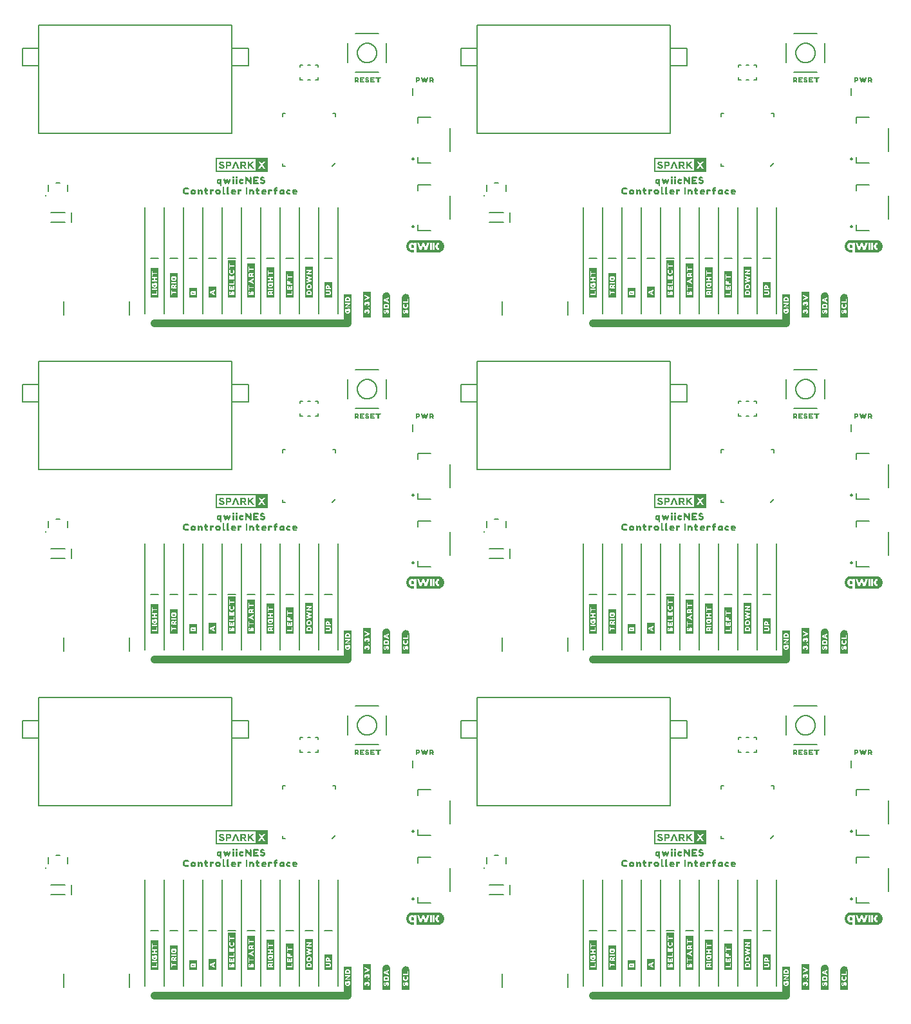
<source format=gto>
G04 EAGLE Gerber RS-274X export*
G75*
%MOMM*%
%FSLAX34Y34*%
%LPD*%
%INSilkscreen Top*%
%IPPOS*%
%AMOC8*
5,1,8,0,0,1.08239X$1,22.5*%
G01*
%ADD10C,0.203200*%
%ADD11C,1.016000*%
%ADD12C,0.152400*%
%ADD13C,0.254000*%

G36*
X326403Y230519D02*
X326403Y230519D01*
X326396Y230513D01*
X326390Y230521D01*
X257810Y230521D01*
X257763Y230485D01*
X257768Y230477D01*
X257761Y230471D01*
X257761Y211489D01*
X257797Y211441D01*
X257804Y211447D01*
X257810Y211439D01*
X326390Y211439D01*
X326437Y211475D01*
X326432Y211483D01*
X326439Y211489D01*
X326439Y230471D01*
X326403Y230519D01*
G37*
G36*
X903017Y653435D02*
X903017Y653435D01*
X903012Y653443D01*
X903019Y653449D01*
X903019Y672431D01*
X902983Y672479D01*
X902976Y672473D01*
X902970Y672481D01*
X834390Y672481D01*
X834343Y672445D01*
X834348Y672437D01*
X834341Y672431D01*
X834341Y653449D01*
X834377Y653401D01*
X834384Y653407D01*
X834390Y653399D01*
X902970Y653399D01*
X903017Y653435D01*
G37*
G36*
X326437Y653435D02*
X326437Y653435D01*
X326432Y653443D01*
X326439Y653449D01*
X326439Y672431D01*
X326403Y672479D01*
X326396Y672473D01*
X326390Y672481D01*
X257810Y672481D01*
X257763Y672445D01*
X257768Y672437D01*
X257761Y672431D01*
X257761Y653449D01*
X257797Y653401D01*
X257804Y653407D01*
X257810Y653399D01*
X326390Y653399D01*
X326437Y653435D01*
G37*
G36*
X326437Y1095395D02*
X326437Y1095395D01*
X326432Y1095403D01*
X326439Y1095409D01*
X326439Y1114391D01*
X326403Y1114439D01*
X326396Y1114433D01*
X326390Y1114441D01*
X257810Y1114441D01*
X257763Y1114405D01*
X257768Y1114397D01*
X257761Y1114391D01*
X257761Y1095409D01*
X257797Y1095361D01*
X257804Y1095367D01*
X257810Y1095359D01*
X326390Y1095359D01*
X326437Y1095395D01*
G37*
G36*
X903017Y1095395D02*
X903017Y1095395D01*
X903012Y1095403D01*
X903019Y1095409D01*
X903019Y1114391D01*
X902983Y1114439D01*
X902976Y1114433D01*
X902970Y1114441D01*
X834390Y1114441D01*
X834343Y1114405D01*
X834348Y1114397D01*
X834341Y1114391D01*
X834341Y1095409D01*
X834377Y1095361D01*
X834384Y1095367D01*
X834390Y1095359D01*
X902970Y1095359D01*
X903017Y1095395D01*
G37*
G36*
X903017Y211475D02*
X903017Y211475D01*
X903012Y211483D01*
X903019Y211489D01*
X903019Y230471D01*
X902983Y230519D01*
X902976Y230513D01*
X902970Y230521D01*
X834390Y230521D01*
X834343Y230485D01*
X834348Y230477D01*
X834341Y230471D01*
X834341Y211489D01*
X834377Y211441D01*
X834384Y211447D01*
X834390Y211439D01*
X902970Y211439D01*
X903017Y211475D01*
G37*
%LPC*%
G36*
X836202Y1097220D02*
X836202Y1097220D01*
X836202Y1112580D01*
X887600Y1112580D01*
X887600Y1097220D01*
X836202Y1097220D01*
G37*
%LPD*%
%LPC*%
G36*
X836202Y213300D02*
X836202Y213300D01*
X836202Y228660D01*
X887600Y228660D01*
X887600Y213300D01*
X836202Y213300D01*
G37*
%LPD*%
%LPC*%
G36*
X259622Y655260D02*
X259622Y655260D01*
X259622Y670620D01*
X311020Y670620D01*
X311020Y655260D01*
X259622Y655260D01*
G37*
%LPD*%
%LPC*%
G36*
X836202Y655260D02*
X836202Y655260D01*
X836202Y670620D01*
X887600Y670620D01*
X887600Y655260D01*
X836202Y655260D01*
G37*
%LPD*%
%LPC*%
G36*
X259622Y1097220D02*
X259622Y1097220D01*
X259622Y1112580D01*
X311020Y1112580D01*
X311020Y1097220D01*
X259622Y1097220D01*
G37*
%LPD*%
%LPC*%
G36*
X259622Y213300D02*
X259622Y213300D01*
X259622Y228660D01*
X311020Y228660D01*
X311020Y213300D01*
X259622Y213300D01*
G37*
%LPD*%
G36*
X1099442Y105973D02*
X1099442Y105973D01*
X1126939Y105973D01*
X1126941Y105974D01*
X1126943Y105973D01*
X1127470Y106006D01*
X1127471Y106006D01*
X1127473Y106006D01*
X1128525Y106112D01*
X1128527Y106114D01*
X1128531Y106113D01*
X1129047Y106220D01*
X1129049Y106222D01*
X1129052Y106221D01*
X1130063Y106535D01*
X1130064Y106537D01*
X1130068Y106537D01*
X1130553Y106742D01*
X1130555Y106744D01*
X1130559Y106744D01*
X1131488Y107249D01*
X1131490Y107252D01*
X1131494Y107252D01*
X1131928Y107550D01*
X1131929Y107553D01*
X1131932Y107554D01*
X1132748Y108227D01*
X1132749Y108230D01*
X1132753Y108232D01*
X1133118Y108611D01*
X1133119Y108613D01*
X1133121Y108615D01*
X1133794Y109430D01*
X1133795Y109434D01*
X1133799Y109437D01*
X1134080Y109882D01*
X1134080Y109884D01*
X1134082Y109886D01*
X1134587Y110815D01*
X1134586Y110819D01*
X1134590Y110823D01*
X1134776Y111316D01*
X1134775Y111318D01*
X1134777Y111320D01*
X1135091Y112330D01*
X1135090Y112334D01*
X1135093Y112338D01*
X1135178Y112858D01*
X1135177Y112859D01*
X1135179Y112862D01*
X1135285Y113914D01*
X1135283Y113917D01*
X1135285Y113921D01*
X1135277Y114447D01*
X1135275Y114449D01*
X1135276Y114453D01*
X1135170Y115505D01*
X1135168Y115507D01*
X1135169Y115511D01*
X1135067Y116027D01*
X1135065Y116029D01*
X1135065Y116033D01*
X1134752Y117043D01*
X1134749Y117045D01*
X1134750Y117049D01*
X1134548Y117535D01*
X1134546Y117537D01*
X1134546Y117541D01*
X1134041Y118470D01*
X1134039Y118472D01*
X1134038Y118476D01*
X1133743Y118912D01*
X1133741Y118913D01*
X1133740Y118917D01*
X1133067Y119732D01*
X1133064Y119733D01*
X1133062Y119737D01*
X1132685Y120105D01*
X1132683Y120106D01*
X1132682Y120109D01*
X1131866Y120782D01*
X1131862Y120782D01*
X1131860Y120786D01*
X1131416Y121070D01*
X1131414Y121070D01*
X1131413Y121073D01*
X1130483Y121577D01*
X1130479Y121577D01*
X1130476Y121581D01*
X1129984Y121770D01*
X1129982Y121770D01*
X1129980Y121771D01*
X1128970Y122085D01*
X1128967Y122084D01*
X1128962Y122087D01*
X1128444Y122177D01*
X1128442Y122176D01*
X1128439Y122177D01*
X1127387Y122283D01*
X1127146Y122308D01*
X1127143Y122306D01*
X1127140Y122308D01*
X1093824Y122308D01*
X1093295Y122303D01*
X1093293Y122301D01*
X1093290Y122302D01*
X1091711Y122143D01*
X1091707Y122140D01*
X1091699Y122141D01*
X1090184Y121671D01*
X1090180Y121666D01*
X1090172Y121666D01*
X1088779Y120909D01*
X1088776Y120904D01*
X1088769Y120902D01*
X1087551Y119886D01*
X1087549Y119881D01*
X1087542Y119877D01*
X1086544Y118646D01*
X1086544Y118641D01*
X1086538Y118636D01*
X1086033Y117707D01*
X1086034Y117706D01*
X1086032Y117705D01*
X1085797Y117233D01*
X1085798Y117228D01*
X1085793Y117223D01*
X1085480Y116213D01*
X1085480Y116212D01*
X1085479Y116211D01*
X1085340Y115703D01*
X1085341Y115698D01*
X1085338Y115692D01*
X1085185Y114114D01*
X1085188Y114109D01*
X1085185Y114101D01*
X1085345Y112523D01*
X1085348Y112519D01*
X1085347Y112511D01*
X1085813Y110995D01*
X1085817Y110991D01*
X1085818Y110983D01*
X1086569Y109587D01*
X1086574Y109584D01*
X1086576Y109577D01*
X1086639Y109501D01*
X1086846Y109250D01*
X1086847Y109250D01*
X1087054Y108999D01*
X1087262Y108748D01*
X1087470Y108497D01*
X1087587Y108355D01*
X1087593Y108353D01*
X1087596Y108346D01*
X1088826Y107345D01*
X1088831Y107345D01*
X1088836Y107339D01*
X1090236Y106595D01*
X1090241Y106596D01*
X1090247Y106590D01*
X1091765Y106133D01*
X1091770Y106135D01*
X1091777Y106131D01*
X1093355Y105973D01*
X1093358Y105974D01*
X1093361Y105973D01*
X1095858Y105973D01*
X1095877Y105985D01*
X1095900Y105989D01*
X1095906Y106004D01*
X1095915Y106009D01*
X1095913Y106020D01*
X1095920Y106036D01*
X1095919Y106185D01*
X1095919Y110568D01*
X1095912Y110579D01*
X1095914Y110592D01*
X1095895Y110605D01*
X1095882Y110625D01*
X1095869Y110623D01*
X1095858Y110631D01*
X1095824Y110617D01*
X1095815Y110615D01*
X1095813Y110612D01*
X1095810Y110611D01*
X1095588Y110372D01*
X1095207Y110018D01*
X1094774Y109734D01*
X1094302Y109521D01*
X1093800Y109395D01*
X1093284Y109338D01*
X1092763Y109359D01*
X1092244Y109408D01*
X1091742Y109545D01*
X1091251Y109715D01*
X1090798Y109969D01*
X1090381Y110277D01*
X1089994Y110623D01*
X1089686Y111042D01*
X1089409Y111482D01*
X1089194Y111957D01*
X1089034Y112452D01*
X1088909Y112959D01*
X1088810Y114001D01*
X1088875Y115045D01*
X1088990Y115554D01*
X1089123Y116059D01*
X1089339Y116532D01*
X1089593Y116987D01*
X1089899Y117407D01*
X1090271Y117768D01*
X1090674Y118093D01*
X1091128Y118346D01*
X1091612Y118534D01*
X1092109Y118685D01*
X1093150Y118765D01*
X1093667Y118716D01*
X1094173Y118601D01*
X1094655Y118411D01*
X1095097Y118142D01*
X1095498Y117809D01*
X1095813Y117514D01*
X1095824Y117512D01*
X1095830Y117503D01*
X1095855Y117507D01*
X1095880Y117502D01*
X1095886Y117511D01*
X1095897Y117513D01*
X1095916Y117554D01*
X1095919Y117558D01*
X1095918Y117559D01*
X1095919Y117560D01*
X1095919Y118615D01*
X1095923Y118668D01*
X1098868Y118668D01*
X1098868Y106028D01*
X1098880Y106009D01*
X1098884Y105986D01*
X1098899Y105980D01*
X1098904Y105971D01*
X1098915Y105973D01*
X1098931Y105966D01*
X1099442Y105973D01*
G37*
G36*
X522862Y105973D02*
X522862Y105973D01*
X550359Y105973D01*
X550361Y105974D01*
X550363Y105973D01*
X550890Y106006D01*
X550891Y106006D01*
X550893Y106006D01*
X551945Y106112D01*
X551947Y106114D01*
X551951Y106113D01*
X552467Y106220D01*
X552469Y106222D01*
X552472Y106221D01*
X553483Y106535D01*
X553484Y106537D01*
X553488Y106537D01*
X553973Y106742D01*
X553975Y106744D01*
X553979Y106744D01*
X554908Y107249D01*
X554910Y107252D01*
X554914Y107252D01*
X555348Y107550D01*
X555349Y107553D01*
X555352Y107554D01*
X556168Y108227D01*
X556169Y108230D01*
X556173Y108232D01*
X556538Y108611D01*
X556539Y108613D01*
X556541Y108615D01*
X557214Y109430D01*
X557215Y109434D01*
X557219Y109437D01*
X557500Y109882D01*
X557500Y109884D01*
X557502Y109886D01*
X558007Y110815D01*
X558006Y110819D01*
X558010Y110823D01*
X558196Y111316D01*
X558195Y111318D01*
X558197Y111320D01*
X558511Y112330D01*
X558510Y112334D01*
X558513Y112338D01*
X558598Y112858D01*
X558597Y112859D01*
X558599Y112862D01*
X558705Y113914D01*
X558703Y113917D01*
X558705Y113921D01*
X558697Y114447D01*
X558695Y114449D01*
X558696Y114453D01*
X558590Y115505D01*
X558588Y115507D01*
X558589Y115511D01*
X558487Y116027D01*
X558485Y116029D01*
X558485Y116033D01*
X558172Y117043D01*
X558169Y117045D01*
X558170Y117049D01*
X557968Y117535D01*
X557966Y117537D01*
X557966Y117541D01*
X557461Y118470D01*
X557459Y118472D01*
X557458Y118476D01*
X557163Y118912D01*
X557161Y118913D01*
X557160Y118917D01*
X556487Y119732D01*
X556484Y119733D01*
X556482Y119737D01*
X556105Y120105D01*
X556103Y120106D01*
X556102Y120109D01*
X555286Y120782D01*
X555282Y120782D01*
X555280Y120786D01*
X554836Y121070D01*
X554834Y121070D01*
X554833Y121073D01*
X553903Y121577D01*
X553899Y121577D01*
X553896Y121581D01*
X553404Y121770D01*
X553402Y121770D01*
X553400Y121771D01*
X552390Y122085D01*
X552387Y122084D01*
X552382Y122087D01*
X551864Y122177D01*
X551862Y122176D01*
X551859Y122177D01*
X550807Y122283D01*
X550566Y122308D01*
X550563Y122306D01*
X550560Y122308D01*
X517244Y122308D01*
X516715Y122303D01*
X516713Y122301D01*
X516710Y122302D01*
X515131Y122143D01*
X515127Y122140D01*
X515119Y122141D01*
X513604Y121671D01*
X513600Y121666D01*
X513592Y121666D01*
X512199Y120909D01*
X512196Y120904D01*
X512189Y120902D01*
X510971Y119886D01*
X510969Y119881D01*
X510962Y119877D01*
X509964Y118646D01*
X509964Y118641D01*
X509958Y118636D01*
X509453Y117707D01*
X509454Y117706D01*
X509452Y117705D01*
X509217Y117233D01*
X509218Y117228D01*
X509213Y117223D01*
X508900Y116213D01*
X508900Y116212D01*
X508899Y116211D01*
X508760Y115703D01*
X508761Y115698D01*
X508758Y115692D01*
X508605Y114114D01*
X508608Y114109D01*
X508605Y114101D01*
X508765Y112523D01*
X508768Y112519D01*
X508767Y112511D01*
X509233Y110995D01*
X509237Y110991D01*
X509238Y110983D01*
X509989Y109587D01*
X509994Y109584D01*
X509996Y109577D01*
X510059Y109501D01*
X510266Y109250D01*
X510267Y109250D01*
X510474Y108999D01*
X510682Y108748D01*
X510890Y108497D01*
X511007Y108355D01*
X511013Y108353D01*
X511016Y108346D01*
X512246Y107345D01*
X512251Y107345D01*
X512256Y107339D01*
X513656Y106595D01*
X513661Y106596D01*
X513667Y106590D01*
X515185Y106133D01*
X515190Y106135D01*
X515197Y106131D01*
X516775Y105973D01*
X516778Y105974D01*
X516781Y105973D01*
X519278Y105973D01*
X519297Y105985D01*
X519320Y105989D01*
X519326Y106004D01*
X519335Y106009D01*
X519333Y106020D01*
X519340Y106036D01*
X519339Y106185D01*
X519339Y110568D01*
X519332Y110579D01*
X519334Y110592D01*
X519315Y110605D01*
X519302Y110625D01*
X519289Y110623D01*
X519278Y110631D01*
X519244Y110617D01*
X519235Y110615D01*
X519233Y110612D01*
X519230Y110611D01*
X519008Y110372D01*
X518627Y110018D01*
X518194Y109734D01*
X517722Y109521D01*
X517220Y109395D01*
X516704Y109338D01*
X516183Y109359D01*
X515664Y109408D01*
X515162Y109545D01*
X514671Y109715D01*
X514218Y109969D01*
X513801Y110277D01*
X513414Y110623D01*
X513106Y111042D01*
X512829Y111482D01*
X512614Y111957D01*
X512454Y112452D01*
X512329Y112959D01*
X512230Y114001D01*
X512295Y115045D01*
X512410Y115554D01*
X512543Y116059D01*
X512759Y116532D01*
X513013Y116987D01*
X513319Y117407D01*
X513691Y117768D01*
X514094Y118093D01*
X514548Y118346D01*
X515032Y118534D01*
X515529Y118685D01*
X516570Y118765D01*
X517087Y118716D01*
X517593Y118601D01*
X518075Y118411D01*
X518517Y118142D01*
X518918Y117809D01*
X519233Y117514D01*
X519244Y117512D01*
X519250Y117503D01*
X519275Y117507D01*
X519300Y117502D01*
X519306Y117511D01*
X519317Y117513D01*
X519336Y117554D01*
X519339Y117558D01*
X519338Y117559D01*
X519339Y117560D01*
X519339Y118615D01*
X519343Y118668D01*
X522288Y118668D01*
X522288Y106028D01*
X522300Y106009D01*
X522304Y105986D01*
X522319Y105980D01*
X522324Y105971D01*
X522335Y105973D01*
X522351Y105966D01*
X522862Y105973D01*
G37*
G36*
X522862Y547933D02*
X522862Y547933D01*
X550359Y547933D01*
X550361Y547934D01*
X550363Y547933D01*
X550890Y547966D01*
X550891Y547966D01*
X550893Y547966D01*
X551945Y548072D01*
X551947Y548074D01*
X551951Y548073D01*
X552467Y548180D01*
X552469Y548182D01*
X552472Y548181D01*
X553483Y548495D01*
X553484Y548497D01*
X553488Y548497D01*
X553973Y548702D01*
X553975Y548704D01*
X553979Y548704D01*
X554908Y549209D01*
X554910Y549212D01*
X554914Y549212D01*
X555348Y549510D01*
X555349Y549513D01*
X555352Y549514D01*
X556168Y550187D01*
X556169Y550190D01*
X556173Y550192D01*
X556538Y550571D01*
X556539Y550573D01*
X556541Y550575D01*
X557214Y551390D01*
X557215Y551394D01*
X557219Y551397D01*
X557500Y551842D01*
X557500Y551844D01*
X557502Y551846D01*
X558007Y552775D01*
X558006Y552779D01*
X558010Y552783D01*
X558196Y553276D01*
X558195Y553278D01*
X558197Y553280D01*
X558511Y554290D01*
X558510Y554294D01*
X558513Y554298D01*
X558598Y554818D01*
X558597Y554819D01*
X558599Y554822D01*
X558705Y555874D01*
X558703Y555877D01*
X558705Y555881D01*
X558697Y556407D01*
X558695Y556409D01*
X558696Y556413D01*
X558590Y557465D01*
X558588Y557467D01*
X558589Y557471D01*
X558487Y557987D01*
X558485Y557989D01*
X558485Y557993D01*
X558172Y559003D01*
X558169Y559005D01*
X558170Y559009D01*
X557968Y559495D01*
X557966Y559497D01*
X557966Y559501D01*
X557461Y560430D01*
X557459Y560432D01*
X557458Y560436D01*
X557163Y560872D01*
X557161Y560873D01*
X557160Y560877D01*
X556487Y561692D01*
X556484Y561693D01*
X556482Y561697D01*
X556105Y562065D01*
X556103Y562066D01*
X556102Y562069D01*
X555286Y562742D01*
X555282Y562742D01*
X555280Y562746D01*
X554836Y563030D01*
X554834Y563030D01*
X554833Y563033D01*
X553903Y563537D01*
X553899Y563537D01*
X553896Y563541D01*
X553404Y563730D01*
X553402Y563730D01*
X553400Y563731D01*
X552390Y564045D01*
X552387Y564044D01*
X552382Y564047D01*
X551864Y564137D01*
X551862Y564136D01*
X551859Y564137D01*
X550807Y564243D01*
X550566Y564268D01*
X550563Y564266D01*
X550560Y564268D01*
X517244Y564268D01*
X516715Y564263D01*
X516713Y564261D01*
X516710Y564262D01*
X515131Y564103D01*
X515127Y564100D01*
X515119Y564101D01*
X513604Y563631D01*
X513600Y563626D01*
X513592Y563626D01*
X512199Y562869D01*
X512196Y562864D01*
X512189Y562862D01*
X510971Y561846D01*
X510969Y561841D01*
X510962Y561837D01*
X509964Y560606D01*
X509964Y560601D01*
X509958Y560596D01*
X509453Y559667D01*
X509454Y559666D01*
X509452Y559665D01*
X509217Y559193D01*
X509218Y559188D01*
X509213Y559183D01*
X508900Y558173D01*
X508900Y558172D01*
X508899Y558171D01*
X508760Y557663D01*
X508761Y557658D01*
X508758Y557652D01*
X508605Y556074D01*
X508608Y556069D01*
X508605Y556061D01*
X508765Y554483D01*
X508768Y554479D01*
X508767Y554471D01*
X509233Y552955D01*
X509237Y552951D01*
X509238Y552943D01*
X509989Y551547D01*
X509994Y551544D01*
X509996Y551537D01*
X510059Y551461D01*
X510266Y551210D01*
X510267Y551210D01*
X510474Y550959D01*
X510682Y550708D01*
X510890Y550457D01*
X511007Y550315D01*
X511013Y550313D01*
X511016Y550306D01*
X512246Y549305D01*
X512251Y549305D01*
X512256Y549299D01*
X513656Y548555D01*
X513661Y548556D01*
X513667Y548550D01*
X515185Y548093D01*
X515190Y548095D01*
X515197Y548091D01*
X516775Y547933D01*
X516778Y547934D01*
X516781Y547933D01*
X519278Y547933D01*
X519297Y547945D01*
X519320Y547949D01*
X519326Y547964D01*
X519335Y547969D01*
X519333Y547980D01*
X519340Y547996D01*
X519339Y548145D01*
X519339Y552528D01*
X519332Y552539D01*
X519334Y552552D01*
X519315Y552565D01*
X519302Y552585D01*
X519289Y552583D01*
X519278Y552591D01*
X519244Y552577D01*
X519235Y552575D01*
X519233Y552572D01*
X519230Y552571D01*
X519008Y552332D01*
X518627Y551978D01*
X518194Y551694D01*
X517722Y551481D01*
X517220Y551355D01*
X516704Y551298D01*
X516183Y551319D01*
X515664Y551368D01*
X515162Y551505D01*
X514671Y551675D01*
X514218Y551929D01*
X513801Y552237D01*
X513414Y552583D01*
X513106Y553002D01*
X512829Y553442D01*
X512614Y553917D01*
X512454Y554412D01*
X512329Y554919D01*
X512230Y555961D01*
X512295Y557005D01*
X512410Y557514D01*
X512543Y558019D01*
X512759Y558492D01*
X513013Y558947D01*
X513319Y559367D01*
X513691Y559728D01*
X514094Y560053D01*
X514548Y560306D01*
X515032Y560494D01*
X515529Y560645D01*
X516570Y560725D01*
X517087Y560676D01*
X517593Y560561D01*
X518075Y560371D01*
X518517Y560102D01*
X518918Y559769D01*
X519233Y559474D01*
X519244Y559472D01*
X519250Y559463D01*
X519275Y559467D01*
X519300Y559462D01*
X519306Y559471D01*
X519317Y559473D01*
X519336Y559514D01*
X519339Y559518D01*
X519338Y559519D01*
X519339Y559520D01*
X519339Y560575D01*
X519343Y560628D01*
X522288Y560628D01*
X522288Y547988D01*
X522300Y547969D01*
X522304Y547946D01*
X522319Y547940D01*
X522324Y547931D01*
X522335Y547933D01*
X522351Y547926D01*
X522862Y547933D01*
G37*
G36*
X1099442Y547933D02*
X1099442Y547933D01*
X1126939Y547933D01*
X1126941Y547934D01*
X1126943Y547933D01*
X1127470Y547966D01*
X1127471Y547966D01*
X1127473Y547966D01*
X1128525Y548072D01*
X1128527Y548074D01*
X1128531Y548073D01*
X1129047Y548180D01*
X1129049Y548182D01*
X1129052Y548181D01*
X1130063Y548495D01*
X1130064Y548497D01*
X1130068Y548497D01*
X1130553Y548702D01*
X1130555Y548704D01*
X1130559Y548704D01*
X1131488Y549209D01*
X1131490Y549212D01*
X1131494Y549212D01*
X1131928Y549510D01*
X1131929Y549513D01*
X1131932Y549514D01*
X1132748Y550187D01*
X1132749Y550190D01*
X1132753Y550192D01*
X1133118Y550571D01*
X1133119Y550573D01*
X1133121Y550575D01*
X1133794Y551390D01*
X1133795Y551394D01*
X1133799Y551397D01*
X1134080Y551842D01*
X1134080Y551844D01*
X1134082Y551846D01*
X1134587Y552775D01*
X1134586Y552779D01*
X1134590Y552783D01*
X1134776Y553276D01*
X1134775Y553278D01*
X1134777Y553280D01*
X1135091Y554290D01*
X1135090Y554294D01*
X1135093Y554298D01*
X1135178Y554818D01*
X1135177Y554819D01*
X1135179Y554822D01*
X1135285Y555874D01*
X1135283Y555877D01*
X1135285Y555881D01*
X1135277Y556407D01*
X1135275Y556409D01*
X1135276Y556413D01*
X1135170Y557465D01*
X1135168Y557467D01*
X1135169Y557471D01*
X1135067Y557987D01*
X1135065Y557989D01*
X1135065Y557993D01*
X1134752Y559003D01*
X1134749Y559005D01*
X1134750Y559009D01*
X1134548Y559495D01*
X1134546Y559497D01*
X1134546Y559501D01*
X1134041Y560430D01*
X1134039Y560432D01*
X1134038Y560436D01*
X1133743Y560872D01*
X1133741Y560873D01*
X1133740Y560877D01*
X1133067Y561692D01*
X1133064Y561693D01*
X1133062Y561697D01*
X1132685Y562065D01*
X1132683Y562066D01*
X1132682Y562069D01*
X1131866Y562742D01*
X1131862Y562742D01*
X1131860Y562746D01*
X1131416Y563030D01*
X1131414Y563030D01*
X1131413Y563033D01*
X1130483Y563537D01*
X1130479Y563537D01*
X1130476Y563541D01*
X1129984Y563730D01*
X1129982Y563730D01*
X1129980Y563731D01*
X1128970Y564045D01*
X1128967Y564044D01*
X1128962Y564047D01*
X1128444Y564137D01*
X1128442Y564136D01*
X1128439Y564137D01*
X1127387Y564243D01*
X1127146Y564268D01*
X1127143Y564266D01*
X1127140Y564268D01*
X1093824Y564268D01*
X1093295Y564263D01*
X1093293Y564261D01*
X1093290Y564262D01*
X1091711Y564103D01*
X1091707Y564100D01*
X1091699Y564101D01*
X1090184Y563631D01*
X1090180Y563626D01*
X1090172Y563626D01*
X1088779Y562869D01*
X1088776Y562864D01*
X1088769Y562862D01*
X1087551Y561846D01*
X1087549Y561841D01*
X1087542Y561837D01*
X1086544Y560606D01*
X1086544Y560601D01*
X1086538Y560596D01*
X1086033Y559667D01*
X1086034Y559666D01*
X1086032Y559665D01*
X1085797Y559193D01*
X1085798Y559188D01*
X1085793Y559183D01*
X1085480Y558173D01*
X1085480Y558172D01*
X1085479Y558171D01*
X1085340Y557663D01*
X1085341Y557658D01*
X1085338Y557652D01*
X1085185Y556074D01*
X1085188Y556069D01*
X1085185Y556061D01*
X1085345Y554483D01*
X1085348Y554479D01*
X1085347Y554471D01*
X1085813Y552955D01*
X1085817Y552951D01*
X1085818Y552943D01*
X1086569Y551547D01*
X1086574Y551544D01*
X1086576Y551537D01*
X1086639Y551461D01*
X1086846Y551210D01*
X1086847Y551210D01*
X1087054Y550959D01*
X1087262Y550708D01*
X1087470Y550457D01*
X1087587Y550315D01*
X1087593Y550313D01*
X1087596Y550306D01*
X1088826Y549305D01*
X1088831Y549305D01*
X1088836Y549299D01*
X1090236Y548555D01*
X1090241Y548556D01*
X1090247Y548550D01*
X1091765Y548093D01*
X1091770Y548095D01*
X1091777Y548091D01*
X1093355Y547933D01*
X1093358Y547934D01*
X1093361Y547933D01*
X1095858Y547933D01*
X1095877Y547945D01*
X1095900Y547949D01*
X1095906Y547964D01*
X1095915Y547969D01*
X1095913Y547980D01*
X1095920Y547996D01*
X1095919Y548145D01*
X1095919Y552528D01*
X1095912Y552539D01*
X1095914Y552552D01*
X1095895Y552565D01*
X1095882Y552585D01*
X1095869Y552583D01*
X1095858Y552591D01*
X1095824Y552577D01*
X1095815Y552575D01*
X1095813Y552572D01*
X1095810Y552571D01*
X1095588Y552332D01*
X1095207Y551978D01*
X1094774Y551694D01*
X1094302Y551481D01*
X1093800Y551355D01*
X1093284Y551298D01*
X1092763Y551319D01*
X1092244Y551368D01*
X1091742Y551505D01*
X1091251Y551675D01*
X1090798Y551929D01*
X1090381Y552237D01*
X1089994Y552583D01*
X1089686Y553002D01*
X1089409Y553442D01*
X1089194Y553917D01*
X1089034Y554412D01*
X1088909Y554919D01*
X1088810Y555961D01*
X1088875Y557005D01*
X1088990Y557514D01*
X1089123Y558019D01*
X1089339Y558492D01*
X1089593Y558947D01*
X1089899Y559367D01*
X1090271Y559728D01*
X1090674Y560053D01*
X1091128Y560306D01*
X1091612Y560494D01*
X1092109Y560645D01*
X1093150Y560725D01*
X1093667Y560676D01*
X1094173Y560561D01*
X1094655Y560371D01*
X1095097Y560102D01*
X1095498Y559769D01*
X1095813Y559474D01*
X1095824Y559472D01*
X1095830Y559463D01*
X1095855Y559467D01*
X1095880Y559462D01*
X1095886Y559471D01*
X1095897Y559473D01*
X1095916Y559514D01*
X1095919Y559518D01*
X1095918Y559519D01*
X1095919Y559520D01*
X1095919Y560575D01*
X1095923Y560628D01*
X1098868Y560628D01*
X1098868Y547988D01*
X1098880Y547969D01*
X1098884Y547946D01*
X1098899Y547940D01*
X1098904Y547931D01*
X1098915Y547933D01*
X1098931Y547926D01*
X1099442Y547933D01*
G37*
G36*
X1099442Y989893D02*
X1099442Y989893D01*
X1126939Y989893D01*
X1126941Y989894D01*
X1126943Y989893D01*
X1127470Y989926D01*
X1127471Y989926D01*
X1127473Y989926D01*
X1128525Y990032D01*
X1128527Y990034D01*
X1128531Y990033D01*
X1129047Y990140D01*
X1129049Y990142D01*
X1129052Y990141D01*
X1130063Y990455D01*
X1130064Y990457D01*
X1130068Y990457D01*
X1130553Y990662D01*
X1130555Y990664D01*
X1130559Y990664D01*
X1131488Y991169D01*
X1131490Y991172D01*
X1131494Y991172D01*
X1131928Y991470D01*
X1131929Y991473D01*
X1131932Y991474D01*
X1132748Y992147D01*
X1132749Y992150D01*
X1132753Y992152D01*
X1133118Y992531D01*
X1133119Y992533D01*
X1133121Y992535D01*
X1133794Y993350D01*
X1133795Y993354D01*
X1133799Y993357D01*
X1134080Y993802D01*
X1134080Y993804D01*
X1134082Y993806D01*
X1134587Y994735D01*
X1134586Y994739D01*
X1134590Y994743D01*
X1134776Y995236D01*
X1134775Y995238D01*
X1134777Y995240D01*
X1135091Y996250D01*
X1135090Y996254D01*
X1135093Y996258D01*
X1135178Y996778D01*
X1135177Y996779D01*
X1135179Y996782D01*
X1135285Y997834D01*
X1135283Y997837D01*
X1135285Y997841D01*
X1135277Y998367D01*
X1135275Y998369D01*
X1135276Y998373D01*
X1135170Y999425D01*
X1135168Y999427D01*
X1135169Y999431D01*
X1135067Y999947D01*
X1135065Y999949D01*
X1135065Y999953D01*
X1134752Y1000963D01*
X1134749Y1000965D01*
X1134750Y1000969D01*
X1134548Y1001455D01*
X1134546Y1001457D01*
X1134546Y1001461D01*
X1134041Y1002390D01*
X1134039Y1002392D01*
X1134038Y1002396D01*
X1133743Y1002832D01*
X1133741Y1002833D01*
X1133740Y1002837D01*
X1133067Y1003652D01*
X1133064Y1003653D01*
X1133062Y1003657D01*
X1132685Y1004025D01*
X1132683Y1004026D01*
X1132682Y1004029D01*
X1131866Y1004702D01*
X1131862Y1004702D01*
X1131860Y1004706D01*
X1131416Y1004990D01*
X1131414Y1004990D01*
X1131413Y1004993D01*
X1130483Y1005497D01*
X1130479Y1005497D01*
X1130476Y1005501D01*
X1129984Y1005690D01*
X1129982Y1005690D01*
X1129980Y1005691D01*
X1128970Y1006005D01*
X1128967Y1006004D01*
X1128962Y1006007D01*
X1128444Y1006097D01*
X1128442Y1006096D01*
X1128439Y1006097D01*
X1127387Y1006203D01*
X1127146Y1006228D01*
X1127143Y1006226D01*
X1127140Y1006228D01*
X1093824Y1006228D01*
X1093295Y1006223D01*
X1093293Y1006221D01*
X1093290Y1006222D01*
X1091711Y1006063D01*
X1091707Y1006060D01*
X1091699Y1006061D01*
X1090184Y1005591D01*
X1090180Y1005586D01*
X1090172Y1005586D01*
X1088779Y1004829D01*
X1088776Y1004824D01*
X1088769Y1004822D01*
X1087551Y1003806D01*
X1087549Y1003801D01*
X1087542Y1003797D01*
X1086544Y1002566D01*
X1086544Y1002561D01*
X1086538Y1002556D01*
X1086033Y1001627D01*
X1086034Y1001626D01*
X1086032Y1001625D01*
X1085797Y1001153D01*
X1085798Y1001148D01*
X1085793Y1001143D01*
X1085480Y1000133D01*
X1085480Y1000132D01*
X1085479Y1000131D01*
X1085340Y999623D01*
X1085341Y999618D01*
X1085338Y999612D01*
X1085185Y998034D01*
X1085188Y998029D01*
X1085185Y998021D01*
X1085345Y996443D01*
X1085348Y996439D01*
X1085347Y996431D01*
X1085813Y994915D01*
X1085817Y994911D01*
X1085818Y994903D01*
X1086569Y993507D01*
X1086574Y993504D01*
X1086576Y993497D01*
X1086639Y993421D01*
X1086846Y993170D01*
X1086847Y993170D01*
X1087054Y992919D01*
X1087262Y992668D01*
X1087470Y992417D01*
X1087587Y992275D01*
X1087593Y992273D01*
X1087596Y992266D01*
X1088826Y991265D01*
X1088831Y991265D01*
X1088836Y991259D01*
X1090236Y990515D01*
X1090241Y990516D01*
X1090247Y990510D01*
X1091765Y990053D01*
X1091770Y990055D01*
X1091777Y990051D01*
X1093355Y989893D01*
X1093358Y989894D01*
X1093361Y989893D01*
X1095858Y989893D01*
X1095877Y989905D01*
X1095900Y989909D01*
X1095906Y989924D01*
X1095915Y989929D01*
X1095913Y989940D01*
X1095920Y989956D01*
X1095919Y990105D01*
X1095919Y994488D01*
X1095912Y994499D01*
X1095914Y994512D01*
X1095895Y994525D01*
X1095882Y994545D01*
X1095869Y994543D01*
X1095858Y994551D01*
X1095824Y994537D01*
X1095815Y994535D01*
X1095813Y994532D01*
X1095810Y994531D01*
X1095588Y994292D01*
X1095207Y993938D01*
X1094774Y993654D01*
X1094302Y993441D01*
X1093800Y993315D01*
X1093284Y993258D01*
X1092763Y993279D01*
X1092244Y993328D01*
X1091742Y993465D01*
X1091251Y993635D01*
X1090798Y993889D01*
X1090381Y994197D01*
X1089994Y994543D01*
X1089686Y994962D01*
X1089409Y995402D01*
X1089194Y995877D01*
X1089034Y996372D01*
X1088909Y996879D01*
X1088810Y997921D01*
X1088875Y998965D01*
X1088990Y999474D01*
X1089123Y999979D01*
X1089339Y1000452D01*
X1089593Y1000907D01*
X1089899Y1001327D01*
X1090271Y1001688D01*
X1090674Y1002013D01*
X1091128Y1002266D01*
X1091612Y1002454D01*
X1092109Y1002605D01*
X1093150Y1002685D01*
X1093667Y1002636D01*
X1094173Y1002521D01*
X1094655Y1002331D01*
X1095097Y1002062D01*
X1095498Y1001729D01*
X1095813Y1001434D01*
X1095824Y1001432D01*
X1095830Y1001423D01*
X1095855Y1001427D01*
X1095880Y1001422D01*
X1095886Y1001431D01*
X1095897Y1001433D01*
X1095916Y1001474D01*
X1095919Y1001478D01*
X1095918Y1001479D01*
X1095919Y1001480D01*
X1095919Y1002535D01*
X1095923Y1002588D01*
X1098868Y1002588D01*
X1098868Y989948D01*
X1098880Y989929D01*
X1098884Y989906D01*
X1098899Y989900D01*
X1098904Y989891D01*
X1098915Y989893D01*
X1098931Y989886D01*
X1099442Y989893D01*
G37*
G36*
X522862Y989893D02*
X522862Y989893D01*
X550359Y989893D01*
X550361Y989894D01*
X550363Y989893D01*
X550890Y989926D01*
X550891Y989926D01*
X550893Y989926D01*
X551945Y990032D01*
X551947Y990034D01*
X551951Y990033D01*
X552467Y990140D01*
X552469Y990142D01*
X552472Y990141D01*
X553483Y990455D01*
X553484Y990457D01*
X553488Y990457D01*
X553973Y990662D01*
X553975Y990664D01*
X553979Y990664D01*
X554908Y991169D01*
X554910Y991172D01*
X554914Y991172D01*
X555348Y991470D01*
X555349Y991473D01*
X555352Y991474D01*
X556168Y992147D01*
X556169Y992150D01*
X556173Y992152D01*
X556538Y992531D01*
X556539Y992533D01*
X556541Y992535D01*
X557214Y993350D01*
X557215Y993354D01*
X557219Y993357D01*
X557500Y993802D01*
X557500Y993804D01*
X557502Y993806D01*
X558007Y994735D01*
X558006Y994739D01*
X558010Y994743D01*
X558196Y995236D01*
X558195Y995238D01*
X558197Y995240D01*
X558511Y996250D01*
X558510Y996254D01*
X558513Y996258D01*
X558598Y996778D01*
X558597Y996779D01*
X558599Y996782D01*
X558705Y997834D01*
X558703Y997837D01*
X558705Y997841D01*
X558697Y998367D01*
X558695Y998369D01*
X558696Y998373D01*
X558590Y999425D01*
X558588Y999427D01*
X558589Y999431D01*
X558487Y999947D01*
X558485Y999949D01*
X558485Y999953D01*
X558172Y1000963D01*
X558169Y1000965D01*
X558170Y1000969D01*
X557968Y1001455D01*
X557966Y1001457D01*
X557966Y1001461D01*
X557461Y1002390D01*
X557459Y1002392D01*
X557458Y1002396D01*
X557163Y1002832D01*
X557161Y1002833D01*
X557160Y1002837D01*
X556487Y1003652D01*
X556484Y1003653D01*
X556482Y1003657D01*
X556105Y1004025D01*
X556103Y1004026D01*
X556102Y1004029D01*
X555286Y1004702D01*
X555282Y1004702D01*
X555280Y1004706D01*
X554836Y1004990D01*
X554834Y1004990D01*
X554833Y1004993D01*
X553903Y1005497D01*
X553899Y1005497D01*
X553896Y1005501D01*
X553404Y1005690D01*
X553402Y1005690D01*
X553400Y1005691D01*
X552390Y1006005D01*
X552387Y1006004D01*
X552382Y1006007D01*
X551864Y1006097D01*
X551862Y1006096D01*
X551859Y1006097D01*
X550807Y1006203D01*
X550566Y1006228D01*
X550563Y1006226D01*
X550560Y1006228D01*
X517244Y1006228D01*
X516715Y1006223D01*
X516713Y1006221D01*
X516710Y1006222D01*
X515131Y1006063D01*
X515127Y1006060D01*
X515119Y1006061D01*
X513604Y1005591D01*
X513600Y1005586D01*
X513592Y1005586D01*
X512199Y1004829D01*
X512196Y1004824D01*
X512189Y1004822D01*
X510971Y1003806D01*
X510969Y1003801D01*
X510962Y1003797D01*
X509964Y1002566D01*
X509964Y1002561D01*
X509958Y1002556D01*
X509453Y1001627D01*
X509454Y1001626D01*
X509452Y1001625D01*
X509217Y1001153D01*
X509218Y1001148D01*
X509213Y1001143D01*
X508900Y1000133D01*
X508900Y1000132D01*
X508899Y1000131D01*
X508760Y999623D01*
X508761Y999618D01*
X508758Y999612D01*
X508605Y998034D01*
X508608Y998029D01*
X508605Y998021D01*
X508765Y996443D01*
X508768Y996439D01*
X508767Y996431D01*
X509233Y994915D01*
X509237Y994911D01*
X509238Y994903D01*
X509989Y993507D01*
X509994Y993504D01*
X509996Y993497D01*
X510059Y993421D01*
X510266Y993170D01*
X510267Y993170D01*
X510474Y992919D01*
X510682Y992668D01*
X510890Y992417D01*
X511007Y992275D01*
X511013Y992273D01*
X511016Y992266D01*
X512246Y991265D01*
X512251Y991265D01*
X512256Y991259D01*
X513656Y990515D01*
X513661Y990516D01*
X513667Y990510D01*
X515185Y990053D01*
X515190Y990055D01*
X515197Y990051D01*
X516775Y989893D01*
X516778Y989894D01*
X516781Y989893D01*
X519278Y989893D01*
X519297Y989905D01*
X519320Y989909D01*
X519326Y989924D01*
X519335Y989929D01*
X519333Y989940D01*
X519340Y989956D01*
X519339Y990105D01*
X519339Y994488D01*
X519332Y994499D01*
X519334Y994512D01*
X519315Y994525D01*
X519302Y994545D01*
X519289Y994543D01*
X519278Y994551D01*
X519244Y994537D01*
X519235Y994535D01*
X519233Y994532D01*
X519230Y994531D01*
X519008Y994292D01*
X518627Y993938D01*
X518194Y993654D01*
X517722Y993441D01*
X517220Y993315D01*
X516704Y993258D01*
X516183Y993279D01*
X515664Y993328D01*
X515162Y993465D01*
X514671Y993635D01*
X514218Y993889D01*
X513801Y994197D01*
X513414Y994543D01*
X513106Y994962D01*
X512829Y995402D01*
X512614Y995877D01*
X512454Y996372D01*
X512329Y996879D01*
X512230Y997921D01*
X512295Y998965D01*
X512410Y999474D01*
X512543Y999979D01*
X512759Y1000452D01*
X513013Y1000907D01*
X513319Y1001327D01*
X513691Y1001688D01*
X514094Y1002013D01*
X514548Y1002266D01*
X515032Y1002454D01*
X515529Y1002605D01*
X516570Y1002685D01*
X517087Y1002636D01*
X517593Y1002521D01*
X518075Y1002331D01*
X518517Y1002062D01*
X518918Y1001729D01*
X519233Y1001434D01*
X519244Y1001432D01*
X519250Y1001423D01*
X519275Y1001427D01*
X519300Y1001422D01*
X519306Y1001431D01*
X519317Y1001433D01*
X519336Y1001474D01*
X519339Y1001478D01*
X519338Y1001479D01*
X519339Y1001480D01*
X519339Y1002535D01*
X519343Y1002588D01*
X522288Y1002588D01*
X522288Y989948D01*
X522300Y989929D01*
X522304Y989906D01*
X522319Y989900D01*
X522324Y989891D01*
X522335Y989893D01*
X522351Y989886D01*
X522862Y989893D01*
G37*
G36*
X860796Y488873D02*
X860796Y488873D01*
X860807Y488869D01*
X861107Y489069D01*
X861113Y489086D01*
X861123Y489094D01*
X861118Y489100D01*
X861119Y489102D01*
X861129Y489110D01*
X861129Y537410D01*
X861104Y537443D01*
X861102Y537454D01*
X860702Y537654D01*
X860686Y537651D01*
X860680Y537659D01*
X851080Y537659D01*
X851047Y537634D01*
X851036Y537632D01*
X850836Y537232D01*
X850839Y537216D01*
X850831Y537210D01*
X850831Y489310D01*
X850840Y489297D01*
X850836Y489288D01*
X851036Y488888D01*
X851073Y488870D01*
X851080Y488861D01*
X860780Y488861D01*
X860796Y488873D01*
G37*
G36*
X284216Y46913D02*
X284216Y46913D01*
X284227Y46909D01*
X284527Y47109D01*
X284533Y47126D01*
X284543Y47134D01*
X284538Y47140D01*
X284539Y47142D01*
X284549Y47150D01*
X284549Y95450D01*
X284524Y95483D01*
X284522Y95494D01*
X284122Y95694D01*
X284106Y95691D01*
X284100Y95699D01*
X274500Y95699D01*
X274467Y95674D01*
X274456Y95672D01*
X274256Y95272D01*
X274259Y95256D01*
X274251Y95250D01*
X274251Y47350D01*
X274260Y47337D01*
X274256Y47328D01*
X274456Y46928D01*
X274493Y46910D01*
X274500Y46901D01*
X284200Y46901D01*
X284216Y46913D01*
G37*
G36*
X284216Y488873D02*
X284216Y488873D01*
X284227Y488869D01*
X284527Y489069D01*
X284533Y489086D01*
X284543Y489094D01*
X284538Y489100D01*
X284539Y489102D01*
X284549Y489110D01*
X284549Y537410D01*
X284524Y537443D01*
X284522Y537454D01*
X284122Y537654D01*
X284106Y537651D01*
X284100Y537659D01*
X274500Y537659D01*
X274467Y537634D01*
X274456Y537632D01*
X274256Y537232D01*
X274259Y537216D01*
X274251Y537210D01*
X274251Y489310D01*
X274260Y489297D01*
X274256Y489288D01*
X274456Y488888D01*
X274493Y488870D01*
X274500Y488861D01*
X284200Y488861D01*
X284216Y488873D01*
G37*
G36*
X860796Y46913D02*
X860796Y46913D01*
X860807Y46909D01*
X861107Y47109D01*
X861113Y47126D01*
X861123Y47134D01*
X861118Y47140D01*
X861119Y47142D01*
X861129Y47150D01*
X861129Y95450D01*
X861104Y95483D01*
X861102Y95494D01*
X860702Y95694D01*
X860686Y95691D01*
X860680Y95699D01*
X851080Y95699D01*
X851047Y95674D01*
X851036Y95672D01*
X850836Y95272D01*
X850839Y95256D01*
X850831Y95250D01*
X850831Y47350D01*
X850840Y47337D01*
X850836Y47328D01*
X851036Y46928D01*
X851073Y46910D01*
X851080Y46901D01*
X860780Y46901D01*
X860796Y46913D01*
G37*
G36*
X284216Y930833D02*
X284216Y930833D01*
X284227Y930829D01*
X284527Y931029D01*
X284533Y931046D01*
X284543Y931054D01*
X284538Y931060D01*
X284539Y931062D01*
X284549Y931070D01*
X284549Y979370D01*
X284524Y979403D01*
X284522Y979414D01*
X284122Y979614D01*
X284106Y979611D01*
X284100Y979619D01*
X274500Y979619D01*
X274467Y979594D01*
X274456Y979592D01*
X274256Y979192D01*
X274259Y979176D01*
X274251Y979170D01*
X274251Y931270D01*
X274260Y931257D01*
X274256Y931248D01*
X274456Y930848D01*
X274493Y930830D01*
X274500Y930821D01*
X284200Y930821D01*
X284216Y930833D01*
G37*
G36*
X860796Y930833D02*
X860796Y930833D01*
X860807Y930829D01*
X861107Y931029D01*
X861113Y931046D01*
X861123Y931054D01*
X861118Y931060D01*
X861119Y931062D01*
X861129Y931070D01*
X861129Y979370D01*
X861104Y979403D01*
X861102Y979414D01*
X860702Y979614D01*
X860686Y979611D01*
X860680Y979619D01*
X851080Y979619D01*
X851047Y979594D01*
X851036Y979592D01*
X850836Y979192D01*
X850839Y979176D01*
X850831Y979170D01*
X850831Y931270D01*
X850840Y931257D01*
X850836Y931248D01*
X851036Y930848D01*
X851073Y930830D01*
X851080Y930821D01*
X860780Y930821D01*
X860796Y930833D01*
G37*
G36*
X885986Y488865D02*
X885986Y488865D01*
X885990Y488862D01*
X886490Y488962D01*
X886518Y488994D01*
X886520Y488995D01*
X886520Y488996D01*
X886529Y489006D01*
X886527Y489008D01*
X886529Y489010D01*
X886529Y533210D01*
X886493Y533257D01*
X886486Y533252D01*
X886480Y533259D01*
X876280Y533259D01*
X876233Y533223D01*
X876238Y533216D01*
X876231Y533210D01*
X876231Y489410D01*
X876235Y489404D01*
X876232Y489400D01*
X876332Y488900D01*
X876376Y488861D01*
X876378Y488863D01*
X876380Y488861D01*
X885980Y488861D01*
X885986Y488865D01*
G37*
G36*
X309406Y488865D02*
X309406Y488865D01*
X309410Y488862D01*
X309910Y488962D01*
X309938Y488994D01*
X309940Y488995D01*
X309940Y488996D01*
X309949Y489006D01*
X309947Y489008D01*
X309949Y489010D01*
X309949Y533210D01*
X309913Y533257D01*
X309906Y533252D01*
X309900Y533259D01*
X299700Y533259D01*
X299653Y533223D01*
X299658Y533216D01*
X299651Y533210D01*
X299651Y489410D01*
X299655Y489404D01*
X299652Y489400D01*
X299752Y488900D01*
X299796Y488861D01*
X299798Y488863D01*
X299800Y488861D01*
X309400Y488861D01*
X309406Y488865D01*
G37*
G36*
X885986Y930825D02*
X885986Y930825D01*
X885990Y930822D01*
X886490Y930922D01*
X886518Y930954D01*
X886520Y930955D01*
X886520Y930956D01*
X886529Y930966D01*
X886527Y930968D01*
X886529Y930970D01*
X886529Y975170D01*
X886493Y975217D01*
X886486Y975212D01*
X886480Y975219D01*
X876280Y975219D01*
X876233Y975183D01*
X876238Y975176D01*
X876231Y975170D01*
X876231Y931370D01*
X876235Y931364D01*
X876232Y931360D01*
X876332Y930860D01*
X876376Y930821D01*
X876378Y930823D01*
X876380Y930821D01*
X885980Y930821D01*
X885986Y930825D01*
G37*
G36*
X885986Y46905D02*
X885986Y46905D01*
X885990Y46902D01*
X886490Y47002D01*
X886518Y47034D01*
X886520Y47035D01*
X886520Y47036D01*
X886529Y47046D01*
X886527Y47048D01*
X886529Y47050D01*
X886529Y91250D01*
X886493Y91297D01*
X886486Y91292D01*
X886480Y91299D01*
X876280Y91299D01*
X876233Y91263D01*
X876238Y91256D01*
X876231Y91250D01*
X876231Y47450D01*
X876235Y47444D01*
X876232Y47440D01*
X876332Y46940D01*
X876376Y46901D01*
X876378Y46903D01*
X876380Y46901D01*
X885980Y46901D01*
X885986Y46905D01*
G37*
G36*
X309406Y46905D02*
X309406Y46905D01*
X309410Y46902D01*
X309910Y47002D01*
X309938Y47034D01*
X309940Y47035D01*
X309940Y47036D01*
X309949Y47046D01*
X309947Y47048D01*
X309949Y47050D01*
X309949Y91250D01*
X309913Y91297D01*
X309906Y91292D01*
X309900Y91299D01*
X299700Y91299D01*
X299653Y91263D01*
X299658Y91256D01*
X299651Y91250D01*
X299651Y47450D01*
X299655Y47444D01*
X299652Y47440D01*
X299752Y46940D01*
X299796Y46901D01*
X299798Y46903D01*
X299800Y46901D01*
X309400Y46901D01*
X309406Y46905D01*
G37*
G36*
X309406Y930825D02*
X309406Y930825D01*
X309410Y930822D01*
X309910Y930922D01*
X309938Y930954D01*
X309940Y930955D01*
X309940Y930956D01*
X309949Y930966D01*
X309947Y930968D01*
X309949Y930970D01*
X309949Y975170D01*
X309913Y975217D01*
X309906Y975212D01*
X309900Y975219D01*
X299700Y975219D01*
X299653Y975183D01*
X299658Y975176D01*
X299651Y975170D01*
X299651Y931370D01*
X299655Y931364D01*
X299652Y931360D01*
X299752Y930860D01*
X299796Y930821D01*
X299798Y930823D01*
X299800Y930821D01*
X309400Y930821D01*
X309406Y930825D01*
G37*
G36*
X962727Y488897D02*
X962727Y488897D01*
X962722Y488904D01*
X962729Y488910D01*
X962729Y529110D01*
X962693Y529157D01*
X962686Y529152D01*
X962680Y529159D01*
X952480Y529159D01*
X952433Y529123D01*
X952438Y529116D01*
X952431Y529110D01*
X952431Y488910D01*
X952467Y488863D01*
X952474Y488868D01*
X952480Y488861D01*
X962680Y488861D01*
X962727Y488897D01*
G37*
G36*
X962727Y930857D02*
X962727Y930857D01*
X962722Y930864D01*
X962729Y930870D01*
X962729Y971070D01*
X962693Y971117D01*
X962686Y971112D01*
X962680Y971119D01*
X952480Y971119D01*
X952433Y971083D01*
X952438Y971076D01*
X952431Y971070D01*
X952431Y930870D01*
X952467Y930823D01*
X952474Y930828D01*
X952480Y930821D01*
X962680Y930821D01*
X962727Y930857D01*
G37*
G36*
X962727Y46937D02*
X962727Y46937D01*
X962722Y46944D01*
X962729Y46950D01*
X962729Y87150D01*
X962693Y87197D01*
X962686Y87192D01*
X962680Y87199D01*
X952480Y87199D01*
X952433Y87163D01*
X952438Y87156D01*
X952431Y87150D01*
X952431Y46950D01*
X952467Y46903D01*
X952474Y46908D01*
X952480Y46901D01*
X962680Y46901D01*
X962727Y46937D01*
G37*
G36*
X386147Y930857D02*
X386147Y930857D01*
X386142Y930864D01*
X386149Y930870D01*
X386149Y971070D01*
X386113Y971117D01*
X386106Y971112D01*
X386100Y971119D01*
X375900Y971119D01*
X375853Y971083D01*
X375858Y971076D01*
X375851Y971070D01*
X375851Y930870D01*
X375887Y930823D01*
X375894Y930828D01*
X375900Y930821D01*
X386100Y930821D01*
X386147Y930857D01*
G37*
G36*
X386147Y46937D02*
X386147Y46937D01*
X386142Y46944D01*
X386149Y46950D01*
X386149Y87150D01*
X386113Y87197D01*
X386106Y87192D01*
X386100Y87199D01*
X375900Y87199D01*
X375853Y87163D01*
X375858Y87156D01*
X375851Y87150D01*
X375851Y46950D01*
X375887Y46903D01*
X375894Y46908D01*
X375900Y46901D01*
X386100Y46901D01*
X386147Y46937D01*
G37*
G36*
X386147Y488897D02*
X386147Y488897D01*
X386142Y488904D01*
X386149Y488910D01*
X386149Y529110D01*
X386113Y529157D01*
X386106Y529152D01*
X386100Y529159D01*
X375900Y529159D01*
X375853Y529123D01*
X375858Y529116D01*
X375851Y529110D01*
X375851Y488910D01*
X375887Y488863D01*
X375894Y488868D01*
X375900Y488861D01*
X386100Y488861D01*
X386147Y488897D01*
G37*
G36*
X911386Y930825D02*
X911386Y930825D01*
X911390Y930822D01*
X911890Y930922D01*
X911918Y930954D01*
X911920Y930955D01*
X911920Y930956D01*
X911929Y930966D01*
X911927Y930968D01*
X911929Y930970D01*
X911929Y969570D01*
X911925Y969576D01*
X911928Y969580D01*
X911828Y970080D01*
X911784Y970119D01*
X911782Y970117D01*
X911780Y970119D01*
X901680Y970119D01*
X901633Y970083D01*
X901638Y970076D01*
X901631Y970070D01*
X901631Y931370D01*
X901635Y931364D01*
X901632Y931360D01*
X901732Y930860D01*
X901776Y930821D01*
X901778Y930823D01*
X901780Y930821D01*
X911380Y930821D01*
X911386Y930825D01*
G37*
G36*
X334806Y930825D02*
X334806Y930825D01*
X334810Y930822D01*
X335310Y930922D01*
X335338Y930954D01*
X335340Y930955D01*
X335340Y930956D01*
X335349Y930966D01*
X335347Y930968D01*
X335349Y930970D01*
X335349Y969570D01*
X335345Y969576D01*
X335348Y969580D01*
X335248Y970080D01*
X335204Y970119D01*
X335202Y970117D01*
X335200Y970119D01*
X325100Y970119D01*
X325053Y970083D01*
X325058Y970076D01*
X325051Y970070D01*
X325051Y931370D01*
X325055Y931364D01*
X325052Y931360D01*
X325152Y930860D01*
X325196Y930821D01*
X325198Y930823D01*
X325200Y930821D01*
X334800Y930821D01*
X334806Y930825D01*
G37*
G36*
X334806Y488865D02*
X334806Y488865D01*
X334810Y488862D01*
X335310Y488962D01*
X335338Y488994D01*
X335340Y488995D01*
X335340Y488996D01*
X335349Y489006D01*
X335347Y489008D01*
X335349Y489010D01*
X335349Y527610D01*
X335345Y527616D01*
X335348Y527620D01*
X335248Y528120D01*
X335204Y528159D01*
X335202Y528157D01*
X335200Y528159D01*
X325100Y528159D01*
X325053Y528123D01*
X325058Y528116D01*
X325051Y528110D01*
X325051Y489410D01*
X325055Y489404D01*
X325052Y489400D01*
X325152Y488900D01*
X325196Y488861D01*
X325198Y488863D01*
X325200Y488861D01*
X334800Y488861D01*
X334806Y488865D01*
G37*
G36*
X911386Y46905D02*
X911386Y46905D01*
X911390Y46902D01*
X911890Y47002D01*
X911918Y47034D01*
X911920Y47035D01*
X911920Y47036D01*
X911929Y47046D01*
X911927Y47048D01*
X911929Y47050D01*
X911929Y85650D01*
X911925Y85656D01*
X911928Y85660D01*
X911828Y86160D01*
X911784Y86199D01*
X911782Y86197D01*
X911780Y86199D01*
X901680Y86199D01*
X901633Y86163D01*
X901638Y86156D01*
X901631Y86150D01*
X901631Y47450D01*
X901635Y47444D01*
X901632Y47440D01*
X901732Y46940D01*
X901776Y46901D01*
X901778Y46903D01*
X901780Y46901D01*
X911380Y46901D01*
X911386Y46905D01*
G37*
G36*
X911386Y488865D02*
X911386Y488865D01*
X911390Y488862D01*
X911890Y488962D01*
X911918Y488994D01*
X911920Y488995D01*
X911920Y488996D01*
X911929Y489006D01*
X911927Y489008D01*
X911929Y489010D01*
X911929Y527610D01*
X911925Y527616D01*
X911928Y527620D01*
X911828Y528120D01*
X911784Y528159D01*
X911782Y528157D01*
X911780Y528159D01*
X901680Y528159D01*
X901633Y528123D01*
X901638Y528116D01*
X901631Y528110D01*
X901631Y489410D01*
X901635Y489404D01*
X901632Y489400D01*
X901732Y488900D01*
X901776Y488861D01*
X901778Y488863D01*
X901780Y488861D01*
X911380Y488861D01*
X911386Y488865D01*
G37*
G36*
X334806Y46905D02*
X334806Y46905D01*
X334810Y46902D01*
X335310Y47002D01*
X335338Y47034D01*
X335340Y47035D01*
X335340Y47036D01*
X335349Y47046D01*
X335347Y47048D01*
X335349Y47050D01*
X335349Y85650D01*
X335345Y85656D01*
X335348Y85660D01*
X335248Y86160D01*
X335204Y86199D01*
X335202Y86197D01*
X335200Y86199D01*
X325100Y86199D01*
X325053Y86163D01*
X325058Y86156D01*
X325051Y86150D01*
X325051Y47450D01*
X325055Y47444D01*
X325052Y47440D01*
X325152Y46940D01*
X325196Y46901D01*
X325198Y46903D01*
X325200Y46901D01*
X334800Y46901D01*
X334806Y46905D01*
G37*
G36*
X759093Y930830D02*
X759093Y930830D01*
X759102Y930826D01*
X759502Y931026D01*
X759512Y931047D01*
X759521Y931054D01*
X759518Y931058D01*
X759521Y931063D01*
X759529Y931070D01*
X759529Y969170D01*
X759524Y969177D01*
X759528Y969182D01*
X759428Y969582D01*
X759381Y969619D01*
X759381Y969618D01*
X759380Y969619D01*
X749780Y969619D01*
X749774Y969615D01*
X749770Y969618D01*
X749270Y969518D01*
X749231Y969474D01*
X749233Y969472D01*
X749231Y969470D01*
X749231Y931270D01*
X749240Y931257D01*
X749236Y931248D01*
X749436Y930848D01*
X749473Y930830D01*
X749480Y930821D01*
X759080Y930821D01*
X759093Y930830D01*
G37*
G36*
X759093Y46910D02*
X759093Y46910D01*
X759102Y46906D01*
X759502Y47106D01*
X759512Y47127D01*
X759521Y47134D01*
X759518Y47138D01*
X759521Y47143D01*
X759529Y47150D01*
X759529Y85250D01*
X759524Y85257D01*
X759528Y85262D01*
X759428Y85662D01*
X759381Y85699D01*
X759381Y85698D01*
X759380Y85699D01*
X749780Y85699D01*
X749774Y85695D01*
X749770Y85698D01*
X749270Y85598D01*
X749231Y85554D01*
X749233Y85552D01*
X749231Y85550D01*
X749231Y47350D01*
X749240Y47337D01*
X749236Y47328D01*
X749436Y46928D01*
X749473Y46910D01*
X749480Y46901D01*
X759080Y46901D01*
X759093Y46910D01*
G37*
G36*
X182513Y930830D02*
X182513Y930830D01*
X182522Y930826D01*
X182922Y931026D01*
X182932Y931047D01*
X182941Y931054D01*
X182938Y931058D01*
X182941Y931063D01*
X182949Y931070D01*
X182949Y969170D01*
X182944Y969177D01*
X182948Y969182D01*
X182848Y969582D01*
X182801Y969619D01*
X182801Y969618D01*
X182800Y969619D01*
X173200Y969619D01*
X173194Y969615D01*
X173190Y969618D01*
X172690Y969518D01*
X172651Y969474D01*
X172653Y969472D01*
X172651Y969470D01*
X172651Y931270D01*
X172660Y931257D01*
X172656Y931248D01*
X172856Y930848D01*
X172893Y930830D01*
X172900Y930821D01*
X182500Y930821D01*
X182513Y930830D01*
G37*
G36*
X182513Y46910D02*
X182513Y46910D01*
X182522Y46906D01*
X182922Y47106D01*
X182932Y47127D01*
X182941Y47134D01*
X182938Y47138D01*
X182941Y47143D01*
X182949Y47150D01*
X182949Y85250D01*
X182944Y85257D01*
X182948Y85262D01*
X182848Y85662D01*
X182801Y85699D01*
X182801Y85698D01*
X182800Y85699D01*
X173200Y85699D01*
X173194Y85695D01*
X173190Y85698D01*
X172690Y85598D01*
X172651Y85554D01*
X172653Y85552D01*
X172651Y85550D01*
X172651Y47350D01*
X172660Y47337D01*
X172656Y47328D01*
X172856Y46928D01*
X172893Y46910D01*
X172900Y46901D01*
X182500Y46901D01*
X182513Y46910D01*
G37*
G36*
X759093Y488870D02*
X759093Y488870D01*
X759102Y488866D01*
X759502Y489066D01*
X759512Y489087D01*
X759521Y489094D01*
X759518Y489098D01*
X759521Y489103D01*
X759529Y489110D01*
X759529Y527210D01*
X759524Y527217D01*
X759528Y527222D01*
X759428Y527622D01*
X759381Y527659D01*
X759381Y527658D01*
X759380Y527659D01*
X749780Y527659D01*
X749774Y527655D01*
X749770Y527658D01*
X749270Y527558D01*
X749231Y527514D01*
X749233Y527512D01*
X749231Y527510D01*
X749231Y489310D01*
X749240Y489297D01*
X749236Y489288D01*
X749436Y488888D01*
X749473Y488870D01*
X749480Y488861D01*
X759080Y488861D01*
X759093Y488870D01*
G37*
G36*
X182513Y488870D02*
X182513Y488870D01*
X182522Y488866D01*
X182922Y489066D01*
X182932Y489087D01*
X182941Y489094D01*
X182938Y489098D01*
X182941Y489103D01*
X182949Y489110D01*
X182949Y527210D01*
X182944Y527217D01*
X182948Y527222D01*
X182848Y527622D01*
X182801Y527659D01*
X182801Y527658D01*
X182800Y527659D01*
X173200Y527659D01*
X173194Y527655D01*
X173190Y527658D01*
X172690Y527558D01*
X172651Y527514D01*
X172653Y527512D01*
X172651Y527510D01*
X172651Y489310D01*
X172660Y489297D01*
X172656Y489288D01*
X172856Y488888D01*
X172893Y488870D01*
X172900Y488861D01*
X182500Y488861D01*
X182513Y488870D01*
G37*
G36*
X937113Y46926D02*
X937113Y46926D01*
X937124Y46928D01*
X937324Y47328D01*
X937324Y47330D01*
X937324Y47331D01*
X937323Y47332D01*
X937321Y47344D01*
X937329Y47350D01*
X937329Y80850D01*
X937320Y80863D01*
X937324Y80872D01*
X937124Y81272D01*
X937087Y81291D01*
X937080Y81299D01*
X927380Y81299D01*
X927364Y81287D01*
X927353Y81291D01*
X927053Y81091D01*
X927041Y81058D01*
X927031Y81050D01*
X927031Y47150D01*
X927056Y47117D01*
X927058Y47106D01*
X927458Y46906D01*
X927474Y46909D01*
X927480Y46901D01*
X937080Y46901D01*
X937113Y46926D01*
G37*
G36*
X360533Y488886D02*
X360533Y488886D01*
X360544Y488888D01*
X360744Y489288D01*
X360744Y489290D01*
X360744Y489291D01*
X360743Y489292D01*
X360741Y489304D01*
X360749Y489310D01*
X360749Y522810D01*
X360740Y522823D01*
X360744Y522832D01*
X360544Y523232D01*
X360507Y523251D01*
X360500Y523259D01*
X350800Y523259D01*
X350784Y523247D01*
X350773Y523251D01*
X350473Y523051D01*
X350461Y523018D01*
X350451Y523010D01*
X350451Y489110D01*
X350476Y489077D01*
X350478Y489066D01*
X350878Y488866D01*
X350894Y488869D01*
X350900Y488861D01*
X360500Y488861D01*
X360533Y488886D01*
G37*
G36*
X937113Y488886D02*
X937113Y488886D01*
X937124Y488888D01*
X937324Y489288D01*
X937324Y489290D01*
X937324Y489291D01*
X937323Y489292D01*
X937321Y489304D01*
X937329Y489310D01*
X937329Y522810D01*
X937320Y522823D01*
X937324Y522832D01*
X937124Y523232D01*
X937087Y523251D01*
X937080Y523259D01*
X927380Y523259D01*
X927364Y523247D01*
X927353Y523251D01*
X927053Y523051D01*
X927041Y523018D01*
X927031Y523010D01*
X927031Y489110D01*
X927056Y489077D01*
X927058Y489066D01*
X927458Y488866D01*
X927474Y488869D01*
X927480Y488861D01*
X937080Y488861D01*
X937113Y488886D01*
G37*
G36*
X360533Y46926D02*
X360533Y46926D01*
X360544Y46928D01*
X360744Y47328D01*
X360744Y47330D01*
X360744Y47331D01*
X360743Y47332D01*
X360741Y47344D01*
X360749Y47350D01*
X360749Y80850D01*
X360740Y80863D01*
X360744Y80872D01*
X360544Y81272D01*
X360507Y81291D01*
X360500Y81299D01*
X350800Y81299D01*
X350784Y81287D01*
X350773Y81291D01*
X350473Y81091D01*
X350461Y81058D01*
X350451Y81050D01*
X350451Y47150D01*
X350476Y47117D01*
X350478Y47106D01*
X350878Y46906D01*
X350894Y46909D01*
X350900Y46901D01*
X360500Y46901D01*
X360533Y46926D01*
G37*
G36*
X937113Y930846D02*
X937113Y930846D01*
X937124Y930848D01*
X937324Y931248D01*
X937324Y931250D01*
X937324Y931251D01*
X937323Y931252D01*
X937321Y931264D01*
X937329Y931270D01*
X937329Y964770D01*
X937320Y964783D01*
X937324Y964792D01*
X937124Y965192D01*
X937087Y965211D01*
X937080Y965219D01*
X927380Y965219D01*
X927364Y965207D01*
X927353Y965211D01*
X927053Y965011D01*
X927041Y964978D01*
X927031Y964970D01*
X927031Y931070D01*
X927056Y931037D01*
X927058Y931026D01*
X927458Y930826D01*
X927474Y930829D01*
X927480Y930821D01*
X937080Y930821D01*
X937113Y930846D01*
G37*
G36*
X360533Y930846D02*
X360533Y930846D01*
X360544Y930848D01*
X360744Y931248D01*
X360744Y931250D01*
X360744Y931251D01*
X360743Y931252D01*
X360741Y931264D01*
X360749Y931270D01*
X360749Y964770D01*
X360740Y964783D01*
X360744Y964792D01*
X360544Y965192D01*
X360507Y965211D01*
X360500Y965219D01*
X350800Y965219D01*
X350784Y965207D01*
X350773Y965211D01*
X350473Y965011D01*
X350461Y964978D01*
X350451Y964970D01*
X350451Y931070D01*
X350476Y931037D01*
X350478Y931026D01*
X350878Y930826D01*
X350894Y930829D01*
X350900Y930821D01*
X360500Y930821D01*
X360533Y930846D01*
G37*
G36*
X462247Y20267D02*
X462247Y20267D01*
X462246Y20269D01*
X462248Y20270D01*
X462348Y20770D01*
X462345Y20777D01*
X462349Y20780D01*
X462349Y53780D01*
X462337Y53796D01*
X462341Y53807D01*
X462141Y54107D01*
X462108Y54119D01*
X462100Y54129D01*
X452400Y54129D01*
X452384Y54117D01*
X452373Y54121D01*
X452073Y53921D01*
X452061Y53889D01*
X452053Y53882D01*
X452051Y53880D01*
X452051Y20380D01*
X452087Y20333D01*
X452088Y20333D01*
X452088Y20332D01*
X452488Y20232D01*
X452496Y20236D01*
X452500Y20231D01*
X462200Y20231D01*
X462247Y20267D01*
G37*
G36*
X1038827Y20267D02*
X1038827Y20267D01*
X1038826Y20269D01*
X1038828Y20270D01*
X1038928Y20770D01*
X1038925Y20777D01*
X1038929Y20780D01*
X1038929Y53780D01*
X1038917Y53796D01*
X1038921Y53807D01*
X1038721Y54107D01*
X1038688Y54119D01*
X1038680Y54129D01*
X1028980Y54129D01*
X1028964Y54117D01*
X1028953Y54121D01*
X1028653Y53921D01*
X1028641Y53889D01*
X1028633Y53882D01*
X1028631Y53880D01*
X1028631Y20380D01*
X1028667Y20333D01*
X1028668Y20333D01*
X1028668Y20332D01*
X1029068Y20232D01*
X1029076Y20236D01*
X1029080Y20231D01*
X1038780Y20231D01*
X1038827Y20267D01*
G37*
G36*
X1038827Y462227D02*
X1038827Y462227D01*
X1038826Y462229D01*
X1038828Y462230D01*
X1038928Y462730D01*
X1038925Y462737D01*
X1038929Y462740D01*
X1038929Y495740D01*
X1038917Y495756D01*
X1038921Y495767D01*
X1038721Y496067D01*
X1038688Y496079D01*
X1038680Y496089D01*
X1028980Y496089D01*
X1028964Y496077D01*
X1028953Y496081D01*
X1028653Y495881D01*
X1028641Y495848D01*
X1028633Y495842D01*
X1028631Y495840D01*
X1028631Y462340D01*
X1028667Y462293D01*
X1028668Y462293D01*
X1028668Y462292D01*
X1029068Y462192D01*
X1029076Y462196D01*
X1029080Y462191D01*
X1038780Y462191D01*
X1038827Y462227D01*
G37*
G36*
X1038827Y904187D02*
X1038827Y904187D01*
X1038826Y904189D01*
X1038828Y904190D01*
X1038928Y904690D01*
X1038925Y904697D01*
X1038929Y904700D01*
X1038929Y937700D01*
X1038917Y937716D01*
X1038921Y937727D01*
X1038721Y938027D01*
X1038688Y938039D01*
X1038680Y938049D01*
X1028980Y938049D01*
X1028964Y938037D01*
X1028953Y938041D01*
X1028653Y937841D01*
X1028641Y937808D01*
X1028633Y937802D01*
X1028631Y937800D01*
X1028631Y904300D01*
X1028667Y904253D01*
X1028668Y904253D01*
X1028668Y904252D01*
X1029068Y904152D01*
X1029076Y904156D01*
X1029080Y904151D01*
X1038780Y904151D01*
X1038827Y904187D01*
G37*
G36*
X462247Y462227D02*
X462247Y462227D01*
X462246Y462229D01*
X462248Y462230D01*
X462348Y462730D01*
X462345Y462737D01*
X462349Y462740D01*
X462349Y495740D01*
X462337Y495756D01*
X462341Y495767D01*
X462141Y496067D01*
X462108Y496079D01*
X462100Y496089D01*
X452400Y496089D01*
X452384Y496077D01*
X452373Y496081D01*
X452073Y495881D01*
X452061Y495848D01*
X452053Y495842D01*
X452051Y495840D01*
X452051Y462340D01*
X452087Y462293D01*
X452088Y462293D01*
X452088Y462292D01*
X452488Y462192D01*
X452496Y462196D01*
X452500Y462191D01*
X462200Y462191D01*
X462247Y462227D01*
G37*
G36*
X462247Y904187D02*
X462247Y904187D01*
X462246Y904189D01*
X462248Y904190D01*
X462348Y904690D01*
X462345Y904697D01*
X462349Y904700D01*
X462349Y937700D01*
X462337Y937716D01*
X462341Y937727D01*
X462141Y938027D01*
X462108Y938039D01*
X462100Y938049D01*
X452400Y938049D01*
X452384Y938037D01*
X452373Y938041D01*
X452073Y937841D01*
X452061Y937808D01*
X452053Y937802D01*
X452051Y937800D01*
X452051Y904300D01*
X452087Y904253D01*
X452088Y904253D01*
X452088Y904252D01*
X452488Y904152D01*
X452496Y904156D01*
X452500Y904151D01*
X462200Y904151D01*
X462247Y904187D01*
G37*
G36*
X1064108Y20252D02*
X1064108Y20252D01*
X1064121Y20253D01*
X1064321Y20553D01*
X1064321Y20559D01*
X1064324Y20562D01*
X1064320Y20568D01*
X1064320Y20573D01*
X1064329Y20580D01*
X1064329Y48980D01*
X1064325Y48986D01*
X1064328Y48990D01*
X1064128Y49990D01*
X1064123Y49994D01*
X1064126Y49998D01*
X1063726Y50998D01*
X1063718Y51003D01*
X1063719Y51010D01*
X1063119Y51810D01*
X1063114Y51811D01*
X1063115Y51815D01*
X1062415Y52515D01*
X1062406Y52516D01*
X1062405Y52522D01*
X1061908Y52821D01*
X1061510Y53119D01*
X1061500Y53119D01*
X1061498Y53126D01*
X1060998Y53326D01*
X1060993Y53324D01*
X1060992Y53328D01*
X1060592Y53428D01*
X1060590Y53427D01*
X1060590Y53428D01*
X1059590Y53628D01*
X1059583Y53625D01*
X1059580Y53629D01*
X1058580Y53629D01*
X1058574Y53625D01*
X1058570Y53628D01*
X1058070Y53528D01*
X1058066Y53524D01*
X1058066Y53523D01*
X1058062Y53526D01*
X1057566Y53327D01*
X1057070Y53228D01*
X1057062Y53219D01*
X1057055Y53222D01*
X1056555Y52922D01*
X1056553Y52919D01*
X1056550Y52919D01*
X1055750Y52319D01*
X1055749Y52314D01*
X1055745Y52315D01*
X1055045Y51615D01*
X1055044Y51603D01*
X1055036Y51602D01*
X1054837Y51203D01*
X1054538Y50705D01*
X1054538Y50699D01*
X1054534Y50698D01*
X1054334Y50198D01*
X1054336Y50193D01*
X1054332Y50192D01*
X1054232Y49792D01*
X1054233Y49790D01*
X1054232Y49790D01*
X1054032Y48790D01*
X1054035Y48783D01*
X1054031Y48780D01*
X1054031Y20580D01*
X1054047Y20559D01*
X1054045Y20545D01*
X1054345Y20245D01*
X1054372Y20242D01*
X1054380Y20231D01*
X1064080Y20231D01*
X1064108Y20252D01*
G37*
G36*
X487528Y20252D02*
X487528Y20252D01*
X487541Y20253D01*
X487741Y20553D01*
X487741Y20559D01*
X487744Y20562D01*
X487740Y20568D01*
X487740Y20573D01*
X487749Y20580D01*
X487749Y48980D01*
X487745Y48986D01*
X487748Y48990D01*
X487548Y49990D01*
X487543Y49994D01*
X487546Y49998D01*
X487146Y50998D01*
X487138Y51003D01*
X487139Y51010D01*
X486539Y51810D01*
X486534Y51811D01*
X486535Y51815D01*
X485835Y52515D01*
X485826Y52516D01*
X485825Y52522D01*
X485328Y52821D01*
X484930Y53119D01*
X484920Y53119D01*
X484918Y53126D01*
X484418Y53326D01*
X484413Y53324D01*
X484412Y53328D01*
X484012Y53428D01*
X484010Y53427D01*
X484010Y53428D01*
X483010Y53628D01*
X483003Y53625D01*
X483000Y53629D01*
X482000Y53629D01*
X481994Y53625D01*
X481990Y53628D01*
X481490Y53528D01*
X481486Y53524D01*
X481486Y53523D01*
X481482Y53526D01*
X480986Y53327D01*
X480490Y53228D01*
X480482Y53219D01*
X480475Y53222D01*
X479975Y52922D01*
X479973Y52919D01*
X479970Y52919D01*
X479170Y52319D01*
X479169Y52314D01*
X479165Y52315D01*
X478465Y51615D01*
X478464Y51603D01*
X478456Y51602D01*
X478257Y51203D01*
X477958Y50705D01*
X477958Y50699D01*
X477954Y50698D01*
X477754Y50198D01*
X477756Y50193D01*
X477752Y50192D01*
X477652Y49792D01*
X477653Y49790D01*
X477652Y49790D01*
X477452Y48790D01*
X477455Y48783D01*
X477451Y48780D01*
X477451Y20580D01*
X477467Y20559D01*
X477465Y20545D01*
X477765Y20245D01*
X477792Y20242D01*
X477800Y20231D01*
X487500Y20231D01*
X487528Y20252D01*
G37*
G36*
X1064108Y904172D02*
X1064108Y904172D01*
X1064121Y904173D01*
X1064321Y904473D01*
X1064321Y904479D01*
X1064324Y904482D01*
X1064320Y904488D01*
X1064320Y904493D01*
X1064329Y904500D01*
X1064329Y932900D01*
X1064325Y932906D01*
X1064328Y932910D01*
X1064128Y933910D01*
X1064123Y933914D01*
X1064126Y933918D01*
X1063726Y934918D01*
X1063718Y934923D01*
X1063719Y934930D01*
X1063119Y935730D01*
X1063114Y935731D01*
X1063115Y935735D01*
X1062415Y936435D01*
X1062406Y936436D01*
X1062405Y936442D01*
X1061908Y936741D01*
X1061510Y937039D01*
X1061500Y937039D01*
X1061498Y937046D01*
X1060998Y937246D01*
X1060993Y937244D01*
X1060992Y937248D01*
X1060592Y937348D01*
X1060590Y937347D01*
X1060590Y937348D01*
X1059590Y937548D01*
X1059583Y937545D01*
X1059580Y937549D01*
X1058580Y937549D01*
X1058574Y937545D01*
X1058570Y937548D01*
X1058070Y937448D01*
X1058066Y937444D01*
X1058066Y937443D01*
X1058062Y937446D01*
X1057566Y937247D01*
X1057070Y937148D01*
X1057062Y937139D01*
X1057055Y937142D01*
X1056555Y936842D01*
X1056553Y936839D01*
X1056550Y936839D01*
X1055750Y936239D01*
X1055749Y936234D01*
X1055745Y936235D01*
X1055045Y935535D01*
X1055044Y935523D01*
X1055036Y935522D01*
X1054837Y935123D01*
X1054538Y934625D01*
X1054538Y934619D01*
X1054534Y934618D01*
X1054334Y934118D01*
X1054336Y934113D01*
X1054332Y934112D01*
X1054232Y933712D01*
X1054233Y933710D01*
X1054232Y933710D01*
X1054032Y932710D01*
X1054035Y932703D01*
X1054031Y932700D01*
X1054031Y904500D01*
X1054047Y904479D01*
X1054045Y904465D01*
X1054345Y904165D01*
X1054372Y904162D01*
X1054380Y904151D01*
X1064080Y904151D01*
X1064108Y904172D01*
G37*
G36*
X487528Y462212D02*
X487528Y462212D01*
X487541Y462213D01*
X487741Y462513D01*
X487741Y462519D01*
X487744Y462522D01*
X487740Y462528D01*
X487740Y462533D01*
X487749Y462540D01*
X487749Y490940D01*
X487745Y490946D01*
X487748Y490950D01*
X487548Y491950D01*
X487543Y491954D01*
X487546Y491958D01*
X487146Y492958D01*
X487138Y492963D01*
X487139Y492970D01*
X486539Y493770D01*
X486534Y493771D01*
X486535Y493775D01*
X485835Y494475D01*
X485826Y494476D01*
X485825Y494482D01*
X485328Y494781D01*
X484930Y495079D01*
X484920Y495079D01*
X484918Y495086D01*
X484418Y495286D01*
X484413Y495284D01*
X484412Y495288D01*
X484012Y495388D01*
X484010Y495387D01*
X484010Y495388D01*
X483010Y495588D01*
X483003Y495585D01*
X483000Y495589D01*
X482000Y495589D01*
X481994Y495585D01*
X481990Y495588D01*
X481490Y495488D01*
X481486Y495484D01*
X481486Y495483D01*
X481482Y495486D01*
X480986Y495287D01*
X480490Y495188D01*
X480482Y495179D01*
X480475Y495182D01*
X479975Y494882D01*
X479973Y494879D01*
X479970Y494879D01*
X479170Y494279D01*
X479169Y494274D01*
X479165Y494275D01*
X478465Y493575D01*
X478464Y493563D01*
X478456Y493562D01*
X478257Y493163D01*
X477958Y492665D01*
X477958Y492659D01*
X477954Y492658D01*
X477754Y492158D01*
X477756Y492153D01*
X477752Y492152D01*
X477652Y491752D01*
X477653Y491750D01*
X477652Y491750D01*
X477452Y490750D01*
X477455Y490743D01*
X477451Y490740D01*
X477451Y462540D01*
X477467Y462519D01*
X477465Y462505D01*
X477765Y462205D01*
X477792Y462202D01*
X477800Y462191D01*
X487500Y462191D01*
X487528Y462212D01*
G37*
G36*
X487528Y904172D02*
X487528Y904172D01*
X487541Y904173D01*
X487741Y904473D01*
X487741Y904479D01*
X487744Y904482D01*
X487740Y904488D01*
X487740Y904493D01*
X487749Y904500D01*
X487749Y932900D01*
X487745Y932906D01*
X487748Y932910D01*
X487548Y933910D01*
X487543Y933914D01*
X487546Y933918D01*
X487146Y934918D01*
X487138Y934923D01*
X487139Y934930D01*
X486539Y935730D01*
X486534Y935731D01*
X486535Y935735D01*
X485835Y936435D01*
X485826Y936436D01*
X485825Y936442D01*
X485328Y936741D01*
X484930Y937039D01*
X484920Y937039D01*
X484918Y937046D01*
X484418Y937246D01*
X484413Y937244D01*
X484412Y937248D01*
X484012Y937348D01*
X484010Y937347D01*
X484010Y937348D01*
X483010Y937548D01*
X483003Y937545D01*
X483000Y937549D01*
X482000Y937549D01*
X481994Y937545D01*
X481990Y937548D01*
X481490Y937448D01*
X481486Y937444D01*
X481486Y937443D01*
X481482Y937446D01*
X480986Y937247D01*
X480490Y937148D01*
X480482Y937139D01*
X480475Y937142D01*
X479975Y936842D01*
X479973Y936839D01*
X479970Y936839D01*
X479170Y936239D01*
X479169Y936234D01*
X479165Y936235D01*
X478465Y935535D01*
X478464Y935523D01*
X478456Y935522D01*
X478257Y935123D01*
X477958Y934625D01*
X477958Y934619D01*
X477954Y934618D01*
X477754Y934118D01*
X477756Y934113D01*
X477752Y934112D01*
X477652Y933712D01*
X477653Y933710D01*
X477652Y933710D01*
X477452Y932710D01*
X477455Y932703D01*
X477451Y932700D01*
X477451Y904500D01*
X477467Y904479D01*
X477465Y904465D01*
X477765Y904165D01*
X477792Y904162D01*
X477800Y904151D01*
X487500Y904151D01*
X487528Y904172D01*
G37*
G36*
X1064108Y462212D02*
X1064108Y462212D01*
X1064121Y462213D01*
X1064321Y462513D01*
X1064321Y462519D01*
X1064324Y462522D01*
X1064320Y462528D01*
X1064320Y462533D01*
X1064329Y462540D01*
X1064329Y490940D01*
X1064325Y490946D01*
X1064328Y490950D01*
X1064128Y491950D01*
X1064123Y491954D01*
X1064126Y491958D01*
X1063726Y492958D01*
X1063718Y492963D01*
X1063719Y492970D01*
X1063119Y493770D01*
X1063114Y493771D01*
X1063115Y493775D01*
X1062415Y494475D01*
X1062406Y494476D01*
X1062405Y494482D01*
X1061908Y494781D01*
X1061510Y495079D01*
X1061500Y495079D01*
X1061498Y495086D01*
X1060998Y495286D01*
X1060993Y495284D01*
X1060992Y495288D01*
X1060592Y495388D01*
X1060590Y495387D01*
X1060590Y495388D01*
X1059590Y495588D01*
X1059583Y495585D01*
X1059580Y495589D01*
X1058580Y495589D01*
X1058574Y495585D01*
X1058570Y495588D01*
X1058070Y495488D01*
X1058066Y495484D01*
X1058066Y495483D01*
X1058062Y495486D01*
X1057566Y495287D01*
X1057070Y495188D01*
X1057062Y495179D01*
X1057055Y495182D01*
X1056555Y494882D01*
X1056553Y494879D01*
X1056550Y494879D01*
X1055750Y494279D01*
X1055749Y494274D01*
X1055745Y494275D01*
X1055045Y493575D01*
X1055044Y493563D01*
X1055036Y493562D01*
X1054837Y493163D01*
X1054538Y492665D01*
X1054538Y492659D01*
X1054534Y492658D01*
X1054334Y492158D01*
X1054336Y492153D01*
X1054332Y492152D01*
X1054232Y491752D01*
X1054233Y491750D01*
X1054232Y491750D01*
X1054032Y490750D01*
X1054035Y490743D01*
X1054031Y490740D01*
X1054031Y462540D01*
X1054047Y462519D01*
X1054045Y462505D01*
X1054345Y462205D01*
X1054372Y462202D01*
X1054380Y462191D01*
X1064080Y462191D01*
X1064108Y462212D01*
G37*
G36*
X208016Y46913D02*
X208016Y46913D01*
X208027Y46909D01*
X208327Y47109D01*
X208333Y47126D01*
X208343Y47134D01*
X208338Y47140D01*
X208339Y47142D01*
X208349Y47150D01*
X208349Y78150D01*
X208344Y78157D01*
X208348Y78162D01*
X208248Y78562D01*
X208201Y78599D01*
X208201Y78598D01*
X208200Y78599D01*
X198500Y78599D01*
X198493Y78594D01*
X198488Y78598D01*
X198088Y78498D01*
X198051Y78451D01*
X198052Y78451D01*
X198051Y78450D01*
X198051Y47250D01*
X198063Y47234D01*
X198059Y47223D01*
X198259Y46923D01*
X198292Y46911D01*
X198300Y46901D01*
X208000Y46901D01*
X208016Y46913D01*
G37*
G36*
X208016Y488873D02*
X208016Y488873D01*
X208027Y488869D01*
X208327Y489069D01*
X208333Y489086D01*
X208343Y489094D01*
X208338Y489100D01*
X208339Y489102D01*
X208349Y489110D01*
X208349Y520110D01*
X208344Y520117D01*
X208348Y520122D01*
X208248Y520522D01*
X208201Y520559D01*
X208201Y520558D01*
X208200Y520559D01*
X198500Y520559D01*
X198493Y520554D01*
X198488Y520558D01*
X198088Y520458D01*
X198051Y520411D01*
X198052Y520411D01*
X198051Y520410D01*
X198051Y489210D01*
X198063Y489194D01*
X198059Y489183D01*
X198259Y488883D01*
X198292Y488871D01*
X198300Y488861D01*
X208000Y488861D01*
X208016Y488873D01*
G37*
G36*
X784596Y488873D02*
X784596Y488873D01*
X784607Y488869D01*
X784907Y489069D01*
X784913Y489086D01*
X784923Y489094D01*
X784918Y489100D01*
X784919Y489102D01*
X784929Y489110D01*
X784929Y520110D01*
X784924Y520117D01*
X784928Y520122D01*
X784828Y520522D01*
X784781Y520559D01*
X784781Y520558D01*
X784780Y520559D01*
X775080Y520559D01*
X775073Y520554D01*
X775068Y520558D01*
X774668Y520458D01*
X774631Y520411D01*
X774632Y520411D01*
X774631Y520410D01*
X774631Y489210D01*
X774643Y489194D01*
X774639Y489183D01*
X774839Y488883D01*
X774872Y488871D01*
X774880Y488861D01*
X784580Y488861D01*
X784596Y488873D01*
G37*
G36*
X784596Y930833D02*
X784596Y930833D01*
X784607Y930829D01*
X784907Y931029D01*
X784913Y931046D01*
X784923Y931054D01*
X784918Y931060D01*
X784919Y931062D01*
X784929Y931070D01*
X784929Y962070D01*
X784924Y962077D01*
X784928Y962082D01*
X784828Y962482D01*
X784781Y962519D01*
X784781Y962518D01*
X784780Y962519D01*
X775080Y962519D01*
X775073Y962514D01*
X775068Y962518D01*
X774668Y962418D01*
X774631Y962371D01*
X774632Y962371D01*
X774631Y962370D01*
X774631Y931170D01*
X774643Y931154D01*
X774639Y931143D01*
X774839Y930843D01*
X774872Y930831D01*
X774880Y930821D01*
X784580Y930821D01*
X784596Y930833D01*
G37*
G36*
X208016Y930833D02*
X208016Y930833D01*
X208027Y930829D01*
X208327Y931029D01*
X208333Y931046D01*
X208343Y931054D01*
X208338Y931060D01*
X208339Y931062D01*
X208349Y931070D01*
X208349Y962070D01*
X208344Y962077D01*
X208348Y962082D01*
X208248Y962482D01*
X208201Y962519D01*
X208201Y962518D01*
X208200Y962519D01*
X198500Y962519D01*
X198493Y962514D01*
X198488Y962518D01*
X198088Y962418D01*
X198051Y962371D01*
X198052Y962371D01*
X198051Y962370D01*
X198051Y931170D01*
X198063Y931154D01*
X198059Y931143D01*
X198259Y930843D01*
X198292Y930831D01*
X198300Y930821D01*
X208000Y930821D01*
X208016Y930833D01*
G37*
G36*
X784596Y46913D02*
X784596Y46913D01*
X784607Y46909D01*
X784907Y47109D01*
X784913Y47126D01*
X784923Y47134D01*
X784918Y47140D01*
X784919Y47142D01*
X784929Y47150D01*
X784929Y78150D01*
X784924Y78157D01*
X784928Y78162D01*
X784828Y78562D01*
X784781Y78599D01*
X784781Y78598D01*
X784780Y78599D01*
X775080Y78599D01*
X775073Y78594D01*
X775068Y78598D01*
X774668Y78498D01*
X774631Y78451D01*
X774632Y78451D01*
X774631Y78450D01*
X774631Y47250D01*
X774643Y47234D01*
X774639Y47223D01*
X774839Y46923D01*
X774872Y46911D01*
X774880Y46901D01*
X784580Y46901D01*
X784596Y46913D01*
G37*
G36*
X436947Y20267D02*
X436947Y20267D01*
X436942Y20274D01*
X436949Y20280D01*
X436949Y51280D01*
X436913Y51327D01*
X436906Y51322D01*
X436900Y51329D01*
X426700Y51329D01*
X426653Y51293D01*
X426658Y51286D01*
X426651Y51280D01*
X426651Y20380D01*
X426687Y20333D01*
X426689Y20334D01*
X426690Y20332D01*
X427190Y20232D01*
X427197Y20235D01*
X427200Y20231D01*
X436900Y20231D01*
X436947Y20267D01*
G37*
G36*
X436947Y904187D02*
X436947Y904187D01*
X436942Y904194D01*
X436949Y904200D01*
X436949Y935200D01*
X436913Y935247D01*
X436906Y935242D01*
X436900Y935249D01*
X426700Y935249D01*
X426653Y935213D01*
X426658Y935206D01*
X426651Y935200D01*
X426651Y904300D01*
X426687Y904253D01*
X426689Y904254D01*
X426690Y904252D01*
X427190Y904152D01*
X427197Y904155D01*
X427200Y904151D01*
X436900Y904151D01*
X436947Y904187D01*
G37*
G36*
X1013527Y462227D02*
X1013527Y462227D01*
X1013522Y462234D01*
X1013529Y462240D01*
X1013529Y493240D01*
X1013493Y493287D01*
X1013486Y493282D01*
X1013480Y493289D01*
X1003280Y493289D01*
X1003233Y493253D01*
X1003238Y493246D01*
X1003231Y493240D01*
X1003231Y462340D01*
X1003267Y462293D01*
X1003269Y462294D01*
X1003270Y462292D01*
X1003770Y462192D01*
X1003777Y462195D01*
X1003780Y462191D01*
X1013480Y462191D01*
X1013527Y462227D01*
G37*
G36*
X1013527Y904187D02*
X1013527Y904187D01*
X1013522Y904194D01*
X1013529Y904200D01*
X1013529Y935200D01*
X1013493Y935247D01*
X1013486Y935242D01*
X1013480Y935249D01*
X1003280Y935249D01*
X1003233Y935213D01*
X1003238Y935206D01*
X1003231Y935200D01*
X1003231Y904300D01*
X1003267Y904253D01*
X1003269Y904254D01*
X1003270Y904252D01*
X1003770Y904152D01*
X1003777Y904155D01*
X1003780Y904151D01*
X1013480Y904151D01*
X1013527Y904187D01*
G37*
G36*
X436947Y462227D02*
X436947Y462227D01*
X436942Y462234D01*
X436949Y462240D01*
X436949Y493240D01*
X436913Y493287D01*
X436906Y493282D01*
X436900Y493289D01*
X426700Y493289D01*
X426653Y493253D01*
X426658Y493246D01*
X426651Y493240D01*
X426651Y462340D01*
X426687Y462293D01*
X426689Y462294D01*
X426690Y462292D01*
X427190Y462192D01*
X427197Y462195D01*
X427200Y462191D01*
X436900Y462191D01*
X436947Y462227D01*
G37*
G36*
X1013527Y20267D02*
X1013527Y20267D01*
X1013522Y20274D01*
X1013529Y20280D01*
X1013529Y51280D01*
X1013493Y51327D01*
X1013486Y51322D01*
X1013480Y51329D01*
X1003280Y51329D01*
X1003233Y51293D01*
X1003238Y51286D01*
X1003231Y51280D01*
X1003231Y20380D01*
X1003267Y20333D01*
X1003269Y20334D01*
X1003270Y20332D01*
X1003770Y20232D01*
X1003777Y20235D01*
X1003780Y20231D01*
X1013480Y20231D01*
X1013527Y20267D01*
G37*
G36*
X1089627Y462227D02*
X1089627Y462227D01*
X1089626Y462229D01*
X1089628Y462230D01*
X1089728Y462730D01*
X1089725Y462737D01*
X1089729Y462740D01*
X1089729Y488640D01*
X1089725Y488646D01*
X1089728Y488650D01*
X1089528Y489650D01*
X1089523Y489654D01*
X1089526Y489658D01*
X1089126Y490658D01*
X1089123Y490660D01*
X1089124Y490662D01*
X1088924Y491062D01*
X1088918Y491065D01*
X1088919Y491070D01*
X1088319Y491870D01*
X1088314Y491871D01*
X1088315Y491875D01*
X1087915Y492275D01*
X1087910Y492276D01*
X1087910Y492279D01*
X1087510Y492579D01*
X1087503Y492579D01*
X1087502Y492584D01*
X1087103Y492783D01*
X1086605Y493082D01*
X1086593Y493081D01*
X1086590Y493088D01*
X1086094Y493187D01*
X1085598Y493386D01*
X1085592Y493384D01*
X1085590Y493388D01*
X1085090Y493488D01*
X1085083Y493485D01*
X1085080Y493489D01*
X1084080Y493489D01*
X1084074Y493485D01*
X1084070Y493488D01*
X1083070Y493288D01*
X1083066Y493283D01*
X1083062Y493286D01*
X1082562Y493086D01*
X1082560Y493083D01*
X1082558Y493084D01*
X1082158Y492884D01*
X1082157Y492881D01*
X1082155Y492882D01*
X1081655Y492582D01*
X1081653Y492579D01*
X1081650Y492579D01*
X1081250Y492279D01*
X1081249Y492274D01*
X1081245Y492275D01*
X1080545Y491575D01*
X1080544Y491570D01*
X1080541Y491570D01*
X1080241Y491170D01*
X1080241Y491164D01*
X1080240Y491163D01*
X1080241Y491162D01*
X1080241Y491160D01*
X1080234Y491158D01*
X1080035Y490660D01*
X1079836Y490262D01*
X1079837Y490259D01*
X1079834Y490258D01*
X1079634Y489758D01*
X1079636Y489752D01*
X1079632Y489750D01*
X1079432Y488750D01*
X1079435Y488743D01*
X1079431Y488740D01*
X1079431Y462340D01*
X1079467Y462293D01*
X1079469Y462294D01*
X1079470Y462292D01*
X1079970Y462192D01*
X1079977Y462195D01*
X1079980Y462191D01*
X1089580Y462191D01*
X1089627Y462227D01*
G37*
G36*
X513047Y462227D02*
X513047Y462227D01*
X513046Y462229D01*
X513048Y462230D01*
X513148Y462730D01*
X513145Y462737D01*
X513149Y462740D01*
X513149Y488640D01*
X513145Y488646D01*
X513148Y488650D01*
X512948Y489650D01*
X512943Y489654D01*
X512946Y489658D01*
X512546Y490658D01*
X512543Y490660D01*
X512544Y490662D01*
X512344Y491062D01*
X512338Y491065D01*
X512339Y491070D01*
X511739Y491870D01*
X511734Y491871D01*
X511735Y491875D01*
X511335Y492275D01*
X511330Y492276D01*
X511330Y492279D01*
X510930Y492579D01*
X510923Y492579D01*
X510922Y492584D01*
X510523Y492783D01*
X510025Y493082D01*
X510013Y493081D01*
X510010Y493088D01*
X509514Y493187D01*
X509018Y493386D01*
X509012Y493384D01*
X509010Y493388D01*
X508510Y493488D01*
X508503Y493485D01*
X508500Y493489D01*
X507500Y493489D01*
X507494Y493485D01*
X507490Y493488D01*
X506490Y493288D01*
X506486Y493283D01*
X506482Y493286D01*
X505982Y493086D01*
X505980Y493083D01*
X505978Y493084D01*
X505578Y492884D01*
X505577Y492881D01*
X505575Y492882D01*
X505075Y492582D01*
X505073Y492579D01*
X505070Y492579D01*
X504670Y492279D01*
X504669Y492274D01*
X504665Y492275D01*
X503965Y491575D01*
X503964Y491570D01*
X503961Y491570D01*
X503661Y491170D01*
X503661Y491164D01*
X503660Y491163D01*
X503661Y491162D01*
X503661Y491160D01*
X503654Y491158D01*
X503455Y490660D01*
X503256Y490262D01*
X503257Y490259D01*
X503254Y490258D01*
X503054Y489758D01*
X503056Y489752D01*
X503052Y489750D01*
X502852Y488750D01*
X502855Y488743D01*
X502851Y488740D01*
X502851Y462340D01*
X502887Y462293D01*
X502889Y462294D01*
X502890Y462292D01*
X503390Y462192D01*
X503397Y462195D01*
X503400Y462191D01*
X513000Y462191D01*
X513047Y462227D01*
G37*
G36*
X513047Y904187D02*
X513047Y904187D01*
X513046Y904189D01*
X513048Y904190D01*
X513148Y904690D01*
X513145Y904697D01*
X513149Y904700D01*
X513149Y930600D01*
X513145Y930606D01*
X513148Y930610D01*
X512948Y931610D01*
X512943Y931614D01*
X512946Y931618D01*
X512546Y932618D01*
X512543Y932620D01*
X512544Y932622D01*
X512344Y933022D01*
X512338Y933025D01*
X512339Y933030D01*
X511739Y933830D01*
X511734Y933831D01*
X511735Y933835D01*
X511335Y934235D01*
X511330Y934236D01*
X511330Y934239D01*
X510930Y934539D01*
X510923Y934539D01*
X510922Y934544D01*
X510523Y934743D01*
X510025Y935042D01*
X510013Y935041D01*
X510010Y935048D01*
X509514Y935147D01*
X509018Y935346D01*
X509012Y935344D01*
X509010Y935348D01*
X508510Y935448D01*
X508503Y935445D01*
X508500Y935449D01*
X507500Y935449D01*
X507494Y935445D01*
X507490Y935448D01*
X506490Y935248D01*
X506486Y935243D01*
X506482Y935246D01*
X505982Y935046D01*
X505980Y935043D01*
X505978Y935044D01*
X505578Y934844D01*
X505577Y934841D01*
X505575Y934842D01*
X505075Y934542D01*
X505073Y934539D01*
X505070Y934539D01*
X504670Y934239D01*
X504669Y934234D01*
X504665Y934235D01*
X503965Y933535D01*
X503964Y933530D01*
X503961Y933530D01*
X503661Y933130D01*
X503661Y933124D01*
X503660Y933123D01*
X503661Y933122D01*
X503661Y933120D01*
X503654Y933118D01*
X503455Y932620D01*
X503256Y932222D01*
X503257Y932219D01*
X503254Y932218D01*
X503054Y931718D01*
X503056Y931712D01*
X503052Y931710D01*
X502852Y930710D01*
X502855Y930703D01*
X502851Y930700D01*
X502851Y904300D01*
X502887Y904253D01*
X502889Y904254D01*
X502890Y904252D01*
X503390Y904152D01*
X503397Y904155D01*
X503400Y904151D01*
X513000Y904151D01*
X513047Y904187D01*
G37*
G36*
X1089627Y904187D02*
X1089627Y904187D01*
X1089626Y904189D01*
X1089628Y904190D01*
X1089728Y904690D01*
X1089725Y904697D01*
X1089729Y904700D01*
X1089729Y930600D01*
X1089725Y930606D01*
X1089728Y930610D01*
X1089528Y931610D01*
X1089523Y931614D01*
X1089526Y931618D01*
X1089126Y932618D01*
X1089123Y932620D01*
X1089124Y932622D01*
X1088924Y933022D01*
X1088918Y933025D01*
X1088919Y933030D01*
X1088319Y933830D01*
X1088314Y933831D01*
X1088315Y933835D01*
X1087915Y934235D01*
X1087910Y934236D01*
X1087910Y934239D01*
X1087510Y934539D01*
X1087503Y934539D01*
X1087502Y934544D01*
X1087103Y934743D01*
X1086605Y935042D01*
X1086593Y935041D01*
X1086590Y935048D01*
X1086094Y935147D01*
X1085598Y935346D01*
X1085592Y935344D01*
X1085590Y935348D01*
X1085090Y935448D01*
X1085083Y935445D01*
X1085080Y935449D01*
X1084080Y935449D01*
X1084074Y935445D01*
X1084070Y935448D01*
X1083070Y935248D01*
X1083066Y935243D01*
X1083062Y935246D01*
X1082562Y935046D01*
X1082560Y935043D01*
X1082558Y935044D01*
X1082158Y934844D01*
X1082157Y934841D01*
X1082155Y934842D01*
X1081655Y934542D01*
X1081653Y934539D01*
X1081650Y934539D01*
X1081250Y934239D01*
X1081249Y934234D01*
X1081245Y934235D01*
X1080545Y933535D01*
X1080544Y933530D01*
X1080541Y933530D01*
X1080241Y933130D01*
X1080241Y933124D01*
X1080240Y933123D01*
X1080241Y933122D01*
X1080241Y933120D01*
X1080234Y933118D01*
X1080035Y932620D01*
X1079836Y932222D01*
X1079837Y932219D01*
X1079834Y932218D01*
X1079634Y931718D01*
X1079636Y931712D01*
X1079632Y931710D01*
X1079432Y930710D01*
X1079435Y930703D01*
X1079431Y930700D01*
X1079431Y904300D01*
X1079467Y904253D01*
X1079469Y904254D01*
X1079470Y904252D01*
X1079970Y904152D01*
X1079977Y904155D01*
X1079980Y904151D01*
X1089580Y904151D01*
X1089627Y904187D01*
G37*
G36*
X513047Y20267D02*
X513047Y20267D01*
X513046Y20269D01*
X513048Y20270D01*
X513148Y20770D01*
X513145Y20777D01*
X513149Y20780D01*
X513149Y46680D01*
X513145Y46686D01*
X513148Y46690D01*
X512948Y47690D01*
X512943Y47694D01*
X512946Y47698D01*
X512546Y48698D01*
X512543Y48700D01*
X512544Y48702D01*
X512344Y49102D01*
X512338Y49105D01*
X512339Y49110D01*
X511739Y49910D01*
X511734Y49911D01*
X511735Y49915D01*
X511335Y50315D01*
X511330Y50316D01*
X511330Y50319D01*
X510930Y50619D01*
X510923Y50619D01*
X510922Y50624D01*
X510523Y50823D01*
X510025Y51122D01*
X510013Y51121D01*
X510010Y51128D01*
X509514Y51227D01*
X509018Y51426D01*
X509012Y51424D01*
X509010Y51428D01*
X508510Y51528D01*
X508503Y51525D01*
X508500Y51529D01*
X507500Y51529D01*
X507494Y51525D01*
X507490Y51528D01*
X506490Y51328D01*
X506486Y51323D01*
X506482Y51326D01*
X505982Y51126D01*
X505980Y51123D01*
X505978Y51124D01*
X505578Y50924D01*
X505577Y50921D01*
X505575Y50922D01*
X505075Y50622D01*
X505073Y50619D01*
X505070Y50619D01*
X504670Y50319D01*
X504669Y50314D01*
X504665Y50315D01*
X503965Y49615D01*
X503964Y49610D01*
X503961Y49610D01*
X503661Y49210D01*
X503661Y49204D01*
X503660Y49203D01*
X503661Y49202D01*
X503661Y49200D01*
X503654Y49198D01*
X503455Y48700D01*
X503256Y48302D01*
X503257Y48299D01*
X503254Y48298D01*
X503054Y47798D01*
X503056Y47792D01*
X503052Y47790D01*
X502852Y46790D01*
X502855Y46783D01*
X502851Y46780D01*
X502851Y20380D01*
X502887Y20333D01*
X502889Y20334D01*
X502890Y20332D01*
X503390Y20232D01*
X503397Y20235D01*
X503400Y20231D01*
X513000Y20231D01*
X513047Y20267D01*
G37*
G36*
X1089627Y20267D02*
X1089627Y20267D01*
X1089626Y20269D01*
X1089628Y20270D01*
X1089728Y20770D01*
X1089725Y20777D01*
X1089729Y20780D01*
X1089729Y46680D01*
X1089725Y46686D01*
X1089728Y46690D01*
X1089528Y47690D01*
X1089523Y47694D01*
X1089526Y47698D01*
X1089126Y48698D01*
X1089123Y48700D01*
X1089124Y48702D01*
X1088924Y49102D01*
X1088918Y49105D01*
X1088919Y49110D01*
X1088319Y49910D01*
X1088314Y49911D01*
X1088315Y49915D01*
X1087915Y50315D01*
X1087910Y50316D01*
X1087910Y50319D01*
X1087510Y50619D01*
X1087503Y50619D01*
X1087502Y50624D01*
X1087103Y50823D01*
X1086605Y51122D01*
X1086593Y51121D01*
X1086590Y51128D01*
X1086094Y51227D01*
X1085598Y51426D01*
X1085592Y51424D01*
X1085590Y51428D01*
X1085090Y51528D01*
X1085083Y51525D01*
X1085080Y51529D01*
X1084080Y51529D01*
X1084074Y51525D01*
X1084070Y51528D01*
X1083070Y51328D01*
X1083066Y51323D01*
X1083062Y51326D01*
X1082562Y51126D01*
X1082560Y51123D01*
X1082558Y51124D01*
X1082158Y50924D01*
X1082157Y50921D01*
X1082155Y50922D01*
X1081655Y50622D01*
X1081653Y50619D01*
X1081650Y50619D01*
X1081250Y50319D01*
X1081249Y50314D01*
X1081245Y50315D01*
X1080545Y49615D01*
X1080544Y49610D01*
X1080541Y49610D01*
X1080241Y49210D01*
X1080241Y49204D01*
X1080240Y49203D01*
X1080241Y49202D01*
X1080241Y49200D01*
X1080234Y49198D01*
X1080035Y48700D01*
X1079836Y48302D01*
X1079837Y48299D01*
X1079834Y48298D01*
X1079634Y47798D01*
X1079636Y47792D01*
X1079632Y47790D01*
X1079432Y46790D01*
X1079435Y46783D01*
X1079431Y46780D01*
X1079431Y20380D01*
X1079467Y20333D01*
X1079469Y20334D01*
X1079470Y20332D01*
X1079970Y20232D01*
X1079977Y20235D01*
X1079980Y20231D01*
X1089580Y20231D01*
X1089627Y20267D01*
G37*
G36*
X411447Y488897D02*
X411447Y488897D01*
X411447Y488898D01*
X411448Y488898D01*
X411548Y489298D01*
X411544Y489306D01*
X411549Y489310D01*
X411549Y508610D01*
X411537Y508626D01*
X411541Y508637D01*
X411341Y508937D01*
X411308Y508949D01*
X411300Y508959D01*
X401600Y508959D01*
X401594Y508955D01*
X401593Y508955D01*
X401583Y508947D01*
X401573Y508951D01*
X401273Y508751D01*
X401266Y508732D01*
X401253Y508722D01*
X401258Y508715D01*
X401251Y508710D01*
X401251Y489010D01*
X401287Y488963D01*
X401288Y488963D01*
X401288Y488962D01*
X401688Y488862D01*
X401696Y488866D01*
X401700Y488861D01*
X411400Y488861D01*
X411447Y488897D01*
G37*
G36*
X988027Y46937D02*
X988027Y46937D01*
X988027Y46938D01*
X988028Y46938D01*
X988128Y47338D01*
X988124Y47346D01*
X988129Y47350D01*
X988129Y66650D01*
X988117Y66666D01*
X988121Y66677D01*
X987921Y66977D01*
X987888Y66989D01*
X987880Y66999D01*
X978180Y66999D01*
X978174Y66995D01*
X978173Y66995D01*
X978163Y66987D01*
X978153Y66991D01*
X977853Y66791D01*
X977846Y66772D01*
X977833Y66762D01*
X977838Y66755D01*
X977831Y66750D01*
X977831Y47050D01*
X977867Y47003D01*
X977868Y47003D01*
X977868Y47002D01*
X978268Y46902D01*
X978276Y46906D01*
X978280Y46901D01*
X987980Y46901D01*
X988027Y46937D01*
G37*
G36*
X411447Y46937D02*
X411447Y46937D01*
X411447Y46938D01*
X411448Y46938D01*
X411548Y47338D01*
X411544Y47346D01*
X411549Y47350D01*
X411549Y66650D01*
X411537Y66666D01*
X411541Y66677D01*
X411341Y66977D01*
X411308Y66989D01*
X411300Y66999D01*
X401600Y66999D01*
X401594Y66995D01*
X401593Y66995D01*
X401583Y66987D01*
X401573Y66991D01*
X401273Y66791D01*
X401266Y66772D01*
X401253Y66762D01*
X401258Y66755D01*
X401251Y66750D01*
X401251Y47050D01*
X401287Y47003D01*
X401288Y47003D01*
X401288Y47002D01*
X401688Y46902D01*
X401696Y46906D01*
X401700Y46901D01*
X411400Y46901D01*
X411447Y46937D01*
G37*
G36*
X411447Y930857D02*
X411447Y930857D01*
X411447Y930858D01*
X411448Y930858D01*
X411548Y931258D01*
X411544Y931266D01*
X411549Y931270D01*
X411549Y950570D01*
X411537Y950586D01*
X411541Y950597D01*
X411341Y950897D01*
X411308Y950909D01*
X411300Y950919D01*
X401600Y950919D01*
X401594Y950915D01*
X401593Y950915D01*
X401583Y950907D01*
X401573Y950911D01*
X401273Y950711D01*
X401266Y950692D01*
X401253Y950682D01*
X401258Y950675D01*
X401251Y950670D01*
X401251Y930970D01*
X401287Y930923D01*
X401288Y930923D01*
X401288Y930922D01*
X401688Y930822D01*
X401696Y930826D01*
X401700Y930821D01*
X411400Y930821D01*
X411447Y930857D01*
G37*
G36*
X988027Y930857D02*
X988027Y930857D01*
X988027Y930858D01*
X988028Y930858D01*
X988128Y931258D01*
X988124Y931266D01*
X988129Y931270D01*
X988129Y950570D01*
X988117Y950586D01*
X988121Y950597D01*
X987921Y950897D01*
X987888Y950909D01*
X987880Y950919D01*
X978180Y950919D01*
X978174Y950915D01*
X978173Y950915D01*
X978163Y950907D01*
X978153Y950911D01*
X977853Y950711D01*
X977846Y950692D01*
X977833Y950682D01*
X977838Y950675D01*
X977831Y950670D01*
X977831Y930970D01*
X977867Y930923D01*
X977868Y930923D01*
X977868Y930922D01*
X978268Y930822D01*
X978276Y930826D01*
X978280Y930821D01*
X987980Y930821D01*
X988027Y930857D01*
G37*
G36*
X988027Y488897D02*
X988027Y488897D01*
X988027Y488898D01*
X988028Y488898D01*
X988128Y489298D01*
X988124Y489306D01*
X988129Y489310D01*
X988129Y508610D01*
X988117Y508626D01*
X988121Y508637D01*
X987921Y508937D01*
X987888Y508949D01*
X987880Y508959D01*
X978180Y508959D01*
X978174Y508955D01*
X978173Y508955D01*
X978163Y508947D01*
X978153Y508951D01*
X977853Y508751D01*
X977846Y508732D01*
X977833Y508722D01*
X977838Y508715D01*
X977831Y508710D01*
X977831Y489010D01*
X977867Y488963D01*
X977868Y488963D01*
X977868Y488962D01*
X978268Y488862D01*
X978276Y488866D01*
X978280Y488861D01*
X987980Y488861D01*
X988027Y488897D01*
G37*
G36*
X835396Y46913D02*
X835396Y46913D01*
X835407Y46909D01*
X835707Y47109D01*
X835713Y47126D01*
X835723Y47134D01*
X835718Y47140D01*
X835719Y47142D01*
X835729Y47150D01*
X835729Y60350D01*
X835724Y60357D01*
X835728Y60362D01*
X835628Y60762D01*
X835581Y60799D01*
X835581Y60798D01*
X835580Y60799D01*
X825980Y60799D01*
X825974Y60795D01*
X825970Y60798D01*
X825470Y60698D01*
X825431Y60654D01*
X825433Y60652D01*
X825431Y60650D01*
X825431Y47250D01*
X825443Y47234D01*
X825439Y47223D01*
X825639Y46923D01*
X825672Y46911D01*
X825680Y46901D01*
X835380Y46901D01*
X835396Y46913D01*
G37*
G36*
X258816Y46913D02*
X258816Y46913D01*
X258827Y46909D01*
X259127Y47109D01*
X259133Y47126D01*
X259143Y47134D01*
X259138Y47140D01*
X259139Y47142D01*
X259149Y47150D01*
X259149Y60350D01*
X259144Y60357D01*
X259148Y60362D01*
X259048Y60762D01*
X259001Y60799D01*
X259001Y60798D01*
X259000Y60799D01*
X249400Y60799D01*
X249394Y60795D01*
X249390Y60798D01*
X248890Y60698D01*
X248851Y60654D01*
X248853Y60652D01*
X248851Y60650D01*
X248851Y47250D01*
X248863Y47234D01*
X248859Y47223D01*
X249059Y46923D01*
X249092Y46911D01*
X249100Y46901D01*
X258800Y46901D01*
X258816Y46913D01*
G37*
G36*
X258816Y488873D02*
X258816Y488873D01*
X258827Y488869D01*
X259127Y489069D01*
X259133Y489086D01*
X259143Y489094D01*
X259138Y489100D01*
X259139Y489102D01*
X259149Y489110D01*
X259149Y502310D01*
X259144Y502317D01*
X259148Y502322D01*
X259048Y502722D01*
X259001Y502759D01*
X259001Y502758D01*
X259000Y502759D01*
X249400Y502759D01*
X249394Y502755D01*
X249390Y502758D01*
X248890Y502658D01*
X248851Y502614D01*
X248853Y502612D01*
X248851Y502610D01*
X248851Y489210D01*
X248863Y489194D01*
X248859Y489183D01*
X249059Y488883D01*
X249092Y488871D01*
X249100Y488861D01*
X258800Y488861D01*
X258816Y488873D01*
G37*
G36*
X835396Y488873D02*
X835396Y488873D01*
X835407Y488869D01*
X835707Y489069D01*
X835713Y489086D01*
X835723Y489094D01*
X835718Y489100D01*
X835719Y489102D01*
X835729Y489110D01*
X835729Y502310D01*
X835724Y502317D01*
X835728Y502322D01*
X835628Y502722D01*
X835581Y502759D01*
X835581Y502758D01*
X835580Y502759D01*
X825980Y502759D01*
X825974Y502755D01*
X825970Y502758D01*
X825470Y502658D01*
X825431Y502614D01*
X825433Y502612D01*
X825431Y502610D01*
X825431Y489210D01*
X825443Y489194D01*
X825439Y489183D01*
X825639Y488883D01*
X825672Y488871D01*
X825680Y488861D01*
X835380Y488861D01*
X835396Y488873D01*
G37*
G36*
X258816Y930833D02*
X258816Y930833D01*
X258827Y930829D01*
X259127Y931029D01*
X259133Y931046D01*
X259143Y931054D01*
X259138Y931060D01*
X259139Y931062D01*
X259149Y931070D01*
X259149Y944270D01*
X259144Y944277D01*
X259148Y944282D01*
X259048Y944682D01*
X259001Y944719D01*
X259001Y944718D01*
X259000Y944719D01*
X249400Y944719D01*
X249394Y944715D01*
X249390Y944718D01*
X248890Y944618D01*
X248851Y944574D01*
X248853Y944572D01*
X248851Y944570D01*
X248851Y931170D01*
X248863Y931154D01*
X248859Y931143D01*
X249059Y930843D01*
X249092Y930831D01*
X249100Y930821D01*
X258800Y930821D01*
X258816Y930833D01*
G37*
G36*
X835396Y930833D02*
X835396Y930833D01*
X835407Y930829D01*
X835707Y931029D01*
X835713Y931046D01*
X835723Y931054D01*
X835718Y931060D01*
X835719Y931062D01*
X835729Y931070D01*
X835729Y944270D01*
X835724Y944277D01*
X835728Y944282D01*
X835628Y944682D01*
X835581Y944719D01*
X835581Y944718D01*
X835580Y944719D01*
X825980Y944719D01*
X825974Y944715D01*
X825970Y944718D01*
X825470Y944618D01*
X825431Y944574D01*
X825433Y944572D01*
X825431Y944570D01*
X825431Y931170D01*
X825443Y931154D01*
X825439Y931143D01*
X825639Y930843D01*
X825672Y930831D01*
X825680Y930821D01*
X835380Y930821D01*
X835396Y930833D01*
G37*
G36*
X809893Y46910D02*
X809893Y46910D01*
X809902Y46906D01*
X810302Y47106D01*
X810312Y47127D01*
X810321Y47134D01*
X810318Y47138D01*
X810321Y47143D01*
X810329Y47150D01*
X810329Y58850D01*
X810324Y58857D01*
X810328Y58862D01*
X810228Y59262D01*
X810181Y59299D01*
X810181Y59298D01*
X810180Y59299D01*
X800580Y59299D01*
X800574Y59295D01*
X800570Y59298D01*
X800070Y59198D01*
X800031Y59154D01*
X800033Y59152D01*
X800031Y59150D01*
X800031Y47350D01*
X800040Y47337D01*
X800036Y47328D01*
X800236Y46928D01*
X800273Y46910D01*
X800280Y46901D01*
X809880Y46901D01*
X809893Y46910D01*
G37*
G36*
X809893Y488870D02*
X809893Y488870D01*
X809902Y488866D01*
X810302Y489066D01*
X810312Y489087D01*
X810321Y489094D01*
X810318Y489098D01*
X810321Y489103D01*
X810329Y489110D01*
X810329Y500810D01*
X810324Y500817D01*
X810328Y500822D01*
X810228Y501222D01*
X810181Y501259D01*
X810181Y501258D01*
X810180Y501259D01*
X800580Y501259D01*
X800574Y501255D01*
X800570Y501258D01*
X800070Y501158D01*
X800031Y501114D01*
X800033Y501112D01*
X800031Y501110D01*
X800031Y489310D01*
X800040Y489297D01*
X800036Y489288D01*
X800236Y488888D01*
X800273Y488870D01*
X800280Y488861D01*
X809880Y488861D01*
X809893Y488870D01*
G37*
G36*
X233313Y488870D02*
X233313Y488870D01*
X233322Y488866D01*
X233722Y489066D01*
X233732Y489087D01*
X233741Y489094D01*
X233738Y489098D01*
X233741Y489103D01*
X233749Y489110D01*
X233749Y500810D01*
X233744Y500817D01*
X233748Y500822D01*
X233648Y501222D01*
X233601Y501259D01*
X233601Y501258D01*
X233600Y501259D01*
X224000Y501259D01*
X223994Y501255D01*
X223990Y501258D01*
X223490Y501158D01*
X223451Y501114D01*
X223453Y501112D01*
X223451Y501110D01*
X223451Y489310D01*
X223460Y489297D01*
X223456Y489288D01*
X223656Y488888D01*
X223693Y488870D01*
X223700Y488861D01*
X233300Y488861D01*
X233313Y488870D01*
G37*
G36*
X233313Y930830D02*
X233313Y930830D01*
X233322Y930826D01*
X233722Y931026D01*
X233732Y931047D01*
X233741Y931054D01*
X233738Y931058D01*
X233741Y931063D01*
X233749Y931070D01*
X233749Y942770D01*
X233744Y942777D01*
X233748Y942782D01*
X233648Y943182D01*
X233601Y943219D01*
X233601Y943218D01*
X233600Y943219D01*
X224000Y943219D01*
X223994Y943215D01*
X223990Y943218D01*
X223490Y943118D01*
X223451Y943074D01*
X223453Y943072D01*
X223451Y943070D01*
X223451Y931270D01*
X223460Y931257D01*
X223456Y931248D01*
X223656Y930848D01*
X223693Y930830D01*
X223700Y930821D01*
X233300Y930821D01*
X233313Y930830D01*
G37*
G36*
X809893Y930830D02*
X809893Y930830D01*
X809902Y930826D01*
X810302Y931026D01*
X810312Y931047D01*
X810321Y931054D01*
X810318Y931058D01*
X810321Y931063D01*
X810329Y931070D01*
X810329Y942770D01*
X810324Y942777D01*
X810328Y942782D01*
X810228Y943182D01*
X810181Y943219D01*
X810181Y943218D01*
X810180Y943219D01*
X800580Y943219D01*
X800574Y943215D01*
X800570Y943218D01*
X800070Y943118D01*
X800031Y943074D01*
X800033Y943072D01*
X800031Y943070D01*
X800031Y931270D01*
X800040Y931257D01*
X800036Y931248D01*
X800236Y930848D01*
X800273Y930830D01*
X800280Y930821D01*
X809880Y930821D01*
X809893Y930830D01*
G37*
G36*
X233313Y46910D02*
X233313Y46910D01*
X233322Y46906D01*
X233722Y47106D01*
X233732Y47127D01*
X233741Y47134D01*
X233738Y47138D01*
X233741Y47143D01*
X233749Y47150D01*
X233749Y58850D01*
X233744Y58857D01*
X233748Y58862D01*
X233648Y59262D01*
X233601Y59299D01*
X233601Y59298D01*
X233600Y59299D01*
X224000Y59299D01*
X223994Y59295D01*
X223990Y59298D01*
X223490Y59198D01*
X223451Y59154D01*
X223453Y59152D01*
X223451Y59150D01*
X223451Y47350D01*
X223460Y47337D01*
X223456Y47328D01*
X223656Y46928D01*
X223693Y46910D01*
X223700Y46901D01*
X233300Y46901D01*
X233313Y46910D01*
G37*
%LPC*%
G36*
X1105354Y551409D02*
X1105354Y551409D01*
X1102855Y551409D01*
X1102841Y551463D01*
X1102839Y551465D01*
X1102839Y551468D01*
X1099525Y560627D01*
X1099624Y560628D01*
X1102499Y560628D01*
X1102552Y560429D01*
X1102553Y560428D01*
X1102553Y560427D01*
X1104348Y554361D01*
X1104358Y554354D01*
X1104358Y554348D01*
X1104364Y554345D01*
X1104368Y554332D01*
X1104386Y554329D01*
X1104400Y554317D01*
X1104417Y554325D01*
X1104435Y554322D01*
X1104451Y554341D01*
X1104462Y554346D01*
X1104463Y554355D01*
X1104469Y554362D01*
X1106234Y560457D01*
X1106283Y560628D01*
X1109129Y560617D01*
X1110947Y554394D01*
X1110959Y554383D01*
X1110962Y554368D01*
X1110983Y554363D01*
X1110999Y554349D01*
X1111013Y554356D01*
X1111028Y554352D01*
X1111050Y554373D01*
X1111060Y554378D01*
X1111061Y554384D01*
X1111066Y554388D01*
X1111164Y554633D01*
X1111164Y554636D01*
X1111166Y554639D01*
X1112812Y560217D01*
X1112936Y560628D01*
X1115585Y560628D01*
X1115774Y560631D01*
X1115809Y560631D01*
X1112486Y551567D01*
X1112422Y551409D01*
X1109485Y551409D01*
X1109368Y551766D01*
X1107810Y556819D01*
X1107809Y556820D01*
X1107809Y556823D01*
X1107703Y557100D01*
X1107690Y557109D01*
X1107686Y557124D01*
X1107665Y557128D01*
X1107648Y557140D01*
X1107635Y557132D01*
X1107619Y557135D01*
X1107599Y557113D01*
X1107589Y557107D01*
X1107589Y557101D01*
X1107585Y557096D01*
X1105818Y551409D01*
X1105354Y551409D01*
G37*
%LPD*%
%LPC*%
G36*
X528774Y551409D02*
X528774Y551409D01*
X526275Y551409D01*
X526261Y551463D01*
X526259Y551465D01*
X526259Y551468D01*
X522945Y560627D01*
X523044Y560628D01*
X525919Y560628D01*
X525972Y560429D01*
X525973Y560428D01*
X525973Y560427D01*
X527768Y554361D01*
X527778Y554354D01*
X527778Y554348D01*
X527784Y554345D01*
X527788Y554332D01*
X527806Y554329D01*
X527820Y554317D01*
X527837Y554325D01*
X527855Y554322D01*
X527871Y554341D01*
X527882Y554346D01*
X527883Y554355D01*
X527889Y554362D01*
X529654Y560457D01*
X529703Y560628D01*
X532549Y560617D01*
X534367Y554394D01*
X534379Y554383D01*
X534382Y554368D01*
X534403Y554363D01*
X534419Y554349D01*
X534433Y554356D01*
X534448Y554352D01*
X534470Y554373D01*
X534480Y554378D01*
X534481Y554384D01*
X534486Y554388D01*
X534584Y554633D01*
X534584Y554636D01*
X534586Y554639D01*
X536232Y560217D01*
X536356Y560628D01*
X539005Y560628D01*
X539194Y560631D01*
X539229Y560631D01*
X535906Y551567D01*
X535842Y551409D01*
X532905Y551409D01*
X532788Y551766D01*
X531230Y556819D01*
X531229Y556820D01*
X531229Y556823D01*
X531123Y557100D01*
X531110Y557109D01*
X531106Y557124D01*
X531085Y557128D01*
X531068Y557140D01*
X531055Y557132D01*
X531039Y557135D01*
X531019Y557113D01*
X531009Y557107D01*
X531009Y557101D01*
X531005Y557096D01*
X529238Y551409D01*
X528774Y551409D01*
G37*
%LPD*%
%LPC*%
G36*
X1105354Y993369D02*
X1105354Y993369D01*
X1102855Y993369D01*
X1102841Y993423D01*
X1102839Y993425D01*
X1102839Y993428D01*
X1099525Y1002587D01*
X1099624Y1002588D01*
X1102499Y1002588D01*
X1102552Y1002389D01*
X1102553Y1002388D01*
X1102553Y1002387D01*
X1104348Y996321D01*
X1104358Y996314D01*
X1104358Y996308D01*
X1104364Y996305D01*
X1104368Y996292D01*
X1104386Y996289D01*
X1104400Y996277D01*
X1104417Y996285D01*
X1104435Y996282D01*
X1104451Y996301D01*
X1104462Y996306D01*
X1104463Y996315D01*
X1104469Y996322D01*
X1106234Y1002417D01*
X1106283Y1002588D01*
X1109129Y1002577D01*
X1110947Y996354D01*
X1110959Y996343D01*
X1110962Y996328D01*
X1110983Y996323D01*
X1110999Y996309D01*
X1111013Y996316D01*
X1111028Y996312D01*
X1111050Y996333D01*
X1111060Y996338D01*
X1111061Y996344D01*
X1111066Y996348D01*
X1111164Y996593D01*
X1111164Y996596D01*
X1111166Y996599D01*
X1112812Y1002177D01*
X1112936Y1002588D01*
X1115585Y1002588D01*
X1115774Y1002591D01*
X1115809Y1002591D01*
X1112486Y993527D01*
X1112422Y993369D01*
X1109485Y993369D01*
X1109368Y993726D01*
X1107810Y998779D01*
X1107809Y998780D01*
X1107809Y998783D01*
X1107703Y999060D01*
X1107690Y999069D01*
X1107686Y999084D01*
X1107665Y999088D01*
X1107648Y999100D01*
X1107635Y999092D01*
X1107619Y999095D01*
X1107599Y999073D01*
X1107589Y999067D01*
X1107589Y999061D01*
X1107585Y999056D01*
X1105818Y993369D01*
X1105354Y993369D01*
G37*
%LPD*%
%LPC*%
G36*
X528774Y109449D02*
X528774Y109449D01*
X526275Y109449D01*
X526261Y109503D01*
X526259Y109505D01*
X526259Y109508D01*
X522945Y118667D01*
X523044Y118668D01*
X525919Y118668D01*
X525972Y118469D01*
X525973Y118468D01*
X525973Y118467D01*
X527768Y112401D01*
X527778Y112394D01*
X527778Y112388D01*
X527784Y112385D01*
X527788Y112372D01*
X527806Y112369D01*
X527820Y112357D01*
X527837Y112365D01*
X527855Y112362D01*
X527871Y112381D01*
X527882Y112386D01*
X527883Y112395D01*
X527889Y112402D01*
X529654Y118497D01*
X529703Y118668D01*
X532549Y118657D01*
X534367Y112434D01*
X534379Y112423D01*
X534382Y112408D01*
X534403Y112403D01*
X534419Y112389D01*
X534433Y112396D01*
X534448Y112392D01*
X534470Y112413D01*
X534480Y112418D01*
X534481Y112424D01*
X534486Y112428D01*
X534584Y112673D01*
X534584Y112676D01*
X534586Y112679D01*
X536232Y118257D01*
X536356Y118668D01*
X539005Y118668D01*
X539194Y118671D01*
X539229Y118671D01*
X535906Y109607D01*
X535842Y109449D01*
X532905Y109449D01*
X532788Y109806D01*
X531230Y114859D01*
X531229Y114860D01*
X531229Y114863D01*
X531123Y115140D01*
X531110Y115149D01*
X531106Y115164D01*
X531085Y115168D01*
X531068Y115180D01*
X531055Y115172D01*
X531039Y115175D01*
X531019Y115153D01*
X531009Y115147D01*
X531009Y115141D01*
X531005Y115136D01*
X529238Y109449D01*
X528774Y109449D01*
G37*
%LPD*%
%LPC*%
G36*
X528774Y993369D02*
X528774Y993369D01*
X526275Y993369D01*
X526261Y993423D01*
X526259Y993425D01*
X526259Y993428D01*
X522945Y1002587D01*
X523044Y1002588D01*
X525919Y1002588D01*
X525972Y1002389D01*
X525973Y1002388D01*
X525973Y1002387D01*
X527768Y996321D01*
X527778Y996314D01*
X527778Y996308D01*
X527784Y996305D01*
X527788Y996292D01*
X527806Y996289D01*
X527820Y996277D01*
X527837Y996285D01*
X527855Y996282D01*
X527871Y996301D01*
X527882Y996306D01*
X527883Y996315D01*
X527889Y996322D01*
X529654Y1002417D01*
X529703Y1002588D01*
X532549Y1002577D01*
X534367Y996354D01*
X534379Y996343D01*
X534382Y996328D01*
X534403Y996323D01*
X534419Y996309D01*
X534433Y996316D01*
X534448Y996312D01*
X534470Y996333D01*
X534480Y996338D01*
X534481Y996344D01*
X534486Y996348D01*
X534584Y996593D01*
X534584Y996596D01*
X534586Y996599D01*
X536232Y1002177D01*
X536356Y1002588D01*
X539005Y1002588D01*
X539194Y1002591D01*
X539229Y1002591D01*
X535906Y993527D01*
X535842Y993369D01*
X532905Y993369D01*
X532788Y993726D01*
X531230Y998779D01*
X531229Y998780D01*
X531229Y998783D01*
X531123Y999060D01*
X531110Y999069D01*
X531106Y999084D01*
X531085Y999088D01*
X531068Y999100D01*
X531055Y999092D01*
X531039Y999095D01*
X531019Y999073D01*
X531009Y999067D01*
X531009Y999061D01*
X531005Y999056D01*
X529238Y993369D01*
X528774Y993369D01*
G37*
%LPD*%
%LPC*%
G36*
X1105354Y109449D02*
X1105354Y109449D01*
X1102855Y109449D01*
X1102841Y109503D01*
X1102839Y109505D01*
X1102839Y109508D01*
X1099525Y118667D01*
X1099624Y118668D01*
X1102499Y118668D01*
X1102552Y118469D01*
X1102553Y118468D01*
X1102553Y118467D01*
X1104348Y112401D01*
X1104358Y112394D01*
X1104358Y112388D01*
X1104364Y112385D01*
X1104368Y112372D01*
X1104386Y112369D01*
X1104400Y112357D01*
X1104417Y112365D01*
X1104435Y112362D01*
X1104451Y112381D01*
X1104462Y112386D01*
X1104463Y112395D01*
X1104469Y112402D01*
X1106234Y118497D01*
X1106283Y118668D01*
X1109129Y118657D01*
X1110947Y112434D01*
X1110959Y112423D01*
X1110962Y112408D01*
X1110983Y112403D01*
X1110999Y112389D01*
X1111013Y112396D01*
X1111028Y112392D01*
X1111050Y112413D01*
X1111060Y112418D01*
X1111061Y112424D01*
X1111066Y112428D01*
X1111164Y112673D01*
X1111164Y112676D01*
X1111166Y112679D01*
X1112812Y118257D01*
X1112936Y118668D01*
X1115585Y118668D01*
X1115774Y118671D01*
X1115809Y118671D01*
X1112486Y109607D01*
X1112422Y109449D01*
X1109485Y109449D01*
X1109368Y109806D01*
X1107810Y114859D01*
X1107809Y114860D01*
X1107809Y114863D01*
X1107703Y115140D01*
X1107690Y115149D01*
X1107686Y115164D01*
X1107665Y115168D01*
X1107648Y115180D01*
X1107635Y115172D01*
X1107619Y115175D01*
X1107599Y115153D01*
X1107589Y115147D01*
X1107589Y115141D01*
X1107585Y115136D01*
X1105818Y109449D01*
X1105354Y109449D01*
G37*
%LPD*%
G36*
X869269Y1100285D02*
X869269Y1100285D01*
X869263Y1100293D01*
X869271Y1100298D01*
X869271Y1103191D01*
X870787Y1103191D01*
X872740Y1100271D01*
X872773Y1100260D01*
X872781Y1100249D01*
X875147Y1100249D01*
X875154Y1100255D01*
X875163Y1100252D01*
X875167Y1100264D01*
X875195Y1100285D01*
X875180Y1100304D01*
X875188Y1100326D01*
X872969Y1103566D01*
X873719Y1103962D01*
X873723Y1103971D01*
X873730Y1103970D01*
X874358Y1104577D01*
X874360Y1104588D01*
X874368Y1104590D01*
X874779Y1105395D01*
X874777Y1105403D01*
X874783Y1105407D01*
X874781Y1105409D01*
X874784Y1105411D01*
X874922Y1106423D01*
X874919Y1106427D01*
X874922Y1106429D01*
X874922Y1106457D01*
X874920Y1106459D01*
X874922Y1106461D01*
X874865Y1107137D01*
X874860Y1107143D01*
X874863Y1107147D01*
X874857Y1107168D01*
X874693Y1107745D01*
X874687Y1107750D01*
X874689Y1107755D01*
X874404Y1108275D01*
X874396Y1108278D01*
X874397Y1108284D01*
X873997Y1108726D01*
X873989Y1108727D01*
X873989Y1108733D01*
X873486Y1109084D01*
X873478Y1109084D01*
X873477Y1109089D01*
X872883Y1109340D01*
X872877Y1109338D01*
X872875Y1109343D01*
X872190Y1109493D01*
X872185Y1109490D01*
X872182Y1109494D01*
X871406Y1109544D01*
X871404Y1109543D01*
X871403Y1109544D01*
X867199Y1109544D01*
X867151Y1109508D01*
X867157Y1109501D01*
X867149Y1109495D01*
X867149Y1100298D01*
X867185Y1100251D01*
X867193Y1100257D01*
X867199Y1100249D01*
X869222Y1100249D01*
X869269Y1100285D01*
G37*
G36*
X292689Y216365D02*
X292689Y216365D01*
X292683Y216373D01*
X292691Y216378D01*
X292691Y219271D01*
X294207Y219271D01*
X296160Y216351D01*
X296193Y216340D01*
X296201Y216329D01*
X298567Y216329D01*
X298574Y216335D01*
X298583Y216332D01*
X298587Y216344D01*
X298615Y216365D01*
X298600Y216384D01*
X298608Y216406D01*
X296389Y219646D01*
X297139Y220042D01*
X297143Y220051D01*
X297150Y220050D01*
X297778Y220657D01*
X297780Y220668D01*
X297788Y220670D01*
X298199Y221475D01*
X298197Y221483D01*
X298203Y221487D01*
X298201Y221489D01*
X298204Y221491D01*
X298342Y222503D01*
X298339Y222507D01*
X298342Y222509D01*
X298342Y222537D01*
X298340Y222539D01*
X298342Y222541D01*
X298285Y223217D01*
X298280Y223223D01*
X298283Y223227D01*
X298277Y223248D01*
X298113Y223825D01*
X298107Y223830D01*
X298109Y223835D01*
X297824Y224355D01*
X297816Y224358D01*
X297817Y224364D01*
X297417Y224806D01*
X297409Y224807D01*
X297409Y224813D01*
X296906Y225164D01*
X296898Y225164D01*
X296897Y225169D01*
X296303Y225420D01*
X296297Y225418D01*
X296295Y225423D01*
X295610Y225573D01*
X295605Y225570D01*
X295602Y225574D01*
X294826Y225624D01*
X294824Y225623D01*
X294823Y225624D01*
X290619Y225624D01*
X290571Y225588D01*
X290577Y225581D01*
X290569Y225575D01*
X290569Y216378D01*
X290605Y216331D01*
X290613Y216337D01*
X290619Y216329D01*
X292642Y216329D01*
X292689Y216365D01*
G37*
G36*
X869269Y658325D02*
X869269Y658325D01*
X869263Y658333D01*
X869271Y658338D01*
X869271Y661231D01*
X870787Y661231D01*
X872740Y658311D01*
X872773Y658300D01*
X872781Y658289D01*
X875147Y658289D01*
X875154Y658295D01*
X875163Y658292D01*
X875167Y658304D01*
X875195Y658325D01*
X875180Y658344D01*
X875188Y658366D01*
X872969Y661606D01*
X873719Y662002D01*
X873723Y662011D01*
X873730Y662010D01*
X874358Y662617D01*
X874360Y662628D01*
X874368Y662630D01*
X874779Y663435D01*
X874777Y663443D01*
X874783Y663447D01*
X874781Y663449D01*
X874784Y663451D01*
X874922Y664463D01*
X874919Y664467D01*
X874922Y664469D01*
X874922Y664497D01*
X874920Y664499D01*
X874922Y664501D01*
X874865Y665177D01*
X874860Y665183D01*
X874863Y665187D01*
X874857Y665208D01*
X874693Y665785D01*
X874687Y665790D01*
X874689Y665795D01*
X874404Y666315D01*
X874396Y666318D01*
X874397Y666324D01*
X873997Y666766D01*
X873989Y666767D01*
X873989Y666773D01*
X873486Y667124D01*
X873478Y667124D01*
X873477Y667129D01*
X872883Y667380D01*
X872877Y667378D01*
X872875Y667383D01*
X872190Y667533D01*
X872185Y667530D01*
X872182Y667534D01*
X871406Y667584D01*
X871404Y667583D01*
X871403Y667584D01*
X867199Y667584D01*
X867151Y667548D01*
X867157Y667541D01*
X867149Y667535D01*
X867149Y658338D01*
X867185Y658291D01*
X867193Y658297D01*
X867199Y658289D01*
X869222Y658289D01*
X869269Y658325D01*
G37*
G36*
X869269Y216365D02*
X869269Y216365D01*
X869263Y216373D01*
X869271Y216378D01*
X869271Y219271D01*
X870787Y219271D01*
X872740Y216351D01*
X872773Y216340D01*
X872781Y216329D01*
X875147Y216329D01*
X875154Y216335D01*
X875163Y216332D01*
X875167Y216344D01*
X875195Y216365D01*
X875180Y216384D01*
X875188Y216406D01*
X872969Y219646D01*
X873719Y220042D01*
X873723Y220051D01*
X873730Y220050D01*
X874358Y220657D01*
X874360Y220668D01*
X874368Y220670D01*
X874779Y221475D01*
X874777Y221483D01*
X874783Y221487D01*
X874781Y221489D01*
X874784Y221491D01*
X874922Y222503D01*
X874919Y222507D01*
X874922Y222509D01*
X874922Y222537D01*
X874920Y222539D01*
X874922Y222541D01*
X874865Y223217D01*
X874860Y223223D01*
X874863Y223227D01*
X874857Y223248D01*
X874693Y223825D01*
X874687Y223830D01*
X874689Y223835D01*
X874404Y224355D01*
X874396Y224358D01*
X874397Y224364D01*
X873997Y224806D01*
X873989Y224807D01*
X873989Y224813D01*
X873486Y225164D01*
X873478Y225164D01*
X873477Y225169D01*
X872883Y225420D01*
X872877Y225418D01*
X872875Y225423D01*
X872190Y225573D01*
X872185Y225570D01*
X872182Y225574D01*
X871406Y225624D01*
X871404Y225623D01*
X871403Y225624D01*
X867199Y225624D01*
X867151Y225588D01*
X867157Y225581D01*
X867149Y225575D01*
X867149Y216378D01*
X867185Y216331D01*
X867193Y216337D01*
X867199Y216329D01*
X869222Y216329D01*
X869269Y216365D01*
G37*
G36*
X292689Y658325D02*
X292689Y658325D01*
X292683Y658333D01*
X292691Y658338D01*
X292691Y661231D01*
X294207Y661231D01*
X296160Y658311D01*
X296193Y658300D01*
X296201Y658289D01*
X298567Y658289D01*
X298574Y658295D01*
X298583Y658292D01*
X298587Y658304D01*
X298615Y658325D01*
X298600Y658344D01*
X298608Y658366D01*
X296389Y661606D01*
X297139Y662002D01*
X297143Y662011D01*
X297150Y662010D01*
X297778Y662617D01*
X297780Y662628D01*
X297788Y662630D01*
X298199Y663435D01*
X298197Y663443D01*
X298203Y663447D01*
X298201Y663449D01*
X298204Y663451D01*
X298342Y664463D01*
X298339Y664467D01*
X298342Y664469D01*
X298342Y664497D01*
X298340Y664499D01*
X298342Y664501D01*
X298285Y665177D01*
X298280Y665183D01*
X298283Y665187D01*
X298277Y665208D01*
X298113Y665785D01*
X298107Y665790D01*
X298109Y665795D01*
X297824Y666315D01*
X297816Y666318D01*
X297817Y666324D01*
X297417Y666766D01*
X297409Y666767D01*
X297409Y666773D01*
X296906Y667124D01*
X296898Y667124D01*
X296897Y667129D01*
X296303Y667380D01*
X296297Y667378D01*
X296295Y667383D01*
X295610Y667533D01*
X295605Y667530D01*
X295602Y667534D01*
X294826Y667584D01*
X294824Y667583D01*
X294823Y667584D01*
X290619Y667584D01*
X290571Y667548D01*
X290577Y667541D01*
X290569Y667535D01*
X290569Y658338D01*
X290605Y658291D01*
X290613Y658297D01*
X290619Y658289D01*
X292642Y658289D01*
X292689Y658325D01*
G37*
G36*
X292689Y1100285D02*
X292689Y1100285D01*
X292683Y1100293D01*
X292691Y1100298D01*
X292691Y1103191D01*
X294207Y1103191D01*
X296160Y1100271D01*
X296193Y1100260D01*
X296201Y1100249D01*
X298567Y1100249D01*
X298574Y1100255D01*
X298583Y1100252D01*
X298587Y1100264D01*
X298615Y1100285D01*
X298600Y1100304D01*
X298608Y1100326D01*
X296389Y1103566D01*
X297139Y1103962D01*
X297143Y1103971D01*
X297150Y1103970D01*
X297778Y1104577D01*
X297780Y1104588D01*
X297788Y1104590D01*
X298199Y1105395D01*
X298197Y1105403D01*
X298203Y1105407D01*
X298201Y1105409D01*
X298204Y1105411D01*
X298342Y1106423D01*
X298339Y1106427D01*
X298342Y1106429D01*
X298342Y1106457D01*
X298340Y1106459D01*
X298342Y1106461D01*
X298285Y1107137D01*
X298280Y1107143D01*
X298283Y1107147D01*
X298277Y1107168D01*
X298113Y1107745D01*
X298107Y1107750D01*
X298109Y1107755D01*
X297824Y1108275D01*
X297816Y1108278D01*
X297817Y1108284D01*
X297417Y1108726D01*
X297409Y1108727D01*
X297409Y1108733D01*
X296906Y1109084D01*
X296898Y1109084D01*
X296897Y1109089D01*
X296303Y1109340D01*
X296297Y1109338D01*
X296295Y1109343D01*
X295610Y1109493D01*
X295605Y1109490D01*
X295602Y1109494D01*
X294826Y1109544D01*
X294824Y1109543D01*
X294823Y1109544D01*
X290619Y1109544D01*
X290571Y1109508D01*
X290577Y1109501D01*
X290569Y1109495D01*
X290569Y1100298D01*
X290605Y1100251D01*
X290613Y1100257D01*
X290619Y1100249D01*
X292642Y1100249D01*
X292689Y1100285D01*
G37*
G36*
X298309Y195918D02*
X298309Y195918D01*
X298316Y195913D01*
X298916Y196113D01*
X298933Y196138D01*
X298946Y196142D01*
X299146Y196642D01*
X299142Y196655D01*
X299149Y196660D01*
X299149Y201212D01*
X302661Y196530D01*
X302666Y196529D01*
X302665Y196525D01*
X303265Y195925D01*
X303292Y195922D01*
X303300Y195911D01*
X304000Y195911D01*
X304004Y195914D01*
X304006Y195911D01*
X304806Y196011D01*
X304826Y196030D01*
X304839Y196030D01*
X305139Y196430D01*
X305139Y196437D01*
X305142Y196439D01*
X305139Y196442D01*
X305139Y196447D01*
X305149Y196452D01*
X305249Y197052D01*
X305246Y197057D01*
X305249Y197060D01*
X305249Y204560D01*
X305242Y204569D01*
X305247Y204576D01*
X305047Y205176D01*
X305027Y205189D01*
X305025Y205202D01*
X304525Y205502D01*
X304507Y205500D01*
X304500Y205509D01*
X303700Y205509D01*
X303691Y205502D01*
X303684Y205507D01*
X303084Y205307D01*
X303066Y205280D01*
X303053Y205276D01*
X302853Y204676D01*
X302857Y204665D01*
X302851Y204660D01*
X302851Y200106D01*
X301339Y202090D01*
X299340Y204789D01*
X299334Y204791D01*
X299335Y204795D01*
X298835Y205295D01*
X298819Y205297D01*
X298816Y205307D01*
X298216Y205507D01*
X298205Y205503D01*
X298200Y205509D01*
X297500Y205509D01*
X297482Y205495D01*
X297469Y205498D01*
X296969Y205098D01*
X296963Y205073D01*
X296951Y205067D01*
X296851Y204367D01*
X296854Y204362D01*
X296851Y204360D01*
X296851Y196960D01*
X296854Y196955D01*
X296851Y196952D01*
X296951Y196352D01*
X296967Y196337D01*
X296965Y196325D01*
X297365Y195925D01*
X297392Y195922D01*
X297400Y195911D01*
X298300Y195911D01*
X298309Y195918D01*
G37*
G36*
X874889Y1079838D02*
X874889Y1079838D01*
X874896Y1079833D01*
X875496Y1080033D01*
X875513Y1080058D01*
X875526Y1080062D01*
X875726Y1080562D01*
X875722Y1080575D01*
X875729Y1080580D01*
X875729Y1085132D01*
X879241Y1080450D01*
X879246Y1080449D01*
X879245Y1080445D01*
X879845Y1079845D01*
X879872Y1079842D01*
X879880Y1079831D01*
X880580Y1079831D01*
X880584Y1079834D01*
X880586Y1079831D01*
X881386Y1079931D01*
X881406Y1079950D01*
X881419Y1079950D01*
X881719Y1080350D01*
X881719Y1080357D01*
X881722Y1080359D01*
X881719Y1080362D01*
X881719Y1080367D01*
X881729Y1080372D01*
X881829Y1080972D01*
X881826Y1080977D01*
X881829Y1080980D01*
X881829Y1088480D01*
X881822Y1088489D01*
X881827Y1088496D01*
X881627Y1089096D01*
X881607Y1089109D01*
X881605Y1089122D01*
X881105Y1089422D01*
X881087Y1089420D01*
X881080Y1089429D01*
X880280Y1089429D01*
X880271Y1089422D01*
X880264Y1089427D01*
X879664Y1089227D01*
X879646Y1089200D01*
X879633Y1089196D01*
X879433Y1088596D01*
X879437Y1088585D01*
X879431Y1088580D01*
X879431Y1084026D01*
X877919Y1086010D01*
X875920Y1088709D01*
X875914Y1088711D01*
X875915Y1088715D01*
X875415Y1089215D01*
X875399Y1089217D01*
X875396Y1089227D01*
X874796Y1089427D01*
X874785Y1089423D01*
X874780Y1089429D01*
X874080Y1089429D01*
X874062Y1089415D01*
X874049Y1089418D01*
X873549Y1089018D01*
X873543Y1088993D01*
X873531Y1088987D01*
X873431Y1088287D01*
X873434Y1088282D01*
X873431Y1088280D01*
X873431Y1080880D01*
X873434Y1080875D01*
X873431Y1080872D01*
X873531Y1080272D01*
X873547Y1080257D01*
X873545Y1080245D01*
X873945Y1079845D01*
X873972Y1079842D01*
X873980Y1079831D01*
X874880Y1079831D01*
X874889Y1079838D01*
G37*
G36*
X298309Y1079838D02*
X298309Y1079838D01*
X298316Y1079833D01*
X298916Y1080033D01*
X298933Y1080058D01*
X298946Y1080062D01*
X299146Y1080562D01*
X299142Y1080575D01*
X299149Y1080580D01*
X299149Y1085132D01*
X302661Y1080450D01*
X302666Y1080449D01*
X302665Y1080445D01*
X303265Y1079845D01*
X303292Y1079842D01*
X303300Y1079831D01*
X304000Y1079831D01*
X304004Y1079834D01*
X304006Y1079831D01*
X304806Y1079931D01*
X304826Y1079950D01*
X304839Y1079950D01*
X305139Y1080350D01*
X305139Y1080357D01*
X305142Y1080359D01*
X305139Y1080362D01*
X305139Y1080367D01*
X305149Y1080372D01*
X305249Y1080972D01*
X305246Y1080977D01*
X305249Y1080980D01*
X305249Y1088480D01*
X305242Y1088489D01*
X305247Y1088496D01*
X305047Y1089096D01*
X305027Y1089109D01*
X305025Y1089122D01*
X304525Y1089422D01*
X304507Y1089420D01*
X304500Y1089429D01*
X303700Y1089429D01*
X303691Y1089422D01*
X303684Y1089427D01*
X303084Y1089227D01*
X303066Y1089200D01*
X303053Y1089196D01*
X302853Y1088596D01*
X302857Y1088585D01*
X302851Y1088580D01*
X302851Y1084026D01*
X301339Y1086010D01*
X299340Y1088709D01*
X299334Y1088711D01*
X299335Y1088715D01*
X298835Y1089215D01*
X298819Y1089217D01*
X298816Y1089227D01*
X298216Y1089427D01*
X298205Y1089423D01*
X298200Y1089429D01*
X297500Y1089429D01*
X297482Y1089415D01*
X297469Y1089418D01*
X296969Y1089018D01*
X296963Y1088993D01*
X296951Y1088987D01*
X296851Y1088287D01*
X296854Y1088282D01*
X296851Y1088280D01*
X296851Y1080880D01*
X296854Y1080875D01*
X296851Y1080872D01*
X296951Y1080272D01*
X296967Y1080257D01*
X296965Y1080245D01*
X297365Y1079845D01*
X297392Y1079842D01*
X297400Y1079831D01*
X298300Y1079831D01*
X298309Y1079838D01*
G37*
G36*
X874889Y195918D02*
X874889Y195918D01*
X874896Y195913D01*
X875496Y196113D01*
X875513Y196138D01*
X875526Y196142D01*
X875726Y196642D01*
X875722Y196655D01*
X875729Y196660D01*
X875729Y201212D01*
X879241Y196530D01*
X879246Y196529D01*
X879245Y196525D01*
X879845Y195925D01*
X879872Y195922D01*
X879880Y195911D01*
X880580Y195911D01*
X880584Y195914D01*
X880586Y195911D01*
X881386Y196011D01*
X881406Y196030D01*
X881419Y196030D01*
X881719Y196430D01*
X881719Y196437D01*
X881722Y196439D01*
X881719Y196442D01*
X881719Y196447D01*
X881729Y196452D01*
X881829Y197052D01*
X881826Y197057D01*
X881829Y197060D01*
X881829Y204560D01*
X881822Y204569D01*
X881827Y204576D01*
X881627Y205176D01*
X881607Y205189D01*
X881605Y205202D01*
X881105Y205502D01*
X881087Y205500D01*
X881080Y205509D01*
X880280Y205509D01*
X880271Y205502D01*
X880264Y205507D01*
X879664Y205307D01*
X879646Y205280D01*
X879633Y205276D01*
X879433Y204676D01*
X879437Y204665D01*
X879431Y204660D01*
X879431Y200106D01*
X877919Y202090D01*
X875920Y204789D01*
X875914Y204791D01*
X875915Y204795D01*
X875415Y205295D01*
X875399Y205297D01*
X875396Y205307D01*
X874796Y205507D01*
X874785Y205503D01*
X874780Y205509D01*
X874080Y205509D01*
X874062Y205495D01*
X874049Y205498D01*
X873549Y205098D01*
X873543Y205073D01*
X873531Y205067D01*
X873431Y204367D01*
X873434Y204362D01*
X873431Y204360D01*
X873431Y196960D01*
X873434Y196955D01*
X873431Y196952D01*
X873531Y196352D01*
X873547Y196337D01*
X873545Y196325D01*
X873945Y195925D01*
X873972Y195922D01*
X873980Y195911D01*
X874880Y195911D01*
X874889Y195918D01*
G37*
G36*
X298309Y637878D02*
X298309Y637878D01*
X298316Y637873D01*
X298916Y638073D01*
X298933Y638098D01*
X298946Y638102D01*
X299146Y638602D01*
X299142Y638615D01*
X299149Y638620D01*
X299149Y643172D01*
X302661Y638490D01*
X302666Y638489D01*
X302665Y638485D01*
X303265Y637885D01*
X303292Y637882D01*
X303300Y637871D01*
X304000Y637871D01*
X304004Y637874D01*
X304006Y637871D01*
X304806Y637971D01*
X304826Y637990D01*
X304839Y637990D01*
X305139Y638390D01*
X305139Y638397D01*
X305142Y638399D01*
X305139Y638402D01*
X305139Y638407D01*
X305149Y638412D01*
X305249Y639012D01*
X305246Y639017D01*
X305249Y639020D01*
X305249Y646520D01*
X305242Y646529D01*
X305247Y646536D01*
X305047Y647136D01*
X305027Y647149D01*
X305025Y647162D01*
X304525Y647462D01*
X304507Y647460D01*
X304500Y647469D01*
X303700Y647469D01*
X303691Y647462D01*
X303684Y647467D01*
X303084Y647267D01*
X303066Y647240D01*
X303053Y647236D01*
X302853Y646636D01*
X302857Y646625D01*
X302851Y646620D01*
X302851Y642066D01*
X301339Y644050D01*
X299340Y646749D01*
X299334Y646751D01*
X299335Y646755D01*
X298835Y647255D01*
X298819Y647257D01*
X298816Y647267D01*
X298216Y647467D01*
X298205Y647463D01*
X298200Y647469D01*
X297500Y647469D01*
X297482Y647455D01*
X297469Y647458D01*
X296969Y647058D01*
X296963Y647033D01*
X296951Y647027D01*
X296851Y646327D01*
X296854Y646322D01*
X296851Y646320D01*
X296851Y638920D01*
X296854Y638915D01*
X296851Y638912D01*
X296951Y638312D01*
X296967Y638297D01*
X296965Y638285D01*
X297365Y637885D01*
X297392Y637882D01*
X297400Y637871D01*
X298300Y637871D01*
X298309Y637878D01*
G37*
G36*
X874889Y637878D02*
X874889Y637878D01*
X874896Y637873D01*
X875496Y638073D01*
X875513Y638098D01*
X875526Y638102D01*
X875726Y638602D01*
X875722Y638615D01*
X875729Y638620D01*
X875729Y643172D01*
X879241Y638490D01*
X879246Y638489D01*
X879245Y638485D01*
X879845Y637885D01*
X879872Y637882D01*
X879880Y637871D01*
X880580Y637871D01*
X880584Y637874D01*
X880586Y637871D01*
X881386Y637971D01*
X881406Y637990D01*
X881419Y637990D01*
X881719Y638390D01*
X881719Y638397D01*
X881722Y638399D01*
X881719Y638402D01*
X881719Y638407D01*
X881729Y638412D01*
X881829Y639012D01*
X881826Y639017D01*
X881829Y639020D01*
X881829Y646520D01*
X881822Y646529D01*
X881827Y646536D01*
X881627Y647136D01*
X881607Y647149D01*
X881605Y647162D01*
X881105Y647462D01*
X881087Y647460D01*
X881080Y647469D01*
X880280Y647469D01*
X880271Y647462D01*
X880264Y647467D01*
X879664Y647267D01*
X879646Y647240D01*
X879633Y647236D01*
X879433Y646636D01*
X879437Y646625D01*
X879431Y646620D01*
X879431Y642066D01*
X877919Y644050D01*
X875920Y646749D01*
X875914Y646751D01*
X875915Y646755D01*
X875415Y647255D01*
X875399Y647257D01*
X875396Y647267D01*
X874796Y647467D01*
X874785Y647463D01*
X874780Y647469D01*
X874080Y647469D01*
X874062Y647455D01*
X874049Y647458D01*
X873549Y647058D01*
X873543Y647033D01*
X873531Y647027D01*
X873431Y646327D01*
X873434Y646322D01*
X873431Y646320D01*
X873431Y638920D01*
X873434Y638915D01*
X873431Y638912D01*
X873531Y638312D01*
X873547Y638297D01*
X873545Y638285D01*
X873945Y637885D01*
X873972Y637882D01*
X873980Y637871D01*
X874880Y637871D01*
X874889Y637878D01*
G37*
G36*
X314011Y637879D02*
X314011Y637879D01*
X314018Y637874D01*
X314518Y638074D01*
X314533Y638098D01*
X314540Y638103D01*
X314547Y638106D01*
X314747Y638806D01*
X314742Y638820D01*
X314749Y638826D01*
X314649Y639626D01*
X314639Y639637D01*
X314642Y639645D01*
X314342Y640145D01*
X314314Y640157D01*
X314307Y640169D01*
X313607Y640269D01*
X313602Y640266D01*
X313600Y640269D01*
X309549Y640269D01*
X309549Y640816D01*
X309642Y641371D01*
X311600Y641371D01*
X311604Y641374D01*
X311606Y641371D01*
X312406Y641471D01*
X312413Y641478D01*
X312418Y641474D01*
X312918Y641674D01*
X312930Y641693D01*
X312942Y641695D01*
X313242Y642195D01*
X313240Y642213D01*
X313249Y642220D01*
X313249Y643120D01*
X313238Y643135D01*
X313242Y643145D01*
X312942Y643645D01*
X312922Y643654D01*
X312918Y643666D01*
X312418Y643866D01*
X312405Y643862D01*
X312400Y643869D01*
X309640Y643869D01*
X309549Y644325D01*
X309549Y644978D01*
X310104Y645071D01*
X313500Y645071D01*
X313504Y645074D01*
X313507Y645071D01*
X314207Y645171D01*
X314219Y645184D01*
X314230Y645181D01*
X314630Y645481D01*
X314637Y645508D01*
X314649Y645515D01*
X314749Y646415D01*
X314742Y646426D01*
X314747Y646434D01*
X314547Y647134D01*
X314527Y647149D01*
X314525Y647162D01*
X314025Y647462D01*
X314007Y647460D01*
X314000Y647469D01*
X307900Y647469D01*
X307885Y647458D01*
X307875Y647462D01*
X307375Y647162D01*
X307365Y647138D01*
X307353Y647134D01*
X307153Y646434D01*
X307156Y646424D01*
X307151Y646420D01*
X307151Y638920D01*
X307154Y638915D01*
X307151Y638912D01*
X307251Y638312D01*
X307267Y638297D01*
X307265Y638285D01*
X307665Y637885D01*
X307692Y637882D01*
X307700Y637871D01*
X314000Y637871D01*
X314011Y637879D01*
G37*
G36*
X890591Y637879D02*
X890591Y637879D01*
X890598Y637874D01*
X891098Y638074D01*
X891113Y638098D01*
X891120Y638103D01*
X891127Y638106D01*
X891327Y638806D01*
X891322Y638820D01*
X891329Y638826D01*
X891229Y639626D01*
X891219Y639637D01*
X891222Y639645D01*
X890922Y640145D01*
X890894Y640157D01*
X890887Y640169D01*
X890187Y640269D01*
X890182Y640266D01*
X890180Y640269D01*
X886129Y640269D01*
X886129Y640816D01*
X886222Y641371D01*
X888180Y641371D01*
X888184Y641374D01*
X888186Y641371D01*
X888986Y641471D01*
X888993Y641478D01*
X888998Y641474D01*
X889498Y641674D01*
X889510Y641693D01*
X889522Y641695D01*
X889822Y642195D01*
X889820Y642213D01*
X889829Y642220D01*
X889829Y643120D01*
X889818Y643135D01*
X889822Y643145D01*
X889522Y643645D01*
X889502Y643654D01*
X889498Y643666D01*
X888998Y643866D01*
X888985Y643862D01*
X888980Y643869D01*
X886220Y643869D01*
X886129Y644325D01*
X886129Y644978D01*
X886684Y645071D01*
X890080Y645071D01*
X890084Y645074D01*
X890087Y645071D01*
X890787Y645171D01*
X890799Y645184D01*
X890810Y645181D01*
X891210Y645481D01*
X891217Y645508D01*
X891229Y645515D01*
X891329Y646415D01*
X891322Y646426D01*
X891327Y646434D01*
X891127Y647134D01*
X891107Y647149D01*
X891105Y647162D01*
X890605Y647462D01*
X890587Y647460D01*
X890580Y647469D01*
X884480Y647469D01*
X884465Y647458D01*
X884455Y647462D01*
X883955Y647162D01*
X883945Y647138D01*
X883933Y647134D01*
X883733Y646434D01*
X883736Y646424D01*
X883731Y646420D01*
X883731Y638920D01*
X883734Y638915D01*
X883731Y638912D01*
X883831Y638312D01*
X883847Y638297D01*
X883845Y638285D01*
X884245Y637885D01*
X884272Y637882D01*
X884280Y637871D01*
X890580Y637871D01*
X890591Y637879D01*
G37*
G36*
X890591Y195919D02*
X890591Y195919D01*
X890598Y195914D01*
X891098Y196114D01*
X891113Y196138D01*
X891120Y196143D01*
X891127Y196146D01*
X891327Y196846D01*
X891322Y196860D01*
X891329Y196866D01*
X891229Y197666D01*
X891219Y197677D01*
X891222Y197685D01*
X890922Y198185D01*
X890894Y198197D01*
X890887Y198209D01*
X890187Y198309D01*
X890182Y198306D01*
X890180Y198309D01*
X886129Y198309D01*
X886129Y198856D01*
X886222Y199411D01*
X888180Y199411D01*
X888184Y199414D01*
X888186Y199411D01*
X888986Y199511D01*
X888993Y199518D01*
X888998Y199514D01*
X889498Y199714D01*
X889510Y199733D01*
X889522Y199735D01*
X889822Y200235D01*
X889820Y200253D01*
X889829Y200260D01*
X889829Y201160D01*
X889818Y201175D01*
X889822Y201185D01*
X889522Y201685D01*
X889502Y201694D01*
X889498Y201706D01*
X888998Y201906D01*
X888985Y201902D01*
X888980Y201909D01*
X886220Y201909D01*
X886129Y202365D01*
X886129Y203018D01*
X886684Y203111D01*
X890080Y203111D01*
X890084Y203114D01*
X890087Y203111D01*
X890787Y203211D01*
X890799Y203224D01*
X890810Y203221D01*
X891210Y203521D01*
X891217Y203548D01*
X891229Y203555D01*
X891329Y204455D01*
X891322Y204466D01*
X891327Y204474D01*
X891127Y205174D01*
X891107Y205189D01*
X891105Y205202D01*
X890605Y205502D01*
X890587Y205500D01*
X890580Y205509D01*
X884480Y205509D01*
X884465Y205498D01*
X884455Y205502D01*
X883955Y205202D01*
X883945Y205178D01*
X883933Y205174D01*
X883733Y204474D01*
X883736Y204464D01*
X883731Y204460D01*
X883731Y196960D01*
X883734Y196955D01*
X883731Y196952D01*
X883831Y196352D01*
X883847Y196337D01*
X883845Y196325D01*
X884245Y195925D01*
X884272Y195922D01*
X884280Y195911D01*
X890580Y195911D01*
X890591Y195919D01*
G37*
G36*
X890591Y1079839D02*
X890591Y1079839D01*
X890598Y1079834D01*
X891098Y1080034D01*
X891113Y1080058D01*
X891120Y1080063D01*
X891127Y1080066D01*
X891327Y1080766D01*
X891322Y1080780D01*
X891329Y1080786D01*
X891229Y1081586D01*
X891219Y1081597D01*
X891222Y1081605D01*
X890922Y1082105D01*
X890894Y1082117D01*
X890887Y1082129D01*
X890187Y1082229D01*
X890182Y1082226D01*
X890180Y1082229D01*
X886129Y1082229D01*
X886129Y1082776D01*
X886222Y1083331D01*
X888180Y1083331D01*
X888184Y1083334D01*
X888186Y1083331D01*
X888986Y1083431D01*
X888993Y1083438D01*
X888998Y1083434D01*
X889498Y1083634D01*
X889510Y1083653D01*
X889522Y1083655D01*
X889822Y1084155D01*
X889820Y1084173D01*
X889829Y1084180D01*
X889829Y1085080D01*
X889818Y1085095D01*
X889822Y1085105D01*
X889522Y1085605D01*
X889502Y1085614D01*
X889498Y1085626D01*
X888998Y1085826D01*
X888985Y1085822D01*
X888980Y1085829D01*
X886220Y1085829D01*
X886129Y1086285D01*
X886129Y1086938D01*
X886684Y1087031D01*
X890080Y1087031D01*
X890084Y1087034D01*
X890087Y1087031D01*
X890787Y1087131D01*
X890799Y1087144D01*
X890810Y1087141D01*
X891210Y1087441D01*
X891217Y1087468D01*
X891229Y1087475D01*
X891329Y1088375D01*
X891322Y1088386D01*
X891327Y1088394D01*
X891127Y1089094D01*
X891107Y1089109D01*
X891105Y1089122D01*
X890605Y1089422D01*
X890587Y1089420D01*
X890580Y1089429D01*
X884480Y1089429D01*
X884465Y1089418D01*
X884455Y1089422D01*
X883955Y1089122D01*
X883945Y1089098D01*
X883933Y1089094D01*
X883733Y1088394D01*
X883736Y1088384D01*
X883731Y1088380D01*
X883731Y1080880D01*
X883734Y1080875D01*
X883731Y1080872D01*
X883831Y1080272D01*
X883847Y1080257D01*
X883845Y1080245D01*
X884245Y1079845D01*
X884272Y1079842D01*
X884280Y1079831D01*
X890580Y1079831D01*
X890591Y1079839D01*
G37*
G36*
X314011Y195919D02*
X314011Y195919D01*
X314018Y195914D01*
X314518Y196114D01*
X314533Y196138D01*
X314540Y196143D01*
X314547Y196146D01*
X314747Y196846D01*
X314742Y196860D01*
X314749Y196866D01*
X314649Y197666D01*
X314639Y197677D01*
X314642Y197685D01*
X314342Y198185D01*
X314314Y198197D01*
X314307Y198209D01*
X313607Y198309D01*
X313602Y198306D01*
X313600Y198309D01*
X309549Y198309D01*
X309549Y198856D01*
X309642Y199411D01*
X311600Y199411D01*
X311604Y199414D01*
X311606Y199411D01*
X312406Y199511D01*
X312413Y199518D01*
X312418Y199514D01*
X312918Y199714D01*
X312930Y199733D01*
X312942Y199735D01*
X313242Y200235D01*
X313240Y200253D01*
X313249Y200260D01*
X313249Y201160D01*
X313238Y201175D01*
X313242Y201185D01*
X312942Y201685D01*
X312922Y201694D01*
X312918Y201706D01*
X312418Y201906D01*
X312405Y201902D01*
X312400Y201909D01*
X309640Y201909D01*
X309549Y202365D01*
X309549Y203018D01*
X310104Y203111D01*
X313500Y203111D01*
X313504Y203114D01*
X313507Y203111D01*
X314207Y203211D01*
X314219Y203224D01*
X314230Y203221D01*
X314630Y203521D01*
X314637Y203548D01*
X314649Y203555D01*
X314749Y204455D01*
X314742Y204466D01*
X314747Y204474D01*
X314547Y205174D01*
X314527Y205189D01*
X314525Y205202D01*
X314025Y205502D01*
X314007Y205500D01*
X314000Y205509D01*
X307900Y205509D01*
X307885Y205498D01*
X307875Y205502D01*
X307375Y205202D01*
X307365Y205178D01*
X307353Y205174D01*
X307153Y204474D01*
X307156Y204464D01*
X307151Y204460D01*
X307151Y196960D01*
X307154Y196955D01*
X307151Y196952D01*
X307251Y196352D01*
X307267Y196337D01*
X307265Y196325D01*
X307665Y195925D01*
X307692Y195922D01*
X307700Y195911D01*
X314000Y195911D01*
X314011Y195919D01*
G37*
G36*
X314011Y1079839D02*
X314011Y1079839D01*
X314018Y1079834D01*
X314518Y1080034D01*
X314533Y1080058D01*
X314540Y1080063D01*
X314547Y1080066D01*
X314747Y1080766D01*
X314742Y1080780D01*
X314749Y1080786D01*
X314649Y1081586D01*
X314639Y1081597D01*
X314642Y1081605D01*
X314342Y1082105D01*
X314314Y1082117D01*
X314307Y1082129D01*
X313607Y1082229D01*
X313602Y1082226D01*
X313600Y1082229D01*
X309549Y1082229D01*
X309549Y1082776D01*
X309642Y1083331D01*
X311600Y1083331D01*
X311604Y1083334D01*
X311606Y1083331D01*
X312406Y1083431D01*
X312413Y1083438D01*
X312418Y1083434D01*
X312918Y1083634D01*
X312930Y1083653D01*
X312942Y1083655D01*
X313242Y1084155D01*
X313240Y1084173D01*
X313249Y1084180D01*
X313249Y1085080D01*
X313238Y1085095D01*
X313242Y1085105D01*
X312942Y1085605D01*
X312922Y1085614D01*
X312918Y1085626D01*
X312418Y1085826D01*
X312405Y1085822D01*
X312400Y1085829D01*
X309640Y1085829D01*
X309549Y1086285D01*
X309549Y1086938D01*
X310104Y1087031D01*
X313500Y1087031D01*
X313504Y1087034D01*
X313507Y1087031D01*
X314207Y1087131D01*
X314219Y1087144D01*
X314230Y1087141D01*
X314630Y1087441D01*
X314637Y1087468D01*
X314649Y1087475D01*
X314749Y1088375D01*
X314742Y1088386D01*
X314747Y1088394D01*
X314547Y1089094D01*
X314527Y1089109D01*
X314525Y1089122D01*
X314025Y1089422D01*
X314007Y1089420D01*
X314000Y1089429D01*
X307900Y1089429D01*
X307885Y1089418D01*
X307875Y1089422D01*
X307375Y1089122D01*
X307365Y1089098D01*
X307353Y1089094D01*
X307153Y1088394D01*
X307156Y1088384D01*
X307151Y1088380D01*
X307151Y1080880D01*
X307154Y1080875D01*
X307151Y1080872D01*
X307251Y1080272D01*
X307267Y1080257D01*
X307265Y1080245D01*
X307665Y1079845D01*
X307692Y1079842D01*
X307700Y1079831D01*
X314000Y1079831D01*
X314011Y1079839D01*
G37*
G36*
X273528Y216379D02*
X273528Y216379D01*
X273522Y216386D01*
X273530Y216392D01*
X273530Y219100D01*
X275017Y219100D01*
X275018Y219101D01*
X275019Y219101D01*
X275020Y219100D01*
X275770Y219152D01*
X275774Y219155D01*
X275777Y219153D01*
X276481Y219307D01*
X276485Y219311D01*
X276489Y219309D01*
X277122Y219565D01*
X277126Y219571D01*
X277131Y219569D01*
X277677Y219924D01*
X277680Y219931D01*
X277685Y219930D01*
X278137Y220389D01*
X278138Y220397D01*
X278144Y220398D01*
X278488Y220954D01*
X278487Y220958D01*
X278488Y220959D01*
X278487Y220961D01*
X278487Y220963D01*
X278493Y220965D01*
X278708Y221618D01*
X278706Y221626D01*
X278710Y221629D01*
X278781Y222366D01*
X278790Y222372D01*
X278790Y222400D01*
X278788Y222402D01*
X278790Y222404D01*
X278729Y223083D01*
X278724Y223088D01*
X278727Y223092D01*
X278682Y223248D01*
X278682Y223249D01*
X278548Y223710D01*
X278542Y223714D01*
X278544Y223719D01*
X278248Y224264D01*
X278241Y224267D01*
X278242Y224273D01*
X277838Y224736D01*
X277830Y224738D01*
X277830Y224744D01*
X277327Y225115D01*
X277320Y225115D01*
X277319Y225120D01*
X276718Y225400D01*
X276711Y225399D01*
X276709Y225403D01*
X276015Y225576D01*
X276009Y225574D01*
X276007Y225577D01*
X275219Y225638D01*
X275217Y225636D01*
X275216Y225638D01*
X271457Y225638D01*
X271410Y225602D01*
X271416Y225594D01*
X271408Y225589D01*
X271408Y216392D01*
X271444Y216345D01*
X271452Y216350D01*
X271457Y216343D01*
X273481Y216343D01*
X273528Y216379D01*
G37*
G36*
X850108Y658339D02*
X850108Y658339D01*
X850102Y658346D01*
X850110Y658352D01*
X850110Y661060D01*
X851597Y661060D01*
X851598Y661061D01*
X851599Y661061D01*
X851600Y661060D01*
X852350Y661112D01*
X852354Y661115D01*
X852357Y661113D01*
X853061Y661267D01*
X853065Y661271D01*
X853069Y661269D01*
X853702Y661525D01*
X853706Y661531D01*
X853711Y661529D01*
X854257Y661884D01*
X854260Y661891D01*
X854265Y661890D01*
X854717Y662349D01*
X854718Y662357D01*
X854724Y662358D01*
X855068Y662914D01*
X855067Y662918D01*
X855068Y662919D01*
X855067Y662921D01*
X855067Y662923D01*
X855073Y662925D01*
X855288Y663578D01*
X855286Y663586D01*
X855290Y663589D01*
X855361Y664326D01*
X855370Y664332D01*
X855370Y664360D01*
X855368Y664362D01*
X855370Y664364D01*
X855309Y665043D01*
X855304Y665048D01*
X855307Y665052D01*
X855262Y665208D01*
X855262Y665209D01*
X855128Y665670D01*
X855122Y665674D01*
X855124Y665679D01*
X854828Y666224D01*
X854821Y666227D01*
X854822Y666233D01*
X854418Y666696D01*
X854410Y666698D01*
X854410Y666704D01*
X853907Y667075D01*
X853900Y667075D01*
X853899Y667080D01*
X853298Y667360D01*
X853291Y667359D01*
X853289Y667363D01*
X852595Y667536D01*
X852589Y667534D01*
X852587Y667537D01*
X851799Y667598D01*
X851797Y667596D01*
X851796Y667598D01*
X848037Y667598D01*
X847990Y667562D01*
X847996Y667554D01*
X847988Y667549D01*
X847988Y658352D01*
X848024Y658305D01*
X848032Y658310D01*
X848037Y658303D01*
X850061Y658303D01*
X850108Y658339D01*
G37*
G36*
X850108Y216379D02*
X850108Y216379D01*
X850102Y216386D01*
X850110Y216392D01*
X850110Y219100D01*
X851597Y219100D01*
X851598Y219101D01*
X851599Y219101D01*
X851600Y219100D01*
X852350Y219152D01*
X852354Y219155D01*
X852357Y219153D01*
X853061Y219307D01*
X853065Y219311D01*
X853069Y219309D01*
X853702Y219565D01*
X853706Y219571D01*
X853711Y219569D01*
X854257Y219924D01*
X854260Y219931D01*
X854265Y219930D01*
X854717Y220389D01*
X854718Y220397D01*
X854724Y220398D01*
X855068Y220954D01*
X855067Y220958D01*
X855068Y220959D01*
X855067Y220961D01*
X855067Y220963D01*
X855073Y220965D01*
X855288Y221618D01*
X855286Y221626D01*
X855290Y221629D01*
X855361Y222366D01*
X855370Y222372D01*
X855370Y222400D01*
X855368Y222402D01*
X855370Y222404D01*
X855309Y223083D01*
X855304Y223088D01*
X855307Y223092D01*
X855262Y223248D01*
X855262Y223249D01*
X855128Y223710D01*
X855122Y223714D01*
X855124Y223719D01*
X854828Y224264D01*
X854821Y224267D01*
X854822Y224273D01*
X854418Y224736D01*
X854410Y224738D01*
X854410Y224744D01*
X853907Y225115D01*
X853900Y225115D01*
X853899Y225120D01*
X853298Y225400D01*
X853291Y225399D01*
X853289Y225403D01*
X852595Y225576D01*
X852589Y225574D01*
X852587Y225577D01*
X851799Y225638D01*
X851797Y225636D01*
X851796Y225638D01*
X848037Y225638D01*
X847990Y225602D01*
X847996Y225594D01*
X847988Y225589D01*
X847988Y216392D01*
X848024Y216345D01*
X848032Y216350D01*
X848037Y216343D01*
X850061Y216343D01*
X850108Y216379D01*
G37*
G36*
X273528Y658339D02*
X273528Y658339D01*
X273522Y658346D01*
X273530Y658352D01*
X273530Y661060D01*
X275017Y661060D01*
X275018Y661061D01*
X275019Y661061D01*
X275020Y661060D01*
X275770Y661112D01*
X275774Y661115D01*
X275777Y661113D01*
X276481Y661267D01*
X276485Y661271D01*
X276489Y661269D01*
X277122Y661525D01*
X277126Y661531D01*
X277131Y661529D01*
X277677Y661884D01*
X277680Y661891D01*
X277685Y661890D01*
X278137Y662349D01*
X278138Y662357D01*
X278144Y662358D01*
X278488Y662914D01*
X278487Y662918D01*
X278488Y662919D01*
X278487Y662921D01*
X278487Y662923D01*
X278493Y662925D01*
X278708Y663578D01*
X278706Y663586D01*
X278710Y663589D01*
X278781Y664326D01*
X278790Y664332D01*
X278790Y664360D01*
X278788Y664362D01*
X278790Y664364D01*
X278729Y665043D01*
X278724Y665048D01*
X278727Y665052D01*
X278682Y665208D01*
X278682Y665209D01*
X278548Y665670D01*
X278542Y665674D01*
X278544Y665679D01*
X278248Y666224D01*
X278241Y666227D01*
X278242Y666233D01*
X277838Y666696D01*
X277830Y666698D01*
X277830Y666704D01*
X277327Y667075D01*
X277320Y667075D01*
X277319Y667080D01*
X276718Y667360D01*
X276711Y667359D01*
X276709Y667363D01*
X276015Y667536D01*
X276009Y667534D01*
X276007Y667537D01*
X275219Y667598D01*
X275217Y667596D01*
X275216Y667598D01*
X271457Y667598D01*
X271410Y667562D01*
X271416Y667554D01*
X271408Y667549D01*
X271408Y658352D01*
X271444Y658305D01*
X271452Y658310D01*
X271457Y658303D01*
X273481Y658303D01*
X273528Y658339D01*
G37*
G36*
X850108Y1100299D02*
X850108Y1100299D01*
X850102Y1100306D01*
X850110Y1100312D01*
X850110Y1103020D01*
X851597Y1103020D01*
X851598Y1103021D01*
X851599Y1103021D01*
X851600Y1103020D01*
X852350Y1103072D01*
X852354Y1103075D01*
X852357Y1103073D01*
X853061Y1103227D01*
X853065Y1103231D01*
X853069Y1103229D01*
X853702Y1103485D01*
X853706Y1103491D01*
X853711Y1103489D01*
X854257Y1103844D01*
X854260Y1103851D01*
X854265Y1103850D01*
X854717Y1104309D01*
X854718Y1104317D01*
X854724Y1104318D01*
X855068Y1104874D01*
X855067Y1104878D01*
X855068Y1104879D01*
X855067Y1104881D01*
X855067Y1104883D01*
X855073Y1104885D01*
X855288Y1105538D01*
X855286Y1105546D01*
X855290Y1105549D01*
X855361Y1106286D01*
X855370Y1106292D01*
X855370Y1106320D01*
X855368Y1106322D01*
X855370Y1106324D01*
X855309Y1107003D01*
X855304Y1107008D01*
X855307Y1107012D01*
X855262Y1107168D01*
X855262Y1107169D01*
X855128Y1107630D01*
X855122Y1107634D01*
X855124Y1107639D01*
X854828Y1108184D01*
X854821Y1108187D01*
X854822Y1108193D01*
X854418Y1108656D01*
X854410Y1108658D01*
X854410Y1108664D01*
X853907Y1109035D01*
X853900Y1109035D01*
X853899Y1109040D01*
X853298Y1109320D01*
X853291Y1109319D01*
X853289Y1109323D01*
X852595Y1109496D01*
X852589Y1109494D01*
X852587Y1109497D01*
X851799Y1109558D01*
X851797Y1109556D01*
X851796Y1109558D01*
X848037Y1109558D01*
X847990Y1109522D01*
X847996Y1109514D01*
X847988Y1109509D01*
X847988Y1100312D01*
X848024Y1100265D01*
X848032Y1100270D01*
X848037Y1100263D01*
X850061Y1100263D01*
X850108Y1100299D01*
G37*
G36*
X273528Y1100299D02*
X273528Y1100299D01*
X273522Y1100306D01*
X273530Y1100312D01*
X273530Y1103020D01*
X275017Y1103020D01*
X275018Y1103021D01*
X275019Y1103021D01*
X275020Y1103020D01*
X275770Y1103072D01*
X275774Y1103075D01*
X275777Y1103073D01*
X276481Y1103227D01*
X276485Y1103231D01*
X276489Y1103229D01*
X277122Y1103485D01*
X277126Y1103491D01*
X277131Y1103489D01*
X277677Y1103844D01*
X277680Y1103851D01*
X277685Y1103850D01*
X278137Y1104309D01*
X278138Y1104317D01*
X278144Y1104318D01*
X278488Y1104874D01*
X278487Y1104878D01*
X278488Y1104879D01*
X278487Y1104881D01*
X278487Y1104883D01*
X278493Y1104885D01*
X278708Y1105538D01*
X278706Y1105546D01*
X278710Y1105549D01*
X278781Y1106286D01*
X278790Y1106292D01*
X278790Y1106320D01*
X278788Y1106322D01*
X278790Y1106324D01*
X278729Y1107003D01*
X278724Y1107008D01*
X278727Y1107012D01*
X278682Y1107168D01*
X278682Y1107169D01*
X278548Y1107630D01*
X278542Y1107634D01*
X278544Y1107639D01*
X278248Y1108184D01*
X278241Y1108187D01*
X278242Y1108193D01*
X277838Y1108656D01*
X277830Y1108658D01*
X277830Y1108664D01*
X277327Y1109035D01*
X277320Y1109035D01*
X277319Y1109040D01*
X276718Y1109320D01*
X276711Y1109319D01*
X276709Y1109323D01*
X276015Y1109496D01*
X276009Y1109494D01*
X276007Y1109497D01*
X275219Y1109558D01*
X275217Y1109556D01*
X275216Y1109558D01*
X271457Y1109558D01*
X271410Y1109522D01*
X271416Y1109514D01*
X271408Y1109509D01*
X271408Y1100312D01*
X271444Y1100265D01*
X271452Y1100270D01*
X271457Y1100263D01*
X273481Y1100263D01*
X273528Y1100299D01*
G37*
G36*
X842201Y193027D02*
X842201Y193027D01*
X842215Y193025D01*
X842615Y193425D01*
X842616Y193437D01*
X842621Y193441D01*
X842618Y193446D01*
X842618Y193447D01*
X842629Y193453D01*
X842729Y194153D01*
X842726Y194158D01*
X842729Y194160D01*
X842729Y201660D01*
X842726Y201665D01*
X842729Y201668D01*
X842629Y202268D01*
X842616Y202280D01*
X842618Y202291D01*
X842218Y202791D01*
X842193Y202797D01*
X842187Y202809D01*
X841487Y202909D01*
X841474Y202902D01*
X841466Y202907D01*
X840766Y202707D01*
X840751Y202687D01*
X840738Y202685D01*
X840470Y202239D01*
X840215Y202495D01*
X840203Y202496D01*
X840202Y202504D01*
X839602Y202804D01*
X839590Y202802D01*
X839586Y202809D01*
X838786Y202909D01*
X838773Y202901D01*
X838764Y202907D01*
X838164Y202707D01*
X838161Y202702D01*
X838158Y202704D01*
X837558Y202404D01*
X837555Y202397D01*
X837549Y202398D01*
X837049Y201998D01*
X837047Y201991D01*
X837042Y201992D01*
X836542Y201392D01*
X836542Y201383D01*
X836536Y201382D01*
X836236Y200782D01*
X836237Y200777D01*
X836233Y200776D01*
X836033Y200176D01*
X836035Y200169D01*
X836031Y200167D01*
X835931Y199467D01*
X835936Y199458D01*
X835931Y199453D01*
X836031Y198753D01*
X836036Y198748D01*
X836033Y198744D01*
X836233Y198144D01*
X836238Y198141D01*
X836236Y198138D01*
X836536Y197538D01*
X836546Y197533D01*
X836545Y197525D01*
X837545Y196525D01*
X837561Y196523D01*
X837564Y196513D01*
X838164Y196313D01*
X838166Y196314D01*
X838166Y196313D01*
X838866Y196113D01*
X838870Y196114D01*
X838885Y196114D01*
X838887Y196111D01*
X839587Y196211D01*
X839595Y196219D01*
X839602Y196216D01*
X840192Y196511D01*
X840431Y196511D01*
X840431Y193760D01*
X840442Y193745D01*
X840438Y193735D01*
X840738Y193235D01*
X840760Y193226D01*
X840764Y193213D01*
X841364Y193013D01*
X841375Y193017D01*
X841380Y193011D01*
X842180Y193011D01*
X842201Y193027D01*
G37*
G36*
X842201Y1076947D02*
X842201Y1076947D01*
X842215Y1076945D01*
X842615Y1077345D01*
X842616Y1077357D01*
X842621Y1077361D01*
X842618Y1077366D01*
X842618Y1077367D01*
X842629Y1077373D01*
X842729Y1078073D01*
X842726Y1078078D01*
X842729Y1078080D01*
X842729Y1085580D01*
X842726Y1085585D01*
X842729Y1085588D01*
X842629Y1086188D01*
X842616Y1086200D01*
X842618Y1086211D01*
X842218Y1086711D01*
X842193Y1086717D01*
X842187Y1086729D01*
X841487Y1086829D01*
X841474Y1086822D01*
X841466Y1086827D01*
X840766Y1086627D01*
X840751Y1086607D01*
X840738Y1086605D01*
X840470Y1086159D01*
X840215Y1086415D01*
X840203Y1086416D01*
X840202Y1086424D01*
X839602Y1086724D01*
X839590Y1086722D01*
X839586Y1086729D01*
X838786Y1086829D01*
X838773Y1086821D01*
X838764Y1086827D01*
X838164Y1086627D01*
X838161Y1086622D01*
X838158Y1086624D01*
X837558Y1086324D01*
X837555Y1086317D01*
X837549Y1086318D01*
X837049Y1085918D01*
X837047Y1085911D01*
X837042Y1085912D01*
X836542Y1085312D01*
X836542Y1085303D01*
X836536Y1085302D01*
X836236Y1084702D01*
X836237Y1084697D01*
X836233Y1084696D01*
X836033Y1084096D01*
X836035Y1084089D01*
X836031Y1084087D01*
X835931Y1083387D01*
X835936Y1083378D01*
X835931Y1083373D01*
X836031Y1082673D01*
X836036Y1082668D01*
X836033Y1082664D01*
X836233Y1082064D01*
X836238Y1082061D01*
X836236Y1082058D01*
X836536Y1081458D01*
X836546Y1081453D01*
X836545Y1081445D01*
X837545Y1080445D01*
X837561Y1080443D01*
X837564Y1080433D01*
X838164Y1080233D01*
X838166Y1080234D01*
X838166Y1080233D01*
X838866Y1080033D01*
X838870Y1080034D01*
X838885Y1080034D01*
X838887Y1080031D01*
X839587Y1080131D01*
X839595Y1080139D01*
X839602Y1080136D01*
X840192Y1080431D01*
X840431Y1080431D01*
X840431Y1077680D01*
X840442Y1077665D01*
X840438Y1077655D01*
X840738Y1077155D01*
X840760Y1077146D01*
X840764Y1077133D01*
X841364Y1076933D01*
X841375Y1076937D01*
X841380Y1076931D01*
X842180Y1076931D01*
X842201Y1076947D01*
G37*
G36*
X842201Y634987D02*
X842201Y634987D01*
X842215Y634985D01*
X842615Y635385D01*
X842616Y635397D01*
X842621Y635401D01*
X842618Y635406D01*
X842618Y635407D01*
X842629Y635413D01*
X842729Y636113D01*
X842726Y636118D01*
X842729Y636120D01*
X842729Y643620D01*
X842726Y643625D01*
X842729Y643628D01*
X842629Y644228D01*
X842616Y644240D01*
X842618Y644251D01*
X842218Y644751D01*
X842193Y644757D01*
X842187Y644769D01*
X841487Y644869D01*
X841474Y644862D01*
X841466Y644867D01*
X840766Y644667D01*
X840751Y644647D01*
X840738Y644645D01*
X840470Y644199D01*
X840215Y644455D01*
X840203Y644456D01*
X840202Y644464D01*
X839602Y644764D01*
X839590Y644762D01*
X839586Y644769D01*
X838786Y644869D01*
X838773Y644861D01*
X838764Y644867D01*
X838164Y644667D01*
X838161Y644662D01*
X838158Y644664D01*
X837558Y644364D01*
X837555Y644357D01*
X837549Y644358D01*
X837049Y643958D01*
X837047Y643951D01*
X837042Y643952D01*
X836542Y643352D01*
X836542Y643343D01*
X836536Y643342D01*
X836236Y642742D01*
X836237Y642737D01*
X836233Y642736D01*
X836033Y642136D01*
X836035Y642129D01*
X836031Y642127D01*
X835931Y641427D01*
X835936Y641418D01*
X835931Y641413D01*
X836031Y640713D01*
X836036Y640708D01*
X836033Y640704D01*
X836233Y640104D01*
X836238Y640101D01*
X836236Y640098D01*
X836536Y639498D01*
X836546Y639493D01*
X836545Y639485D01*
X837545Y638485D01*
X837561Y638483D01*
X837564Y638473D01*
X838164Y638273D01*
X838166Y638274D01*
X838166Y638273D01*
X838866Y638073D01*
X838870Y638074D01*
X838885Y638074D01*
X838887Y638071D01*
X839587Y638171D01*
X839595Y638179D01*
X839602Y638176D01*
X840192Y638471D01*
X840431Y638471D01*
X840431Y635720D01*
X840442Y635705D01*
X840438Y635695D01*
X840738Y635195D01*
X840760Y635186D01*
X840764Y635173D01*
X841364Y634973D01*
X841375Y634977D01*
X841380Y634971D01*
X842180Y634971D01*
X842201Y634987D01*
G37*
G36*
X265621Y634987D02*
X265621Y634987D01*
X265635Y634985D01*
X266035Y635385D01*
X266036Y635397D01*
X266041Y635401D01*
X266038Y635406D01*
X266038Y635407D01*
X266049Y635413D01*
X266149Y636113D01*
X266146Y636118D01*
X266149Y636120D01*
X266149Y643620D01*
X266146Y643625D01*
X266149Y643628D01*
X266049Y644228D01*
X266036Y644240D01*
X266038Y644251D01*
X265638Y644751D01*
X265613Y644757D01*
X265607Y644769D01*
X264907Y644869D01*
X264894Y644862D01*
X264886Y644867D01*
X264186Y644667D01*
X264171Y644647D01*
X264158Y644645D01*
X263890Y644199D01*
X263635Y644455D01*
X263623Y644456D01*
X263622Y644464D01*
X263022Y644764D01*
X263010Y644762D01*
X263006Y644769D01*
X262206Y644869D01*
X262193Y644861D01*
X262184Y644867D01*
X261584Y644667D01*
X261581Y644662D01*
X261578Y644664D01*
X260978Y644364D01*
X260975Y644357D01*
X260969Y644358D01*
X260469Y643958D01*
X260467Y643951D01*
X260462Y643952D01*
X259962Y643352D01*
X259962Y643343D01*
X259956Y643342D01*
X259656Y642742D01*
X259657Y642737D01*
X259653Y642736D01*
X259453Y642136D01*
X259455Y642129D01*
X259451Y642127D01*
X259351Y641427D01*
X259356Y641418D01*
X259351Y641413D01*
X259451Y640713D01*
X259456Y640708D01*
X259453Y640704D01*
X259653Y640104D01*
X259658Y640101D01*
X259656Y640098D01*
X259956Y639498D01*
X259966Y639493D01*
X259965Y639485D01*
X260965Y638485D01*
X260981Y638483D01*
X260984Y638473D01*
X261584Y638273D01*
X261586Y638274D01*
X261586Y638273D01*
X262286Y638073D01*
X262290Y638074D01*
X262305Y638074D01*
X262307Y638071D01*
X263007Y638171D01*
X263015Y638179D01*
X263022Y638176D01*
X263612Y638471D01*
X263851Y638471D01*
X263851Y635720D01*
X263862Y635705D01*
X263858Y635695D01*
X264158Y635195D01*
X264180Y635186D01*
X264184Y635173D01*
X264784Y634973D01*
X264795Y634977D01*
X264800Y634971D01*
X265600Y634971D01*
X265621Y634987D01*
G37*
G36*
X265621Y1076947D02*
X265621Y1076947D01*
X265635Y1076945D01*
X266035Y1077345D01*
X266036Y1077357D01*
X266041Y1077361D01*
X266038Y1077366D01*
X266038Y1077367D01*
X266049Y1077373D01*
X266149Y1078073D01*
X266146Y1078078D01*
X266149Y1078080D01*
X266149Y1085580D01*
X266146Y1085585D01*
X266149Y1085588D01*
X266049Y1086188D01*
X266036Y1086200D01*
X266038Y1086211D01*
X265638Y1086711D01*
X265613Y1086717D01*
X265607Y1086729D01*
X264907Y1086829D01*
X264894Y1086822D01*
X264886Y1086827D01*
X264186Y1086627D01*
X264171Y1086607D01*
X264158Y1086605D01*
X263890Y1086159D01*
X263635Y1086415D01*
X263623Y1086416D01*
X263622Y1086424D01*
X263022Y1086724D01*
X263010Y1086722D01*
X263006Y1086729D01*
X262206Y1086829D01*
X262193Y1086821D01*
X262184Y1086827D01*
X261584Y1086627D01*
X261581Y1086622D01*
X261578Y1086624D01*
X260978Y1086324D01*
X260975Y1086317D01*
X260969Y1086318D01*
X260469Y1085918D01*
X260467Y1085911D01*
X260462Y1085912D01*
X259962Y1085312D01*
X259962Y1085303D01*
X259956Y1085302D01*
X259656Y1084702D01*
X259657Y1084697D01*
X259653Y1084696D01*
X259453Y1084096D01*
X259455Y1084089D01*
X259451Y1084087D01*
X259351Y1083387D01*
X259356Y1083378D01*
X259351Y1083373D01*
X259451Y1082673D01*
X259456Y1082668D01*
X259453Y1082664D01*
X259653Y1082064D01*
X259658Y1082061D01*
X259656Y1082058D01*
X259956Y1081458D01*
X259966Y1081453D01*
X259965Y1081445D01*
X260965Y1080445D01*
X260981Y1080443D01*
X260984Y1080433D01*
X261584Y1080233D01*
X261586Y1080234D01*
X261586Y1080233D01*
X262286Y1080033D01*
X262290Y1080034D01*
X262305Y1080034D01*
X262307Y1080031D01*
X263007Y1080131D01*
X263015Y1080139D01*
X263022Y1080136D01*
X263612Y1080431D01*
X263851Y1080431D01*
X263851Y1077680D01*
X263862Y1077665D01*
X263858Y1077655D01*
X264158Y1077155D01*
X264180Y1077146D01*
X264184Y1077133D01*
X264784Y1076933D01*
X264795Y1076937D01*
X264800Y1076931D01*
X265600Y1076931D01*
X265621Y1076947D01*
G37*
G36*
X265621Y193027D02*
X265621Y193027D01*
X265635Y193025D01*
X266035Y193425D01*
X266036Y193437D01*
X266041Y193441D01*
X266038Y193446D01*
X266038Y193447D01*
X266049Y193453D01*
X266149Y194153D01*
X266146Y194158D01*
X266149Y194160D01*
X266149Y201660D01*
X266146Y201665D01*
X266149Y201668D01*
X266049Y202268D01*
X266036Y202280D01*
X266038Y202291D01*
X265638Y202791D01*
X265613Y202797D01*
X265607Y202809D01*
X264907Y202909D01*
X264894Y202902D01*
X264886Y202907D01*
X264186Y202707D01*
X264171Y202687D01*
X264158Y202685D01*
X263890Y202239D01*
X263635Y202495D01*
X263623Y202496D01*
X263622Y202504D01*
X263022Y202804D01*
X263010Y202802D01*
X263006Y202809D01*
X262206Y202909D01*
X262193Y202901D01*
X262184Y202907D01*
X261584Y202707D01*
X261581Y202702D01*
X261578Y202704D01*
X260978Y202404D01*
X260975Y202397D01*
X260969Y202398D01*
X260469Y201998D01*
X260467Y201991D01*
X260462Y201992D01*
X259962Y201392D01*
X259962Y201383D01*
X259956Y201382D01*
X259656Y200782D01*
X259657Y200777D01*
X259653Y200776D01*
X259453Y200176D01*
X259455Y200169D01*
X259451Y200167D01*
X259351Y199467D01*
X259356Y199458D01*
X259351Y199453D01*
X259451Y198753D01*
X259456Y198748D01*
X259453Y198744D01*
X259653Y198144D01*
X259658Y198141D01*
X259656Y198138D01*
X259956Y197538D01*
X259966Y197533D01*
X259965Y197525D01*
X260965Y196525D01*
X260981Y196523D01*
X260984Y196513D01*
X261584Y196313D01*
X261586Y196314D01*
X261586Y196313D01*
X262286Y196113D01*
X262290Y196114D01*
X262305Y196114D01*
X262307Y196111D01*
X263007Y196211D01*
X263015Y196219D01*
X263022Y196216D01*
X263612Y196511D01*
X263851Y196511D01*
X263851Y193760D01*
X263862Y193745D01*
X263858Y193735D01*
X264158Y193235D01*
X264180Y193226D01*
X264184Y193213D01*
X264784Y193013D01*
X264795Y193017D01*
X264800Y193011D01*
X265600Y193011D01*
X265621Y193027D01*
G37*
G36*
X847891Y195921D02*
X847891Y195921D01*
X847902Y195916D01*
X848502Y196216D01*
X848511Y196233D01*
X848522Y196235D01*
X848822Y196735D01*
X848821Y196742D01*
X848827Y196744D01*
X849488Y198634D01*
X849735Y198139D01*
X850435Y196540D01*
X850446Y196534D01*
X850445Y196525D01*
X850945Y196025D01*
X850966Y196022D01*
X850972Y196011D01*
X851572Y195911D01*
X851593Y195923D01*
X851605Y195918D01*
X852105Y196218D01*
X852110Y196229D01*
X852118Y196229D01*
X852518Y196729D01*
X852519Y196740D01*
X852526Y196741D01*
X853825Y199941D01*
X854325Y201141D01*
X854324Y201145D01*
X854327Y201146D01*
X854527Y201846D01*
X854523Y201857D01*
X854519Y201867D01*
X854526Y201878D01*
X854326Y202378D01*
X854308Y202389D01*
X854307Y202401D01*
X853707Y202801D01*
X853693Y202800D01*
X853688Y202809D01*
X853088Y202909D01*
X853080Y202904D01*
X853070Y202904D01*
X853065Y202901D01*
X853058Y202904D01*
X852458Y202604D01*
X852449Y202585D01*
X852447Y202584D01*
X852436Y202582D01*
X852136Y201982D01*
X852137Y201978D01*
X852134Y201977D01*
X851460Y200149D01*
X851422Y200187D01*
X850926Y201478D01*
X850923Y201480D01*
X850924Y201482D01*
X850524Y202282D01*
X850514Y202287D01*
X850515Y202295D01*
X850015Y202795D01*
X849994Y202798D01*
X849988Y202809D01*
X849388Y202909D01*
X849380Y202904D01*
X849373Y202904D01*
X849363Y202897D01*
X849353Y202901D01*
X848753Y202501D01*
X848749Y202491D01*
X848742Y202491D01*
X848342Y201991D01*
X848341Y201983D01*
X848339Y201982D01*
X848341Y201979D01*
X848341Y201978D01*
X848333Y201975D01*
X847764Y200173D01*
X847424Y200682D01*
X846826Y202376D01*
X846817Y202383D01*
X846818Y202391D01*
X846418Y202891D01*
X846388Y202898D01*
X846384Y202904D01*
X846380Y202909D01*
X845780Y202909D01*
X845773Y202904D01*
X845767Y202904D01*
X845766Y202904D01*
X845763Y202906D01*
X844963Y202606D01*
X844953Y202590D01*
X844942Y202591D01*
X844542Y202091D01*
X844541Y202083D01*
X844538Y202080D01*
X844541Y202076D01*
X844541Y202061D01*
X844532Y202050D01*
X844632Y201550D01*
X844637Y201545D01*
X844635Y201541D01*
X846735Y196541D01*
X846743Y196536D01*
X846742Y196529D01*
X847142Y196029D01*
X847167Y196023D01*
X847173Y196011D01*
X847873Y195911D01*
X847891Y195921D01*
G37*
G36*
X271311Y637881D02*
X271311Y637881D01*
X271322Y637876D01*
X271922Y638176D01*
X271931Y638193D01*
X271942Y638195D01*
X272242Y638695D01*
X272241Y638702D01*
X272247Y638704D01*
X272908Y640594D01*
X273155Y640099D01*
X273855Y638500D01*
X273866Y638494D01*
X273865Y638485D01*
X274365Y637985D01*
X274386Y637982D01*
X274392Y637971D01*
X274992Y637871D01*
X275013Y637883D01*
X275025Y637878D01*
X275525Y638178D01*
X275530Y638189D01*
X275538Y638189D01*
X275938Y638689D01*
X275939Y638700D01*
X275946Y638701D01*
X277245Y641901D01*
X277745Y643101D01*
X277744Y643105D01*
X277747Y643106D01*
X277947Y643806D01*
X277943Y643817D01*
X277939Y643827D01*
X277946Y643838D01*
X277746Y644338D01*
X277728Y644349D01*
X277727Y644361D01*
X277127Y644761D01*
X277113Y644760D01*
X277108Y644769D01*
X276508Y644869D01*
X276500Y644864D01*
X276490Y644864D01*
X276485Y644861D01*
X276478Y644864D01*
X275878Y644564D01*
X275869Y644545D01*
X275867Y644544D01*
X275856Y644542D01*
X275556Y643942D01*
X275557Y643938D01*
X275554Y643937D01*
X274880Y642109D01*
X274842Y642147D01*
X274346Y643438D01*
X274343Y643440D01*
X274344Y643442D01*
X273944Y644242D01*
X273934Y644247D01*
X273935Y644255D01*
X273435Y644755D01*
X273414Y644758D01*
X273408Y644769D01*
X272808Y644869D01*
X272800Y644864D01*
X272793Y644864D01*
X272783Y644857D01*
X272773Y644861D01*
X272173Y644461D01*
X272169Y644451D01*
X272162Y644451D01*
X271762Y643951D01*
X271761Y643943D01*
X271759Y643942D01*
X271761Y643939D01*
X271761Y643938D01*
X271753Y643935D01*
X271184Y642133D01*
X270844Y642642D01*
X270246Y644336D01*
X270237Y644343D01*
X270238Y644351D01*
X269838Y644851D01*
X269808Y644858D01*
X269804Y644864D01*
X269800Y644869D01*
X269200Y644869D01*
X269193Y644864D01*
X269187Y644864D01*
X269186Y644864D01*
X269183Y644866D01*
X268383Y644566D01*
X268373Y644550D01*
X268362Y644551D01*
X267962Y644051D01*
X267961Y644043D01*
X267958Y644040D01*
X267961Y644036D01*
X267961Y644021D01*
X267952Y644010D01*
X268052Y643510D01*
X268057Y643505D01*
X268055Y643501D01*
X270155Y638501D01*
X270163Y638496D01*
X270162Y638489D01*
X270562Y637989D01*
X270587Y637983D01*
X270593Y637971D01*
X271293Y637871D01*
X271311Y637881D01*
G37*
G36*
X271311Y195921D02*
X271311Y195921D01*
X271322Y195916D01*
X271922Y196216D01*
X271931Y196233D01*
X271942Y196235D01*
X272242Y196735D01*
X272241Y196742D01*
X272247Y196744D01*
X272908Y198634D01*
X273155Y198139D01*
X273855Y196540D01*
X273866Y196534D01*
X273865Y196525D01*
X274365Y196025D01*
X274386Y196022D01*
X274392Y196011D01*
X274992Y195911D01*
X275013Y195923D01*
X275025Y195918D01*
X275525Y196218D01*
X275530Y196229D01*
X275538Y196229D01*
X275938Y196729D01*
X275939Y196740D01*
X275946Y196741D01*
X277245Y199941D01*
X277745Y201141D01*
X277744Y201145D01*
X277747Y201146D01*
X277947Y201846D01*
X277943Y201857D01*
X277939Y201867D01*
X277946Y201878D01*
X277746Y202378D01*
X277728Y202389D01*
X277727Y202401D01*
X277127Y202801D01*
X277113Y202800D01*
X277108Y202809D01*
X276508Y202909D01*
X276500Y202904D01*
X276490Y202904D01*
X276485Y202901D01*
X276478Y202904D01*
X275878Y202604D01*
X275869Y202585D01*
X275867Y202584D01*
X275856Y202582D01*
X275556Y201982D01*
X275557Y201978D01*
X275554Y201977D01*
X274880Y200149D01*
X274842Y200187D01*
X274346Y201478D01*
X274343Y201480D01*
X274344Y201482D01*
X273944Y202282D01*
X273934Y202287D01*
X273935Y202295D01*
X273435Y202795D01*
X273414Y202798D01*
X273408Y202809D01*
X272808Y202909D01*
X272800Y202904D01*
X272793Y202904D01*
X272783Y202897D01*
X272773Y202901D01*
X272173Y202501D01*
X272169Y202491D01*
X272162Y202491D01*
X271762Y201991D01*
X271761Y201983D01*
X271759Y201982D01*
X271761Y201979D01*
X271761Y201978D01*
X271753Y201975D01*
X271184Y200173D01*
X270844Y200682D01*
X270246Y202376D01*
X270237Y202383D01*
X270238Y202391D01*
X269838Y202891D01*
X269808Y202898D01*
X269804Y202904D01*
X269800Y202909D01*
X269200Y202909D01*
X269193Y202904D01*
X269187Y202904D01*
X269186Y202904D01*
X269183Y202906D01*
X268383Y202606D01*
X268373Y202590D01*
X268362Y202591D01*
X267962Y202091D01*
X267961Y202083D01*
X267958Y202080D01*
X267961Y202076D01*
X267961Y202061D01*
X267952Y202050D01*
X268052Y201550D01*
X268057Y201545D01*
X268055Y201541D01*
X270155Y196541D01*
X270163Y196536D01*
X270162Y196529D01*
X270562Y196029D01*
X270587Y196023D01*
X270593Y196011D01*
X271293Y195911D01*
X271311Y195921D01*
G37*
G36*
X271311Y1079841D02*
X271311Y1079841D01*
X271322Y1079836D01*
X271922Y1080136D01*
X271931Y1080153D01*
X271942Y1080155D01*
X272242Y1080655D01*
X272241Y1080662D01*
X272247Y1080664D01*
X272908Y1082554D01*
X273155Y1082059D01*
X273855Y1080460D01*
X273866Y1080454D01*
X273865Y1080445D01*
X274365Y1079945D01*
X274386Y1079942D01*
X274392Y1079931D01*
X274992Y1079831D01*
X275013Y1079843D01*
X275025Y1079838D01*
X275525Y1080138D01*
X275530Y1080149D01*
X275538Y1080149D01*
X275938Y1080649D01*
X275939Y1080660D01*
X275946Y1080661D01*
X277245Y1083861D01*
X277745Y1085061D01*
X277744Y1085065D01*
X277747Y1085066D01*
X277947Y1085766D01*
X277943Y1085777D01*
X277939Y1085787D01*
X277946Y1085798D01*
X277746Y1086298D01*
X277728Y1086309D01*
X277727Y1086321D01*
X277127Y1086721D01*
X277113Y1086720D01*
X277108Y1086729D01*
X276508Y1086829D01*
X276500Y1086824D01*
X276490Y1086824D01*
X276485Y1086821D01*
X276478Y1086824D01*
X275878Y1086524D01*
X275869Y1086505D01*
X275867Y1086504D01*
X275856Y1086502D01*
X275556Y1085902D01*
X275557Y1085898D01*
X275554Y1085897D01*
X274880Y1084069D01*
X274842Y1084107D01*
X274346Y1085398D01*
X274343Y1085400D01*
X274344Y1085402D01*
X273944Y1086202D01*
X273934Y1086207D01*
X273935Y1086215D01*
X273435Y1086715D01*
X273414Y1086718D01*
X273408Y1086729D01*
X272808Y1086829D01*
X272800Y1086824D01*
X272793Y1086824D01*
X272783Y1086817D01*
X272773Y1086821D01*
X272173Y1086421D01*
X272169Y1086411D01*
X272162Y1086411D01*
X271762Y1085911D01*
X271761Y1085903D01*
X271759Y1085902D01*
X271761Y1085899D01*
X271761Y1085898D01*
X271753Y1085895D01*
X271184Y1084093D01*
X270844Y1084602D01*
X270246Y1086296D01*
X270237Y1086303D01*
X270238Y1086311D01*
X269838Y1086811D01*
X269808Y1086818D01*
X269804Y1086824D01*
X269800Y1086829D01*
X269200Y1086829D01*
X269193Y1086824D01*
X269187Y1086824D01*
X269186Y1086824D01*
X269183Y1086826D01*
X268383Y1086526D01*
X268373Y1086510D01*
X268362Y1086511D01*
X267962Y1086011D01*
X267961Y1086003D01*
X267958Y1086000D01*
X267961Y1085996D01*
X267961Y1085981D01*
X267952Y1085970D01*
X268052Y1085470D01*
X268057Y1085465D01*
X268055Y1085461D01*
X270155Y1080461D01*
X270163Y1080456D01*
X270162Y1080449D01*
X270562Y1079949D01*
X270587Y1079943D01*
X270593Y1079931D01*
X271293Y1079831D01*
X271311Y1079841D01*
G37*
G36*
X847891Y1079841D02*
X847891Y1079841D01*
X847902Y1079836D01*
X848502Y1080136D01*
X848511Y1080153D01*
X848522Y1080155D01*
X848822Y1080655D01*
X848821Y1080662D01*
X848827Y1080664D01*
X849488Y1082554D01*
X849735Y1082059D01*
X850435Y1080460D01*
X850446Y1080454D01*
X850445Y1080445D01*
X850945Y1079945D01*
X850966Y1079942D01*
X850972Y1079931D01*
X851572Y1079831D01*
X851593Y1079843D01*
X851605Y1079838D01*
X852105Y1080138D01*
X852110Y1080149D01*
X852118Y1080149D01*
X852518Y1080649D01*
X852519Y1080660D01*
X852526Y1080661D01*
X853825Y1083861D01*
X854325Y1085061D01*
X854324Y1085065D01*
X854327Y1085066D01*
X854527Y1085766D01*
X854523Y1085777D01*
X854519Y1085787D01*
X854526Y1085798D01*
X854326Y1086298D01*
X854308Y1086309D01*
X854307Y1086321D01*
X853707Y1086721D01*
X853693Y1086720D01*
X853688Y1086729D01*
X853088Y1086829D01*
X853080Y1086824D01*
X853070Y1086824D01*
X853065Y1086821D01*
X853058Y1086824D01*
X852458Y1086524D01*
X852449Y1086505D01*
X852447Y1086504D01*
X852436Y1086502D01*
X852136Y1085902D01*
X852137Y1085898D01*
X852134Y1085897D01*
X851460Y1084069D01*
X851422Y1084107D01*
X850926Y1085398D01*
X850923Y1085400D01*
X850924Y1085402D01*
X850524Y1086202D01*
X850514Y1086207D01*
X850515Y1086215D01*
X850015Y1086715D01*
X849994Y1086718D01*
X849988Y1086729D01*
X849388Y1086829D01*
X849380Y1086824D01*
X849373Y1086824D01*
X849363Y1086817D01*
X849353Y1086821D01*
X848753Y1086421D01*
X848749Y1086411D01*
X848742Y1086411D01*
X848342Y1085911D01*
X848341Y1085903D01*
X848339Y1085902D01*
X848341Y1085899D01*
X848341Y1085898D01*
X848333Y1085895D01*
X847764Y1084093D01*
X847424Y1084602D01*
X846826Y1086296D01*
X846817Y1086303D01*
X846818Y1086311D01*
X846418Y1086811D01*
X846388Y1086818D01*
X846384Y1086824D01*
X846380Y1086829D01*
X845780Y1086829D01*
X845773Y1086824D01*
X845767Y1086824D01*
X845766Y1086824D01*
X845763Y1086826D01*
X844963Y1086526D01*
X844953Y1086510D01*
X844942Y1086511D01*
X844542Y1086011D01*
X844541Y1086003D01*
X844538Y1086000D01*
X844541Y1085996D01*
X844541Y1085981D01*
X844532Y1085970D01*
X844632Y1085470D01*
X844637Y1085465D01*
X844635Y1085461D01*
X846735Y1080461D01*
X846743Y1080456D01*
X846742Y1080449D01*
X847142Y1079949D01*
X847167Y1079943D01*
X847173Y1079931D01*
X847873Y1079831D01*
X847891Y1079841D01*
G37*
G36*
X847891Y637881D02*
X847891Y637881D01*
X847902Y637876D01*
X848502Y638176D01*
X848511Y638193D01*
X848522Y638195D01*
X848822Y638695D01*
X848821Y638702D01*
X848827Y638704D01*
X849488Y640594D01*
X849735Y640099D01*
X850435Y638500D01*
X850446Y638494D01*
X850445Y638485D01*
X850945Y637985D01*
X850966Y637982D01*
X850972Y637971D01*
X851572Y637871D01*
X851593Y637883D01*
X851605Y637878D01*
X852105Y638178D01*
X852110Y638189D01*
X852118Y638189D01*
X852518Y638689D01*
X852519Y638700D01*
X852526Y638701D01*
X853825Y641901D01*
X854325Y643101D01*
X854324Y643105D01*
X854327Y643106D01*
X854527Y643806D01*
X854523Y643817D01*
X854519Y643827D01*
X854526Y643838D01*
X854326Y644338D01*
X854308Y644349D01*
X854307Y644361D01*
X853707Y644761D01*
X853693Y644760D01*
X853688Y644769D01*
X853088Y644869D01*
X853080Y644864D01*
X853070Y644864D01*
X853065Y644861D01*
X853058Y644864D01*
X852458Y644564D01*
X852449Y644545D01*
X852447Y644544D01*
X852436Y644542D01*
X852136Y643942D01*
X852137Y643938D01*
X852134Y643937D01*
X851460Y642109D01*
X851422Y642147D01*
X850926Y643438D01*
X850923Y643440D01*
X850924Y643442D01*
X850524Y644242D01*
X850514Y644247D01*
X850515Y644255D01*
X850015Y644755D01*
X849994Y644758D01*
X849988Y644769D01*
X849388Y644869D01*
X849380Y644864D01*
X849373Y644864D01*
X849363Y644857D01*
X849353Y644861D01*
X848753Y644461D01*
X848749Y644451D01*
X848742Y644451D01*
X848342Y643951D01*
X848341Y643943D01*
X848339Y643942D01*
X848341Y643939D01*
X848341Y643938D01*
X848333Y643935D01*
X847764Y642133D01*
X847424Y642642D01*
X846826Y644336D01*
X846817Y644343D01*
X846818Y644351D01*
X846418Y644851D01*
X846388Y644858D01*
X846384Y644864D01*
X846380Y644869D01*
X845780Y644869D01*
X845773Y644864D01*
X845767Y644864D01*
X845766Y644864D01*
X845763Y644866D01*
X844963Y644566D01*
X844953Y644550D01*
X844942Y644551D01*
X844542Y644051D01*
X844541Y644043D01*
X844538Y644040D01*
X844541Y644036D01*
X844541Y644021D01*
X844532Y644010D01*
X844632Y643510D01*
X844637Y643505D01*
X844635Y643501D01*
X846735Y638501D01*
X846743Y638496D01*
X846742Y638489D01*
X847142Y637989D01*
X847167Y637983D01*
X847173Y637971D01*
X847873Y637871D01*
X847891Y637881D01*
G37*
G36*
X896984Y637874D02*
X896984Y637874D01*
X896987Y637871D01*
X897687Y637971D01*
X897695Y637979D01*
X897702Y637976D01*
X898902Y638576D01*
X898905Y638583D01*
X898911Y638582D01*
X899411Y638982D01*
X899414Y638996D01*
X899424Y638998D01*
X899724Y639598D01*
X899723Y639603D01*
X899727Y639604D01*
X899927Y640204D01*
X899925Y640211D01*
X899929Y640213D01*
X900029Y640913D01*
X900026Y640918D01*
X900029Y640920D01*
X900029Y641720D01*
X900022Y641729D01*
X900027Y641736D01*
X899827Y642336D01*
X899816Y642343D01*
X899818Y642351D01*
X899418Y642851D01*
X899411Y642853D01*
X899411Y642858D01*
X898911Y643258D01*
X898903Y643259D01*
X898902Y643264D01*
X898302Y643564D01*
X898295Y643563D01*
X898294Y643567D01*
X897594Y643767D01*
X897592Y643767D01*
X897591Y643768D01*
X896300Y644066D01*
X895725Y644449D01*
X895632Y645006D01*
X896006Y645474D01*
X896675Y645570D01*
X897256Y645376D01*
X897848Y644882D01*
X897872Y644881D01*
X897880Y644871D01*
X898380Y644871D01*
X898393Y644880D01*
X898402Y644876D01*
X899002Y645176D01*
X899011Y645194D01*
X899023Y645196D01*
X899423Y645896D01*
X899420Y645913D01*
X899429Y645920D01*
X899429Y646420D01*
X899413Y646441D01*
X899415Y646455D01*
X898515Y647355D01*
X898496Y647357D01*
X898492Y647368D01*
X897692Y647568D01*
X897689Y647567D01*
X897688Y647569D01*
X897088Y647669D01*
X897087Y647668D01*
X897087Y647669D01*
X896387Y647769D01*
X896378Y647764D01*
X896373Y647769D01*
X895673Y647669D01*
X895669Y647665D01*
X895666Y647667D01*
X894966Y647467D01*
X894961Y647460D01*
X894955Y647462D01*
X894455Y647162D01*
X894453Y647158D01*
X894449Y647158D01*
X893949Y646758D01*
X893947Y646748D01*
X893939Y646747D01*
X893539Y646147D01*
X893539Y646143D01*
X893536Y646142D01*
X893236Y645542D01*
X893239Y645526D01*
X893231Y645520D01*
X893231Y644220D01*
X893237Y644212D01*
X893233Y644206D01*
X893433Y643506D01*
X893444Y643498D01*
X893442Y643489D01*
X893842Y642989D01*
X893849Y642987D01*
X893849Y642982D01*
X894349Y642582D01*
X894357Y642581D01*
X894358Y642576D01*
X895558Y641976D01*
X895565Y641977D01*
X895566Y641973D01*
X896266Y641773D01*
X896271Y641775D01*
X896273Y641771D01*
X896965Y641672D01*
X897536Y641387D01*
X897628Y640830D01*
X897345Y640358D01*
X896772Y640071D01*
X896098Y640167D01*
X895510Y640559D01*
X894912Y641058D01*
X894900Y641058D01*
X894898Y641066D01*
X894398Y641266D01*
X894386Y641262D01*
X894381Y641269D01*
X894379Y641269D01*
X894375Y641266D01*
X894372Y641269D01*
X893772Y641169D01*
X893757Y641153D01*
X893745Y641155D01*
X893145Y640555D01*
X893144Y640544D01*
X893143Y640544D01*
X893144Y640543D01*
X893142Y640535D01*
X893132Y640530D01*
X893032Y640030D01*
X893042Y640008D01*
X893037Y639996D01*
X893437Y639296D01*
X893446Y639292D01*
X893445Y639285D01*
X893845Y638885D01*
X893849Y638885D01*
X893849Y638882D01*
X894349Y638482D01*
X894353Y638481D01*
X894353Y638479D01*
X894953Y638079D01*
X894964Y638080D01*
X894966Y638073D01*
X895666Y637873D01*
X895676Y637876D01*
X895680Y637871D01*
X896980Y637871D01*
X896984Y637874D01*
G37*
G36*
X320404Y637874D02*
X320404Y637874D01*
X320407Y637871D01*
X321107Y637971D01*
X321115Y637979D01*
X321122Y637976D01*
X322322Y638576D01*
X322325Y638583D01*
X322331Y638582D01*
X322831Y638982D01*
X322834Y638996D01*
X322844Y638998D01*
X323144Y639598D01*
X323143Y639603D01*
X323147Y639604D01*
X323347Y640204D01*
X323345Y640211D01*
X323349Y640213D01*
X323449Y640913D01*
X323446Y640918D01*
X323449Y640920D01*
X323449Y641720D01*
X323442Y641729D01*
X323447Y641736D01*
X323247Y642336D01*
X323236Y642343D01*
X323238Y642351D01*
X322838Y642851D01*
X322831Y642853D01*
X322831Y642858D01*
X322331Y643258D01*
X322323Y643259D01*
X322322Y643264D01*
X321722Y643564D01*
X321715Y643563D01*
X321714Y643567D01*
X321014Y643767D01*
X321012Y643767D01*
X321011Y643768D01*
X319720Y644066D01*
X319145Y644449D01*
X319052Y645006D01*
X319426Y645474D01*
X320095Y645570D01*
X320676Y645376D01*
X321268Y644882D01*
X321292Y644881D01*
X321300Y644871D01*
X321800Y644871D01*
X321813Y644880D01*
X321822Y644876D01*
X322422Y645176D01*
X322431Y645194D01*
X322443Y645196D01*
X322843Y645896D01*
X322840Y645913D01*
X322849Y645920D01*
X322849Y646420D01*
X322833Y646441D01*
X322835Y646455D01*
X321935Y647355D01*
X321916Y647357D01*
X321912Y647368D01*
X321112Y647568D01*
X321109Y647567D01*
X321108Y647569D01*
X320508Y647669D01*
X320507Y647668D01*
X320507Y647669D01*
X319807Y647769D01*
X319798Y647764D01*
X319793Y647769D01*
X319093Y647669D01*
X319089Y647665D01*
X319086Y647667D01*
X318386Y647467D01*
X318381Y647460D01*
X318375Y647462D01*
X317875Y647162D01*
X317873Y647158D01*
X317869Y647158D01*
X317369Y646758D01*
X317367Y646748D01*
X317359Y646747D01*
X316959Y646147D01*
X316959Y646143D01*
X316956Y646142D01*
X316656Y645542D01*
X316659Y645526D01*
X316651Y645520D01*
X316651Y644220D01*
X316657Y644212D01*
X316653Y644206D01*
X316853Y643506D01*
X316864Y643498D01*
X316862Y643489D01*
X317262Y642989D01*
X317269Y642987D01*
X317269Y642982D01*
X317769Y642582D01*
X317777Y642581D01*
X317778Y642576D01*
X318978Y641976D01*
X318985Y641977D01*
X318986Y641973D01*
X319686Y641773D01*
X319691Y641775D01*
X319693Y641771D01*
X320385Y641672D01*
X320956Y641387D01*
X321048Y640830D01*
X320765Y640358D01*
X320192Y640071D01*
X319518Y640167D01*
X318930Y640559D01*
X318332Y641058D01*
X318320Y641058D01*
X318318Y641066D01*
X317818Y641266D01*
X317806Y641262D01*
X317801Y641269D01*
X317799Y641269D01*
X317795Y641266D01*
X317792Y641269D01*
X317192Y641169D01*
X317177Y641153D01*
X317165Y641155D01*
X316565Y640555D01*
X316564Y640544D01*
X316563Y640544D01*
X316564Y640543D01*
X316562Y640535D01*
X316552Y640530D01*
X316452Y640030D01*
X316462Y640008D01*
X316457Y639996D01*
X316857Y639296D01*
X316866Y639292D01*
X316865Y639285D01*
X317265Y638885D01*
X317269Y638885D01*
X317269Y638882D01*
X317769Y638482D01*
X317773Y638481D01*
X317773Y638479D01*
X318373Y638079D01*
X318384Y638080D01*
X318386Y638073D01*
X319086Y637873D01*
X319096Y637876D01*
X319100Y637871D01*
X320400Y637871D01*
X320404Y637874D01*
G37*
G36*
X896984Y1079834D02*
X896984Y1079834D01*
X896987Y1079831D01*
X897687Y1079931D01*
X897695Y1079939D01*
X897702Y1079936D01*
X898902Y1080536D01*
X898905Y1080543D01*
X898911Y1080542D01*
X899411Y1080942D01*
X899414Y1080956D01*
X899424Y1080958D01*
X899724Y1081558D01*
X899723Y1081563D01*
X899727Y1081564D01*
X899927Y1082164D01*
X899925Y1082171D01*
X899929Y1082173D01*
X900029Y1082873D01*
X900026Y1082878D01*
X900029Y1082880D01*
X900029Y1083680D01*
X900022Y1083689D01*
X900027Y1083696D01*
X899827Y1084296D01*
X899816Y1084303D01*
X899818Y1084311D01*
X899418Y1084811D01*
X899411Y1084813D01*
X899411Y1084818D01*
X898911Y1085218D01*
X898903Y1085219D01*
X898902Y1085224D01*
X898302Y1085524D01*
X898295Y1085523D01*
X898294Y1085527D01*
X897594Y1085727D01*
X897592Y1085727D01*
X897591Y1085728D01*
X896300Y1086026D01*
X895725Y1086409D01*
X895632Y1086966D01*
X896006Y1087434D01*
X896675Y1087530D01*
X897256Y1087336D01*
X897848Y1086842D01*
X897872Y1086841D01*
X897880Y1086831D01*
X898380Y1086831D01*
X898393Y1086840D01*
X898402Y1086836D01*
X899002Y1087136D01*
X899011Y1087154D01*
X899023Y1087156D01*
X899423Y1087856D01*
X899420Y1087873D01*
X899429Y1087880D01*
X899429Y1088380D01*
X899413Y1088401D01*
X899415Y1088415D01*
X898515Y1089315D01*
X898496Y1089317D01*
X898492Y1089328D01*
X897692Y1089528D01*
X897689Y1089527D01*
X897688Y1089529D01*
X897088Y1089629D01*
X897087Y1089628D01*
X897087Y1089629D01*
X896387Y1089729D01*
X896378Y1089724D01*
X896373Y1089729D01*
X895673Y1089629D01*
X895669Y1089625D01*
X895666Y1089627D01*
X894966Y1089427D01*
X894961Y1089420D01*
X894955Y1089422D01*
X894455Y1089122D01*
X894453Y1089118D01*
X894449Y1089118D01*
X893949Y1088718D01*
X893947Y1088708D01*
X893939Y1088707D01*
X893539Y1088107D01*
X893539Y1088103D01*
X893536Y1088102D01*
X893236Y1087502D01*
X893239Y1087486D01*
X893231Y1087480D01*
X893231Y1086180D01*
X893237Y1086172D01*
X893233Y1086166D01*
X893433Y1085466D01*
X893444Y1085458D01*
X893442Y1085449D01*
X893842Y1084949D01*
X893849Y1084947D01*
X893849Y1084942D01*
X894349Y1084542D01*
X894357Y1084541D01*
X894358Y1084536D01*
X895558Y1083936D01*
X895565Y1083937D01*
X895566Y1083933D01*
X896266Y1083733D01*
X896271Y1083735D01*
X896273Y1083731D01*
X896965Y1083632D01*
X897536Y1083347D01*
X897628Y1082790D01*
X897345Y1082318D01*
X896772Y1082031D01*
X896098Y1082127D01*
X895510Y1082519D01*
X894912Y1083018D01*
X894900Y1083018D01*
X894898Y1083026D01*
X894398Y1083226D01*
X894386Y1083222D01*
X894381Y1083229D01*
X894379Y1083229D01*
X894375Y1083226D01*
X894372Y1083229D01*
X893772Y1083129D01*
X893757Y1083113D01*
X893745Y1083115D01*
X893145Y1082515D01*
X893144Y1082504D01*
X893143Y1082504D01*
X893144Y1082503D01*
X893142Y1082495D01*
X893132Y1082490D01*
X893032Y1081990D01*
X893042Y1081968D01*
X893037Y1081956D01*
X893437Y1081256D01*
X893446Y1081252D01*
X893445Y1081245D01*
X893845Y1080845D01*
X893849Y1080845D01*
X893849Y1080842D01*
X894349Y1080442D01*
X894353Y1080441D01*
X894353Y1080439D01*
X894953Y1080039D01*
X894964Y1080040D01*
X894966Y1080033D01*
X895666Y1079833D01*
X895676Y1079836D01*
X895680Y1079831D01*
X896980Y1079831D01*
X896984Y1079834D01*
G37*
G36*
X320404Y1079834D02*
X320404Y1079834D01*
X320407Y1079831D01*
X321107Y1079931D01*
X321115Y1079939D01*
X321122Y1079936D01*
X322322Y1080536D01*
X322325Y1080543D01*
X322331Y1080542D01*
X322831Y1080942D01*
X322834Y1080956D01*
X322844Y1080958D01*
X323144Y1081558D01*
X323143Y1081563D01*
X323147Y1081564D01*
X323347Y1082164D01*
X323345Y1082171D01*
X323349Y1082173D01*
X323449Y1082873D01*
X323446Y1082878D01*
X323449Y1082880D01*
X323449Y1083680D01*
X323442Y1083689D01*
X323447Y1083696D01*
X323247Y1084296D01*
X323236Y1084303D01*
X323238Y1084311D01*
X322838Y1084811D01*
X322831Y1084813D01*
X322831Y1084818D01*
X322331Y1085218D01*
X322323Y1085219D01*
X322322Y1085224D01*
X321722Y1085524D01*
X321715Y1085523D01*
X321714Y1085527D01*
X321014Y1085727D01*
X321012Y1085727D01*
X321011Y1085728D01*
X319720Y1086026D01*
X319145Y1086409D01*
X319052Y1086966D01*
X319426Y1087434D01*
X320095Y1087530D01*
X320676Y1087336D01*
X321268Y1086842D01*
X321292Y1086841D01*
X321300Y1086831D01*
X321800Y1086831D01*
X321813Y1086840D01*
X321822Y1086836D01*
X322422Y1087136D01*
X322431Y1087154D01*
X322443Y1087156D01*
X322843Y1087856D01*
X322840Y1087873D01*
X322849Y1087880D01*
X322849Y1088380D01*
X322833Y1088401D01*
X322835Y1088415D01*
X321935Y1089315D01*
X321916Y1089317D01*
X321912Y1089328D01*
X321112Y1089528D01*
X321109Y1089527D01*
X321108Y1089529D01*
X320508Y1089629D01*
X320507Y1089628D01*
X320507Y1089629D01*
X319807Y1089729D01*
X319798Y1089724D01*
X319793Y1089729D01*
X319093Y1089629D01*
X319089Y1089625D01*
X319086Y1089627D01*
X318386Y1089427D01*
X318381Y1089420D01*
X318375Y1089422D01*
X317875Y1089122D01*
X317873Y1089118D01*
X317869Y1089118D01*
X317369Y1088718D01*
X317367Y1088708D01*
X317359Y1088707D01*
X316959Y1088107D01*
X316959Y1088103D01*
X316956Y1088102D01*
X316656Y1087502D01*
X316659Y1087486D01*
X316651Y1087480D01*
X316651Y1086180D01*
X316657Y1086172D01*
X316653Y1086166D01*
X316853Y1085466D01*
X316864Y1085458D01*
X316862Y1085449D01*
X317262Y1084949D01*
X317269Y1084947D01*
X317269Y1084942D01*
X317769Y1084542D01*
X317777Y1084541D01*
X317778Y1084536D01*
X318978Y1083936D01*
X318985Y1083937D01*
X318986Y1083933D01*
X319686Y1083733D01*
X319691Y1083735D01*
X319693Y1083731D01*
X320385Y1083632D01*
X320956Y1083347D01*
X321048Y1082790D01*
X320765Y1082318D01*
X320192Y1082031D01*
X319518Y1082127D01*
X318930Y1082519D01*
X318332Y1083018D01*
X318320Y1083018D01*
X318318Y1083026D01*
X317818Y1083226D01*
X317806Y1083222D01*
X317801Y1083229D01*
X317799Y1083229D01*
X317795Y1083226D01*
X317792Y1083229D01*
X317192Y1083129D01*
X317177Y1083113D01*
X317165Y1083115D01*
X316565Y1082515D01*
X316564Y1082504D01*
X316563Y1082504D01*
X316564Y1082503D01*
X316562Y1082495D01*
X316552Y1082490D01*
X316452Y1081990D01*
X316462Y1081968D01*
X316457Y1081956D01*
X316857Y1081256D01*
X316866Y1081252D01*
X316865Y1081245D01*
X317265Y1080845D01*
X317269Y1080845D01*
X317269Y1080842D01*
X317769Y1080442D01*
X317773Y1080441D01*
X317773Y1080439D01*
X318373Y1080039D01*
X318384Y1080040D01*
X318386Y1080033D01*
X319086Y1079833D01*
X319096Y1079836D01*
X319100Y1079831D01*
X320400Y1079831D01*
X320404Y1079834D01*
G37*
G36*
X896984Y195914D02*
X896984Y195914D01*
X896987Y195911D01*
X897687Y196011D01*
X897695Y196019D01*
X897702Y196016D01*
X898902Y196616D01*
X898905Y196623D01*
X898911Y196622D01*
X899411Y197022D01*
X899414Y197036D01*
X899424Y197038D01*
X899724Y197638D01*
X899723Y197643D01*
X899727Y197644D01*
X899927Y198244D01*
X899925Y198251D01*
X899929Y198253D01*
X900029Y198953D01*
X900026Y198958D01*
X900029Y198960D01*
X900029Y199760D01*
X900022Y199769D01*
X900027Y199776D01*
X899827Y200376D01*
X899816Y200383D01*
X899818Y200391D01*
X899418Y200891D01*
X899411Y200893D01*
X899411Y200898D01*
X898911Y201298D01*
X898903Y201299D01*
X898902Y201304D01*
X898302Y201604D01*
X898295Y201603D01*
X898294Y201607D01*
X897594Y201807D01*
X897592Y201807D01*
X897591Y201808D01*
X896300Y202106D01*
X895725Y202489D01*
X895632Y203046D01*
X896006Y203514D01*
X896675Y203610D01*
X897256Y203416D01*
X897848Y202922D01*
X897872Y202921D01*
X897880Y202911D01*
X898380Y202911D01*
X898393Y202920D01*
X898402Y202916D01*
X899002Y203216D01*
X899011Y203234D01*
X899023Y203236D01*
X899423Y203936D01*
X899420Y203953D01*
X899429Y203960D01*
X899429Y204460D01*
X899413Y204481D01*
X899415Y204495D01*
X898515Y205395D01*
X898496Y205397D01*
X898492Y205408D01*
X897692Y205608D01*
X897689Y205607D01*
X897688Y205609D01*
X897088Y205709D01*
X897087Y205708D01*
X897087Y205709D01*
X896387Y205809D01*
X896378Y205804D01*
X896373Y205809D01*
X895673Y205709D01*
X895669Y205705D01*
X895666Y205707D01*
X894966Y205507D01*
X894961Y205500D01*
X894955Y205502D01*
X894455Y205202D01*
X894453Y205198D01*
X894449Y205198D01*
X893949Y204798D01*
X893947Y204788D01*
X893939Y204787D01*
X893539Y204187D01*
X893539Y204183D01*
X893536Y204182D01*
X893236Y203582D01*
X893239Y203566D01*
X893231Y203560D01*
X893231Y202260D01*
X893237Y202252D01*
X893233Y202246D01*
X893433Y201546D01*
X893444Y201538D01*
X893442Y201529D01*
X893842Y201029D01*
X893849Y201027D01*
X893849Y201022D01*
X894349Y200622D01*
X894357Y200621D01*
X894358Y200616D01*
X895558Y200016D01*
X895565Y200017D01*
X895566Y200013D01*
X896266Y199813D01*
X896271Y199815D01*
X896273Y199811D01*
X896965Y199712D01*
X897536Y199427D01*
X897628Y198870D01*
X897345Y198398D01*
X896772Y198111D01*
X896098Y198207D01*
X895510Y198599D01*
X894912Y199098D01*
X894900Y199098D01*
X894898Y199106D01*
X894398Y199306D01*
X894386Y199302D01*
X894381Y199309D01*
X894379Y199309D01*
X894375Y199306D01*
X894372Y199309D01*
X893772Y199209D01*
X893757Y199193D01*
X893745Y199195D01*
X893145Y198595D01*
X893144Y198584D01*
X893143Y198584D01*
X893144Y198583D01*
X893142Y198575D01*
X893132Y198570D01*
X893032Y198070D01*
X893042Y198048D01*
X893037Y198036D01*
X893437Y197336D01*
X893446Y197332D01*
X893445Y197325D01*
X893845Y196925D01*
X893849Y196925D01*
X893849Y196922D01*
X894349Y196522D01*
X894353Y196521D01*
X894353Y196519D01*
X894953Y196119D01*
X894964Y196120D01*
X894966Y196113D01*
X895666Y195913D01*
X895676Y195916D01*
X895680Y195911D01*
X896980Y195911D01*
X896984Y195914D01*
G37*
G36*
X320404Y195914D02*
X320404Y195914D01*
X320407Y195911D01*
X321107Y196011D01*
X321115Y196019D01*
X321122Y196016D01*
X322322Y196616D01*
X322325Y196623D01*
X322331Y196622D01*
X322831Y197022D01*
X322834Y197036D01*
X322844Y197038D01*
X323144Y197638D01*
X323143Y197643D01*
X323147Y197644D01*
X323347Y198244D01*
X323345Y198251D01*
X323349Y198253D01*
X323449Y198953D01*
X323446Y198958D01*
X323449Y198960D01*
X323449Y199760D01*
X323442Y199769D01*
X323447Y199776D01*
X323247Y200376D01*
X323236Y200383D01*
X323238Y200391D01*
X322838Y200891D01*
X322831Y200893D01*
X322831Y200898D01*
X322331Y201298D01*
X322323Y201299D01*
X322322Y201304D01*
X321722Y201604D01*
X321715Y201603D01*
X321714Y201607D01*
X321014Y201807D01*
X321012Y201807D01*
X321011Y201808D01*
X319720Y202106D01*
X319145Y202489D01*
X319052Y203046D01*
X319426Y203514D01*
X320095Y203610D01*
X320676Y203416D01*
X321268Y202922D01*
X321292Y202921D01*
X321300Y202911D01*
X321800Y202911D01*
X321813Y202920D01*
X321822Y202916D01*
X322422Y203216D01*
X322431Y203234D01*
X322443Y203236D01*
X322843Y203936D01*
X322840Y203953D01*
X322849Y203960D01*
X322849Y204460D01*
X322833Y204481D01*
X322835Y204495D01*
X321935Y205395D01*
X321916Y205397D01*
X321912Y205408D01*
X321112Y205608D01*
X321109Y205607D01*
X321108Y205609D01*
X320508Y205709D01*
X320507Y205708D01*
X320507Y205709D01*
X319807Y205809D01*
X319798Y205804D01*
X319793Y205809D01*
X319093Y205709D01*
X319089Y205705D01*
X319086Y205707D01*
X318386Y205507D01*
X318381Y205500D01*
X318375Y205502D01*
X317875Y205202D01*
X317873Y205198D01*
X317869Y205198D01*
X317369Y204798D01*
X317367Y204788D01*
X317359Y204787D01*
X316959Y204187D01*
X316959Y204183D01*
X316956Y204182D01*
X316656Y203582D01*
X316659Y203566D01*
X316651Y203560D01*
X316651Y202260D01*
X316657Y202252D01*
X316653Y202246D01*
X316853Y201546D01*
X316864Y201538D01*
X316862Y201529D01*
X317262Y201029D01*
X317269Y201027D01*
X317269Y201022D01*
X317769Y200622D01*
X317777Y200621D01*
X317778Y200616D01*
X318978Y200016D01*
X318985Y200017D01*
X318986Y200013D01*
X319686Y199813D01*
X319691Y199815D01*
X319693Y199811D01*
X320385Y199712D01*
X320956Y199427D01*
X321048Y198870D01*
X320765Y198398D01*
X320192Y198111D01*
X319518Y198207D01*
X318930Y198599D01*
X318332Y199098D01*
X318320Y199098D01*
X318318Y199106D01*
X317818Y199306D01*
X317806Y199302D01*
X317801Y199309D01*
X317799Y199309D01*
X317795Y199306D01*
X317792Y199309D01*
X317192Y199209D01*
X317177Y199193D01*
X317165Y199195D01*
X316565Y198595D01*
X316564Y198584D01*
X316563Y198584D01*
X316564Y198583D01*
X316562Y198575D01*
X316552Y198570D01*
X316452Y198070D01*
X316462Y198048D01*
X316457Y198036D01*
X316857Y197336D01*
X316866Y197332D01*
X316865Y197325D01*
X317265Y196925D01*
X317269Y196925D01*
X317269Y196922D01*
X317769Y196522D01*
X317773Y196521D01*
X317773Y196519D01*
X318373Y196119D01*
X318384Y196120D01*
X318386Y196113D01*
X319086Y195913D01*
X319096Y195916D01*
X319100Y195911D01*
X320400Y195911D01*
X320404Y195914D01*
G37*
G36*
X302194Y216365D02*
X302194Y216365D01*
X302189Y216373D01*
X302196Y216378D01*
X302196Y219170D01*
X303205Y220218D01*
X306023Y216349D01*
X306055Y216340D01*
X306063Y216329D01*
X308491Y216329D01*
X308499Y216335D01*
X308508Y216332D01*
X308512Y216345D01*
X308538Y216365D01*
X308523Y216384D01*
X308530Y216408D01*
X304639Y221669D01*
X306109Y223201D01*
X308355Y225541D01*
X308356Y225554D01*
X308367Y225562D01*
X308358Y225572D01*
X308362Y225600D01*
X308335Y225603D01*
X308319Y225624D01*
X305878Y225624D01*
X305855Y225607D01*
X305842Y225608D01*
X303669Y223268D01*
X302196Y221682D01*
X302196Y225575D01*
X302160Y225622D01*
X302153Y225617D01*
X302147Y225624D01*
X300124Y225624D01*
X300076Y225588D01*
X300082Y225581D01*
X300075Y225575D01*
X300075Y216378D01*
X300111Y216331D01*
X300118Y216337D01*
X300124Y216329D01*
X302147Y216329D01*
X302194Y216365D01*
G37*
G36*
X878774Y216365D02*
X878774Y216365D01*
X878769Y216373D01*
X878776Y216378D01*
X878776Y219170D01*
X879785Y220218D01*
X882603Y216349D01*
X882635Y216340D01*
X882643Y216329D01*
X885071Y216329D01*
X885079Y216335D01*
X885088Y216332D01*
X885092Y216345D01*
X885118Y216365D01*
X885103Y216384D01*
X885110Y216408D01*
X881219Y221669D01*
X882689Y223201D01*
X884935Y225541D01*
X884936Y225554D01*
X884947Y225562D01*
X884938Y225572D01*
X884942Y225600D01*
X884915Y225603D01*
X884899Y225624D01*
X882458Y225624D01*
X882435Y225607D01*
X882422Y225608D01*
X880249Y223268D01*
X878776Y221682D01*
X878776Y225575D01*
X878740Y225622D01*
X878733Y225617D01*
X878727Y225624D01*
X876704Y225624D01*
X876656Y225588D01*
X876662Y225581D01*
X876655Y225575D01*
X876655Y216378D01*
X876691Y216331D01*
X876698Y216337D01*
X876704Y216329D01*
X878727Y216329D01*
X878774Y216365D01*
G37*
G36*
X302194Y658325D02*
X302194Y658325D01*
X302189Y658333D01*
X302196Y658338D01*
X302196Y661130D01*
X303205Y662178D01*
X306023Y658309D01*
X306055Y658300D01*
X306063Y658289D01*
X308491Y658289D01*
X308499Y658295D01*
X308508Y658292D01*
X308512Y658305D01*
X308538Y658325D01*
X308523Y658344D01*
X308530Y658368D01*
X304639Y663629D01*
X306109Y665161D01*
X308355Y667501D01*
X308356Y667514D01*
X308367Y667522D01*
X308358Y667532D01*
X308362Y667560D01*
X308335Y667563D01*
X308319Y667584D01*
X305878Y667584D01*
X305855Y667567D01*
X305842Y667568D01*
X303669Y665228D01*
X302196Y663642D01*
X302196Y667535D01*
X302160Y667582D01*
X302153Y667577D01*
X302147Y667584D01*
X300124Y667584D01*
X300076Y667548D01*
X300082Y667541D01*
X300075Y667535D01*
X300075Y658338D01*
X300111Y658291D01*
X300118Y658297D01*
X300124Y658289D01*
X302147Y658289D01*
X302194Y658325D01*
G37*
G36*
X878774Y658325D02*
X878774Y658325D01*
X878769Y658333D01*
X878776Y658338D01*
X878776Y661130D01*
X879785Y662178D01*
X882603Y658309D01*
X882635Y658300D01*
X882643Y658289D01*
X885071Y658289D01*
X885079Y658295D01*
X885088Y658292D01*
X885092Y658305D01*
X885118Y658325D01*
X885103Y658344D01*
X885110Y658368D01*
X881219Y663629D01*
X882689Y665161D01*
X884935Y667501D01*
X884936Y667514D01*
X884947Y667522D01*
X884938Y667532D01*
X884942Y667560D01*
X884915Y667563D01*
X884899Y667584D01*
X882458Y667584D01*
X882435Y667567D01*
X882422Y667568D01*
X880249Y665228D01*
X878776Y663642D01*
X878776Y667535D01*
X878740Y667582D01*
X878733Y667577D01*
X878727Y667584D01*
X876704Y667584D01*
X876656Y667548D01*
X876662Y667541D01*
X876655Y667535D01*
X876655Y658338D01*
X876691Y658291D01*
X876698Y658297D01*
X876704Y658289D01*
X878727Y658289D01*
X878774Y658325D01*
G37*
G36*
X302194Y1100285D02*
X302194Y1100285D01*
X302189Y1100293D01*
X302196Y1100298D01*
X302196Y1103090D01*
X303205Y1104138D01*
X306023Y1100269D01*
X306055Y1100260D01*
X306063Y1100249D01*
X308491Y1100249D01*
X308499Y1100255D01*
X308508Y1100252D01*
X308512Y1100265D01*
X308538Y1100285D01*
X308523Y1100304D01*
X308530Y1100328D01*
X304639Y1105589D01*
X306109Y1107121D01*
X308355Y1109461D01*
X308356Y1109474D01*
X308367Y1109482D01*
X308358Y1109492D01*
X308362Y1109520D01*
X308335Y1109523D01*
X308319Y1109544D01*
X305878Y1109544D01*
X305855Y1109527D01*
X305842Y1109528D01*
X303669Y1107188D01*
X302196Y1105602D01*
X302196Y1109495D01*
X302160Y1109542D01*
X302153Y1109537D01*
X302147Y1109544D01*
X300124Y1109544D01*
X300076Y1109508D01*
X300082Y1109501D01*
X300075Y1109495D01*
X300075Y1100298D01*
X300111Y1100251D01*
X300118Y1100257D01*
X300124Y1100249D01*
X302147Y1100249D01*
X302194Y1100285D01*
G37*
G36*
X878774Y1100285D02*
X878774Y1100285D01*
X878769Y1100293D01*
X878776Y1100298D01*
X878776Y1103090D01*
X879785Y1104138D01*
X882603Y1100269D01*
X882635Y1100260D01*
X882643Y1100249D01*
X885071Y1100249D01*
X885079Y1100255D01*
X885088Y1100252D01*
X885092Y1100265D01*
X885118Y1100285D01*
X885103Y1100304D01*
X885110Y1100328D01*
X881219Y1105589D01*
X882689Y1107121D01*
X884935Y1109461D01*
X884936Y1109474D01*
X884947Y1109482D01*
X884938Y1109492D01*
X884942Y1109520D01*
X884915Y1109523D01*
X884899Y1109544D01*
X882458Y1109544D01*
X882435Y1109527D01*
X882422Y1109528D01*
X880249Y1107188D01*
X878776Y1105602D01*
X878776Y1109495D01*
X878740Y1109542D01*
X878733Y1109537D01*
X878727Y1109544D01*
X876704Y1109544D01*
X876656Y1109508D01*
X876662Y1109501D01*
X876655Y1109495D01*
X876655Y1100298D01*
X876691Y1100251D01*
X876698Y1100257D01*
X876704Y1100249D01*
X878727Y1100249D01*
X878774Y1100285D01*
G37*
G36*
X220338Y623907D02*
X220338Y623907D01*
X220344Y623903D01*
X221744Y624303D01*
X221749Y624310D01*
X221755Y624308D01*
X222255Y624608D01*
X222256Y624609D01*
X222257Y624609D01*
X222857Y625009D01*
X222867Y625036D01*
X222879Y625042D01*
X222979Y625642D01*
X222970Y625659D01*
X222975Y625669D01*
X222675Y626369D01*
X222664Y626376D01*
X222665Y626385D01*
X222165Y626885D01*
X222145Y626888D01*
X222140Y626898D01*
X221640Y626998D01*
X221615Y626987D01*
X221603Y626991D01*
X221005Y626593D01*
X220418Y626299D01*
X219042Y626299D01*
X218455Y626593D01*
X217864Y626987D01*
X217474Y627474D01*
X217278Y628061D01*
X217180Y628750D01*
X217278Y629439D01*
X217475Y630028D01*
X217864Y630612D01*
X218452Y630906D01*
X219045Y631203D01*
X219631Y631300D01*
X220319Y631202D01*
X220910Y631005D01*
X221606Y630607D01*
X221623Y630610D01*
X221630Y630601D01*
X222030Y630601D01*
X222049Y630615D01*
X222062Y630612D01*
X222662Y631112D01*
X222664Y631122D01*
X222671Y631123D01*
X223071Y631723D01*
X223069Y631748D01*
X223079Y631758D01*
X222979Y632358D01*
X222963Y632373D01*
X222965Y632385D01*
X222465Y632885D01*
X222453Y632886D01*
X222452Y632894D01*
X221252Y633494D01*
X221241Y633492D01*
X221237Y633499D01*
X219837Y633699D01*
X219832Y633696D01*
X219830Y633699D01*
X219230Y633699D01*
X219225Y633696D01*
X219222Y633699D01*
X218622Y633599D01*
X218619Y633595D01*
X218616Y633597D01*
X217916Y633397D01*
X217912Y633392D01*
X217908Y633394D01*
X217308Y633094D01*
X217306Y633090D01*
X217303Y633091D01*
X216703Y632691D01*
X216702Y632688D01*
X216699Y632688D01*
X216199Y632288D01*
X216198Y632284D01*
X216195Y632285D01*
X215695Y631785D01*
X215694Y631773D01*
X215686Y631772D01*
X215086Y630572D01*
X215087Y630567D01*
X215083Y630566D01*
X214883Y629966D01*
X214885Y629959D01*
X214881Y629957D01*
X214781Y629257D01*
X214784Y629252D01*
X214781Y629250D01*
X214781Y628550D01*
X214784Y628546D01*
X214781Y628543D01*
X214881Y627843D01*
X214886Y627838D01*
X214883Y627834D01*
X215083Y627235D01*
X215283Y626536D01*
X215294Y626528D01*
X215292Y626519D01*
X216092Y625519D01*
X216096Y625518D01*
X216095Y625515D01*
X216595Y625015D01*
X216599Y625015D01*
X216599Y625012D01*
X217099Y624612D01*
X217107Y624611D01*
X217108Y624606D01*
X217708Y624306D01*
X217715Y624307D01*
X217716Y624303D01*
X218415Y624103D01*
X219014Y623903D01*
X219025Y623907D01*
X219030Y623901D01*
X220330Y623901D01*
X220338Y623907D01*
G37*
G36*
X796918Y1065867D02*
X796918Y1065867D01*
X796924Y1065863D01*
X798324Y1066263D01*
X798329Y1066270D01*
X798335Y1066268D01*
X798835Y1066568D01*
X798836Y1066569D01*
X798837Y1066569D01*
X799437Y1066969D01*
X799447Y1066996D01*
X799459Y1067002D01*
X799559Y1067602D01*
X799550Y1067619D01*
X799555Y1067629D01*
X799255Y1068329D01*
X799244Y1068336D01*
X799245Y1068345D01*
X798745Y1068845D01*
X798725Y1068848D01*
X798720Y1068858D01*
X798220Y1068958D01*
X798195Y1068947D01*
X798183Y1068951D01*
X797585Y1068553D01*
X796998Y1068259D01*
X795622Y1068259D01*
X795035Y1068553D01*
X794444Y1068947D01*
X794054Y1069434D01*
X793858Y1070021D01*
X793760Y1070710D01*
X793858Y1071399D01*
X794055Y1071988D01*
X794444Y1072572D01*
X795032Y1072866D01*
X795625Y1073163D01*
X796211Y1073260D01*
X796899Y1073162D01*
X797490Y1072965D01*
X798186Y1072567D01*
X798203Y1072570D01*
X798210Y1072561D01*
X798610Y1072561D01*
X798629Y1072575D01*
X798642Y1072572D01*
X799242Y1073072D01*
X799244Y1073082D01*
X799251Y1073083D01*
X799651Y1073683D01*
X799649Y1073708D01*
X799659Y1073718D01*
X799559Y1074318D01*
X799543Y1074333D01*
X799545Y1074345D01*
X799045Y1074845D01*
X799033Y1074846D01*
X799032Y1074854D01*
X797832Y1075454D01*
X797821Y1075452D01*
X797817Y1075459D01*
X796417Y1075659D01*
X796412Y1075656D01*
X796410Y1075659D01*
X795810Y1075659D01*
X795805Y1075656D01*
X795802Y1075659D01*
X795202Y1075559D01*
X795199Y1075555D01*
X795196Y1075557D01*
X794496Y1075357D01*
X794492Y1075352D01*
X794488Y1075354D01*
X793888Y1075054D01*
X793886Y1075050D01*
X793883Y1075051D01*
X793283Y1074651D01*
X793282Y1074648D01*
X793279Y1074648D01*
X792779Y1074248D01*
X792778Y1074244D01*
X792775Y1074245D01*
X792275Y1073745D01*
X792274Y1073733D01*
X792266Y1073732D01*
X791666Y1072532D01*
X791667Y1072527D01*
X791663Y1072526D01*
X791463Y1071926D01*
X791465Y1071919D01*
X791461Y1071917D01*
X791361Y1071217D01*
X791364Y1071212D01*
X791361Y1071210D01*
X791361Y1070510D01*
X791364Y1070506D01*
X791361Y1070503D01*
X791461Y1069803D01*
X791466Y1069798D01*
X791463Y1069794D01*
X791663Y1069195D01*
X791863Y1068496D01*
X791874Y1068488D01*
X791872Y1068479D01*
X792672Y1067479D01*
X792676Y1067478D01*
X792675Y1067475D01*
X793175Y1066975D01*
X793179Y1066975D01*
X793179Y1066972D01*
X793679Y1066572D01*
X793687Y1066571D01*
X793688Y1066566D01*
X794288Y1066266D01*
X794295Y1066267D01*
X794296Y1066263D01*
X794995Y1066063D01*
X795594Y1065863D01*
X795605Y1065867D01*
X795610Y1065861D01*
X796910Y1065861D01*
X796918Y1065867D01*
G37*
G36*
X220338Y181947D02*
X220338Y181947D01*
X220344Y181943D01*
X221744Y182343D01*
X221749Y182350D01*
X221755Y182348D01*
X222255Y182648D01*
X222256Y182649D01*
X222257Y182649D01*
X222857Y183049D01*
X222867Y183076D01*
X222879Y183082D01*
X222979Y183682D01*
X222970Y183699D01*
X222975Y183709D01*
X222675Y184409D01*
X222664Y184416D01*
X222665Y184425D01*
X222165Y184925D01*
X222145Y184928D01*
X222140Y184938D01*
X221640Y185038D01*
X221615Y185027D01*
X221603Y185031D01*
X221005Y184633D01*
X220418Y184339D01*
X219042Y184339D01*
X218455Y184633D01*
X217864Y185027D01*
X217474Y185514D01*
X217278Y186101D01*
X217180Y186790D01*
X217278Y187479D01*
X217475Y188068D01*
X217864Y188652D01*
X218452Y188946D01*
X219045Y189243D01*
X219631Y189340D01*
X220319Y189242D01*
X220910Y189045D01*
X221606Y188647D01*
X221623Y188650D01*
X221630Y188641D01*
X222030Y188641D01*
X222049Y188655D01*
X222062Y188652D01*
X222662Y189152D01*
X222664Y189162D01*
X222671Y189163D01*
X223071Y189763D01*
X223069Y189788D01*
X223079Y189798D01*
X222979Y190398D01*
X222963Y190413D01*
X222965Y190425D01*
X222465Y190925D01*
X222453Y190926D01*
X222452Y190934D01*
X221252Y191534D01*
X221241Y191532D01*
X221237Y191539D01*
X219837Y191739D01*
X219832Y191736D01*
X219830Y191739D01*
X219230Y191739D01*
X219225Y191736D01*
X219222Y191739D01*
X218622Y191639D01*
X218619Y191635D01*
X218616Y191637D01*
X217916Y191437D01*
X217912Y191432D01*
X217908Y191434D01*
X217308Y191134D01*
X217306Y191130D01*
X217303Y191131D01*
X216703Y190731D01*
X216702Y190728D01*
X216699Y190728D01*
X216199Y190328D01*
X216198Y190324D01*
X216195Y190325D01*
X215695Y189825D01*
X215694Y189813D01*
X215686Y189812D01*
X215086Y188612D01*
X215087Y188607D01*
X215083Y188606D01*
X214883Y188006D01*
X214885Y187999D01*
X214881Y187997D01*
X214781Y187297D01*
X214784Y187292D01*
X214781Y187290D01*
X214781Y186590D01*
X214784Y186586D01*
X214781Y186583D01*
X214881Y185883D01*
X214886Y185878D01*
X214883Y185874D01*
X215083Y185275D01*
X215283Y184576D01*
X215294Y184568D01*
X215292Y184559D01*
X216092Y183559D01*
X216096Y183558D01*
X216095Y183555D01*
X216595Y183055D01*
X216599Y183055D01*
X216599Y183052D01*
X217099Y182652D01*
X217107Y182651D01*
X217108Y182646D01*
X217708Y182346D01*
X217715Y182347D01*
X217716Y182343D01*
X218415Y182143D01*
X219014Y181943D01*
X219025Y181947D01*
X219030Y181941D01*
X220330Y181941D01*
X220338Y181947D01*
G37*
G36*
X796918Y181947D02*
X796918Y181947D01*
X796924Y181943D01*
X798324Y182343D01*
X798329Y182350D01*
X798335Y182348D01*
X798835Y182648D01*
X798836Y182649D01*
X798837Y182649D01*
X799437Y183049D01*
X799447Y183076D01*
X799459Y183082D01*
X799559Y183682D01*
X799550Y183699D01*
X799555Y183709D01*
X799255Y184409D01*
X799244Y184416D01*
X799245Y184425D01*
X798745Y184925D01*
X798725Y184928D01*
X798720Y184938D01*
X798220Y185038D01*
X798195Y185027D01*
X798183Y185031D01*
X797585Y184633D01*
X796998Y184339D01*
X795622Y184339D01*
X795035Y184633D01*
X794444Y185027D01*
X794054Y185514D01*
X793858Y186101D01*
X793760Y186790D01*
X793858Y187479D01*
X794055Y188068D01*
X794444Y188652D01*
X795032Y188946D01*
X795625Y189243D01*
X796211Y189340D01*
X796899Y189242D01*
X797490Y189045D01*
X798186Y188647D01*
X798203Y188650D01*
X798210Y188641D01*
X798610Y188641D01*
X798629Y188655D01*
X798642Y188652D01*
X799242Y189152D01*
X799244Y189162D01*
X799251Y189163D01*
X799651Y189763D01*
X799649Y189788D01*
X799659Y189798D01*
X799559Y190398D01*
X799543Y190413D01*
X799545Y190425D01*
X799045Y190925D01*
X799033Y190926D01*
X799032Y190934D01*
X797832Y191534D01*
X797821Y191532D01*
X797817Y191539D01*
X796417Y191739D01*
X796412Y191736D01*
X796410Y191739D01*
X795810Y191739D01*
X795805Y191736D01*
X795802Y191739D01*
X795202Y191639D01*
X795199Y191635D01*
X795196Y191637D01*
X794496Y191437D01*
X794492Y191432D01*
X794488Y191434D01*
X793888Y191134D01*
X793886Y191130D01*
X793883Y191131D01*
X793283Y190731D01*
X793282Y190728D01*
X793279Y190728D01*
X792779Y190328D01*
X792778Y190324D01*
X792775Y190325D01*
X792275Y189825D01*
X792274Y189813D01*
X792266Y189812D01*
X791666Y188612D01*
X791667Y188607D01*
X791663Y188606D01*
X791463Y188006D01*
X791465Y187999D01*
X791461Y187997D01*
X791361Y187297D01*
X791364Y187292D01*
X791361Y187290D01*
X791361Y186590D01*
X791364Y186586D01*
X791361Y186583D01*
X791461Y185883D01*
X791466Y185878D01*
X791463Y185874D01*
X791663Y185275D01*
X791863Y184576D01*
X791874Y184568D01*
X791872Y184559D01*
X792672Y183559D01*
X792676Y183558D01*
X792675Y183555D01*
X793175Y183055D01*
X793179Y183055D01*
X793179Y183052D01*
X793679Y182652D01*
X793687Y182651D01*
X793688Y182646D01*
X794288Y182346D01*
X794295Y182347D01*
X794296Y182343D01*
X794995Y182143D01*
X795594Y181943D01*
X795605Y181947D01*
X795610Y181941D01*
X796910Y181941D01*
X796918Y181947D01*
G37*
G36*
X796918Y623907D02*
X796918Y623907D01*
X796924Y623903D01*
X798324Y624303D01*
X798329Y624310D01*
X798335Y624308D01*
X798835Y624608D01*
X798836Y624609D01*
X798837Y624609D01*
X799437Y625009D01*
X799447Y625036D01*
X799459Y625042D01*
X799559Y625642D01*
X799550Y625659D01*
X799555Y625669D01*
X799255Y626369D01*
X799244Y626376D01*
X799245Y626385D01*
X798745Y626885D01*
X798725Y626888D01*
X798720Y626898D01*
X798220Y626998D01*
X798195Y626987D01*
X798183Y626991D01*
X797585Y626593D01*
X796998Y626299D01*
X795622Y626299D01*
X795035Y626593D01*
X794444Y626987D01*
X794054Y627474D01*
X793858Y628061D01*
X793760Y628750D01*
X793858Y629439D01*
X794055Y630028D01*
X794444Y630612D01*
X795032Y630906D01*
X795625Y631203D01*
X796211Y631300D01*
X796899Y631202D01*
X797490Y631005D01*
X798186Y630607D01*
X798203Y630610D01*
X798210Y630601D01*
X798610Y630601D01*
X798629Y630615D01*
X798642Y630612D01*
X799242Y631112D01*
X799244Y631122D01*
X799251Y631123D01*
X799651Y631723D01*
X799649Y631748D01*
X799659Y631758D01*
X799559Y632358D01*
X799543Y632373D01*
X799545Y632385D01*
X799045Y632885D01*
X799033Y632886D01*
X799032Y632894D01*
X797832Y633494D01*
X797821Y633492D01*
X797817Y633499D01*
X796417Y633699D01*
X796412Y633696D01*
X796410Y633699D01*
X795810Y633699D01*
X795805Y633696D01*
X795802Y633699D01*
X795202Y633599D01*
X795199Y633595D01*
X795196Y633597D01*
X794496Y633397D01*
X794492Y633392D01*
X794488Y633394D01*
X793888Y633094D01*
X793886Y633090D01*
X793883Y633091D01*
X793283Y632691D01*
X793282Y632688D01*
X793279Y632688D01*
X792779Y632288D01*
X792778Y632284D01*
X792775Y632285D01*
X792275Y631785D01*
X792274Y631773D01*
X792266Y631772D01*
X791666Y630572D01*
X791667Y630567D01*
X791663Y630566D01*
X791463Y629966D01*
X791465Y629959D01*
X791461Y629957D01*
X791361Y629257D01*
X791364Y629252D01*
X791361Y629250D01*
X791361Y628550D01*
X791364Y628546D01*
X791361Y628543D01*
X791461Y627843D01*
X791466Y627838D01*
X791463Y627834D01*
X791663Y627235D01*
X791863Y626536D01*
X791874Y626528D01*
X791872Y626519D01*
X792672Y625519D01*
X792676Y625518D01*
X792675Y625515D01*
X793175Y625015D01*
X793179Y625015D01*
X793179Y625012D01*
X793679Y624612D01*
X793687Y624611D01*
X793688Y624606D01*
X794288Y624306D01*
X794295Y624307D01*
X794296Y624303D01*
X794995Y624103D01*
X795594Y623903D01*
X795605Y623907D01*
X795610Y623901D01*
X796910Y623901D01*
X796918Y623907D01*
G37*
G36*
X220338Y1065867D02*
X220338Y1065867D01*
X220344Y1065863D01*
X221744Y1066263D01*
X221749Y1066270D01*
X221755Y1066268D01*
X222255Y1066568D01*
X222256Y1066569D01*
X222257Y1066569D01*
X222857Y1066969D01*
X222867Y1066996D01*
X222879Y1067002D01*
X222979Y1067602D01*
X222970Y1067619D01*
X222975Y1067629D01*
X222675Y1068329D01*
X222664Y1068336D01*
X222665Y1068345D01*
X222165Y1068845D01*
X222145Y1068848D01*
X222140Y1068858D01*
X221640Y1068958D01*
X221615Y1068947D01*
X221603Y1068951D01*
X221005Y1068553D01*
X220418Y1068259D01*
X219042Y1068259D01*
X218455Y1068553D01*
X217864Y1068947D01*
X217474Y1069434D01*
X217278Y1070021D01*
X217180Y1070710D01*
X217278Y1071399D01*
X217475Y1071988D01*
X217864Y1072572D01*
X218452Y1072866D01*
X219045Y1073163D01*
X219631Y1073260D01*
X220319Y1073162D01*
X220910Y1072965D01*
X221606Y1072567D01*
X221623Y1072570D01*
X221630Y1072561D01*
X222030Y1072561D01*
X222049Y1072575D01*
X222062Y1072572D01*
X222662Y1073072D01*
X222664Y1073082D01*
X222671Y1073083D01*
X223071Y1073683D01*
X223069Y1073708D01*
X223079Y1073718D01*
X222979Y1074318D01*
X222963Y1074333D01*
X222965Y1074345D01*
X222465Y1074845D01*
X222453Y1074846D01*
X222452Y1074854D01*
X221252Y1075454D01*
X221241Y1075452D01*
X221237Y1075459D01*
X219837Y1075659D01*
X219832Y1075656D01*
X219830Y1075659D01*
X219230Y1075659D01*
X219225Y1075656D01*
X219222Y1075659D01*
X218622Y1075559D01*
X218619Y1075555D01*
X218616Y1075557D01*
X217916Y1075357D01*
X217912Y1075352D01*
X217908Y1075354D01*
X217308Y1075054D01*
X217306Y1075050D01*
X217303Y1075051D01*
X216703Y1074651D01*
X216702Y1074648D01*
X216699Y1074648D01*
X216199Y1074248D01*
X216198Y1074244D01*
X216195Y1074245D01*
X215695Y1073745D01*
X215694Y1073733D01*
X215686Y1073732D01*
X215086Y1072532D01*
X215087Y1072527D01*
X215083Y1072526D01*
X214883Y1071926D01*
X214885Y1071919D01*
X214881Y1071917D01*
X214781Y1071217D01*
X214784Y1071212D01*
X214781Y1071210D01*
X214781Y1070510D01*
X214784Y1070506D01*
X214781Y1070503D01*
X214881Y1069803D01*
X214886Y1069798D01*
X214883Y1069794D01*
X215083Y1069195D01*
X215283Y1068496D01*
X215294Y1068488D01*
X215292Y1068479D01*
X216092Y1067479D01*
X216096Y1067478D01*
X216095Y1067475D01*
X216595Y1066975D01*
X216599Y1066975D01*
X216599Y1066972D01*
X217099Y1066572D01*
X217107Y1066571D01*
X217108Y1066566D01*
X217708Y1066266D01*
X217715Y1066267D01*
X217716Y1066263D01*
X218415Y1066063D01*
X219014Y1065863D01*
X219025Y1065867D01*
X219030Y1065861D01*
X220330Y1065861D01*
X220338Y1065867D01*
G37*
G36*
X921819Y1065868D02*
X921819Y1065868D01*
X921826Y1065863D01*
X922426Y1066063D01*
X922435Y1066077D01*
X922445Y1066075D01*
X922900Y1066531D01*
X923168Y1066085D01*
X923188Y1066076D01*
X923192Y1066064D01*
X923692Y1065864D01*
X923705Y1065868D01*
X923710Y1065861D01*
X924610Y1065861D01*
X924625Y1065872D01*
X924635Y1065868D01*
X925135Y1066168D01*
X925143Y1066187D01*
X925150Y1066192D01*
X925147Y1066196D01*
X925159Y1066203D01*
X925259Y1066903D01*
X925256Y1066908D01*
X925259Y1066910D01*
X925259Y1071710D01*
X925252Y1071719D01*
X925257Y1071726D01*
X925057Y1072326D01*
X925043Y1072335D01*
X925045Y1072345D01*
X924645Y1072745D01*
X924619Y1072748D01*
X924614Y1072756D01*
X924613Y1072756D01*
X924610Y1072759D01*
X923810Y1072759D01*
X923805Y1072756D01*
X923799Y1072756D01*
X923796Y1072757D01*
X923096Y1072557D01*
X923081Y1072537D01*
X923073Y1072531D01*
X923064Y1072528D01*
X922892Y1072098D01*
X922845Y1072145D01*
X922841Y1072145D01*
X922841Y1072148D01*
X922341Y1072548D01*
X922327Y1072549D01*
X922324Y1072557D01*
X921624Y1072757D01*
X921619Y1072756D01*
X921613Y1072756D01*
X921610Y1072759D01*
X921010Y1072759D01*
X921005Y1072756D01*
X920999Y1072756D01*
X920996Y1072757D01*
X920296Y1072557D01*
X920291Y1072550D01*
X920285Y1072552D01*
X919785Y1072252D01*
X919783Y1072247D01*
X919778Y1072248D01*
X919178Y1071748D01*
X919176Y1071738D01*
X919169Y1071737D01*
X918769Y1071137D01*
X918769Y1071133D01*
X918766Y1071132D01*
X918466Y1070532D01*
X918467Y1070527D01*
X918463Y1070526D01*
X918263Y1069926D01*
X918267Y1069916D01*
X918263Y1069913D01*
X918263Y1069912D01*
X918261Y1069910D01*
X918261Y1069210D01*
X918264Y1069206D01*
X918261Y1069203D01*
X918361Y1068503D01*
X918366Y1068498D01*
X918363Y1068494D01*
X918563Y1067894D01*
X918568Y1067891D01*
X918566Y1067888D01*
X918866Y1067288D01*
X918873Y1067285D01*
X918872Y1067279D01*
X919272Y1066779D01*
X919279Y1066777D01*
X919278Y1066772D01*
X919878Y1066272D01*
X919887Y1066272D01*
X919888Y1066266D01*
X920488Y1065966D01*
X920499Y1065968D01*
X920502Y1065961D01*
X921102Y1065861D01*
X921107Y1065864D01*
X921110Y1065861D01*
X921810Y1065861D01*
X921819Y1065868D01*
G37*
G36*
X345239Y181948D02*
X345239Y181948D01*
X345246Y181943D01*
X345846Y182143D01*
X345855Y182157D01*
X345865Y182155D01*
X346320Y182611D01*
X346588Y182165D01*
X346608Y182156D01*
X346612Y182144D01*
X347112Y181944D01*
X347125Y181948D01*
X347130Y181941D01*
X348030Y181941D01*
X348045Y181952D01*
X348055Y181948D01*
X348555Y182248D01*
X348563Y182267D01*
X348570Y182272D01*
X348567Y182276D01*
X348579Y182283D01*
X348679Y182983D01*
X348676Y182988D01*
X348679Y182990D01*
X348679Y187790D01*
X348672Y187799D01*
X348677Y187806D01*
X348477Y188406D01*
X348463Y188415D01*
X348465Y188425D01*
X348065Y188825D01*
X348039Y188828D01*
X348034Y188836D01*
X348033Y188836D01*
X348030Y188839D01*
X347230Y188839D01*
X347225Y188836D01*
X347219Y188836D01*
X347216Y188837D01*
X346516Y188637D01*
X346501Y188617D01*
X346493Y188611D01*
X346484Y188608D01*
X346312Y188178D01*
X346265Y188225D01*
X346261Y188225D01*
X346261Y188228D01*
X345761Y188628D01*
X345747Y188629D01*
X345744Y188637D01*
X345044Y188837D01*
X345039Y188836D01*
X345033Y188836D01*
X345030Y188839D01*
X344430Y188839D01*
X344425Y188836D01*
X344419Y188836D01*
X344416Y188837D01*
X343716Y188637D01*
X343711Y188630D01*
X343705Y188632D01*
X343205Y188332D01*
X343203Y188327D01*
X343198Y188328D01*
X342598Y187828D01*
X342596Y187818D01*
X342589Y187817D01*
X342189Y187217D01*
X342189Y187213D01*
X342186Y187212D01*
X341886Y186612D01*
X341887Y186607D01*
X341883Y186606D01*
X341683Y186006D01*
X341687Y185996D01*
X341683Y185993D01*
X341683Y185992D01*
X341681Y185990D01*
X341681Y185290D01*
X341684Y185286D01*
X341681Y185283D01*
X341781Y184583D01*
X341786Y184578D01*
X341783Y184574D01*
X341983Y183974D01*
X341988Y183971D01*
X341986Y183968D01*
X342286Y183368D01*
X342293Y183365D01*
X342292Y183359D01*
X342692Y182859D01*
X342699Y182857D01*
X342698Y182852D01*
X343298Y182352D01*
X343307Y182352D01*
X343308Y182346D01*
X343908Y182046D01*
X343919Y182048D01*
X343922Y182041D01*
X344522Y181941D01*
X344527Y181944D01*
X344530Y181941D01*
X345230Y181941D01*
X345239Y181948D01*
G37*
G36*
X345239Y623908D02*
X345239Y623908D01*
X345246Y623903D01*
X345846Y624103D01*
X345855Y624117D01*
X345865Y624115D01*
X346320Y624571D01*
X346588Y624125D01*
X346608Y624116D01*
X346612Y624104D01*
X347112Y623904D01*
X347125Y623908D01*
X347130Y623901D01*
X348030Y623901D01*
X348045Y623912D01*
X348055Y623908D01*
X348555Y624208D01*
X348563Y624227D01*
X348570Y624232D01*
X348567Y624236D01*
X348579Y624243D01*
X348679Y624943D01*
X348676Y624948D01*
X348679Y624950D01*
X348679Y629750D01*
X348672Y629759D01*
X348677Y629766D01*
X348477Y630366D01*
X348463Y630375D01*
X348465Y630385D01*
X348065Y630785D01*
X348039Y630788D01*
X348034Y630796D01*
X348033Y630796D01*
X348030Y630799D01*
X347230Y630799D01*
X347225Y630796D01*
X347219Y630796D01*
X347216Y630797D01*
X346516Y630597D01*
X346501Y630577D01*
X346493Y630571D01*
X346484Y630568D01*
X346312Y630138D01*
X346265Y630185D01*
X346261Y630185D01*
X346261Y630188D01*
X345761Y630588D01*
X345747Y630589D01*
X345744Y630597D01*
X345044Y630797D01*
X345039Y630796D01*
X345033Y630796D01*
X345030Y630799D01*
X344430Y630799D01*
X344425Y630796D01*
X344419Y630796D01*
X344416Y630797D01*
X343716Y630597D01*
X343711Y630590D01*
X343705Y630592D01*
X343205Y630292D01*
X343203Y630287D01*
X343198Y630288D01*
X342598Y629788D01*
X342596Y629778D01*
X342589Y629777D01*
X342189Y629177D01*
X342189Y629173D01*
X342186Y629172D01*
X341886Y628572D01*
X341887Y628567D01*
X341883Y628566D0
... [801493 chars truncated]
</source>
